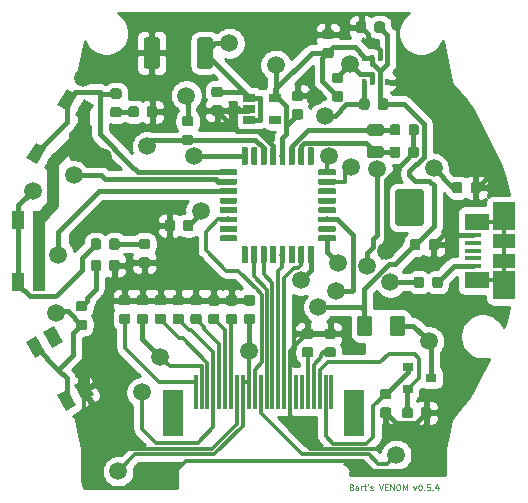
<source format=gbr>
G04 #@! TF.GenerationSoftware,KiCad,Pcbnew,5.1.4-1.fc30*
G04 #@! TF.CreationDate,2020-04-06T19:00:12+02:00*
G04 #@! TF.ProjectId,venom,76656e6f-6d2e-46b6-9963-61645f706362,rev?*
G04 #@! TF.SameCoordinates,Original*
G04 #@! TF.FileFunction,Copper,L1,Top*
G04 #@! TF.FilePolarity,Positive*
%FSLAX46Y46*%
G04 Gerber Fmt 4.6, Leading zero omitted, Abs format (unit mm)*
G04 Created by KiCad (PCBNEW 5.1.4-1.fc30) date 2020-04-06 19:00:12*
%MOMM*%
%LPD*%
G04 APERTURE LIST*
%ADD10C,0.125000*%
%ADD11R,1.800000X4.000000*%
%ADD12R,0.300000X3.000000*%
%ADD13C,1.000000*%
%ADD14C,0.100000*%
%ADD15C,1.350000*%
%ADD16C,0.875000*%
%ADD17R,0.900000X0.800000*%
%ADD18R,1.000000X1.550000*%
%ADD19R,0.350000X0.500000*%
%ADD20R,1.060000X0.650000*%
%ADD21C,0.975000*%
%ADD22R,1.380000X0.450000*%
%ADD23R,2.100000X1.475000*%
%ADD24R,1.900000X2.375000*%
%ADD25R,1.900000X1.175000*%
%ADD26C,0.500000*%
%ADD27C,2.410000*%
%ADD28C,1.250000*%
%ADD29C,1.500000*%
%ADD30C,0.400000*%
%ADD31C,0.300000*%
%ADD32C,1.000000*%
%ADD33C,0.250000*%
%ADD34C,0.254000*%
G04 APERTURE END LIST*
D10*
X166966666Y-138804285D02*
X167038095Y-138828095D01*
X167061904Y-138851904D01*
X167085714Y-138899523D01*
X167085714Y-138970952D01*
X167061904Y-139018571D01*
X167038095Y-139042380D01*
X166990476Y-139066190D01*
X166800000Y-139066190D01*
X166800000Y-138566190D01*
X166966666Y-138566190D01*
X167014285Y-138590000D01*
X167038095Y-138613809D01*
X167061904Y-138661428D01*
X167061904Y-138709047D01*
X167038095Y-138756666D01*
X167014285Y-138780476D01*
X166966666Y-138804285D01*
X166800000Y-138804285D01*
X167514285Y-139066190D02*
X167514285Y-138804285D01*
X167490476Y-138756666D01*
X167442857Y-138732857D01*
X167347619Y-138732857D01*
X167300000Y-138756666D01*
X167514285Y-139042380D02*
X167466666Y-139066190D01*
X167347619Y-139066190D01*
X167300000Y-139042380D01*
X167276190Y-138994761D01*
X167276190Y-138947142D01*
X167300000Y-138899523D01*
X167347619Y-138875714D01*
X167466666Y-138875714D01*
X167514285Y-138851904D01*
X167752380Y-139066190D02*
X167752380Y-138732857D01*
X167752380Y-138828095D02*
X167776190Y-138780476D01*
X167800000Y-138756666D01*
X167847619Y-138732857D01*
X167895238Y-138732857D01*
X167990476Y-138732857D02*
X168180952Y-138732857D01*
X168061904Y-138566190D02*
X168061904Y-138994761D01*
X168085714Y-139042380D01*
X168133333Y-139066190D01*
X168180952Y-139066190D01*
X168371428Y-138566190D02*
X168323809Y-138661428D01*
X168561904Y-139042380D02*
X168609523Y-139066190D01*
X168704761Y-139066190D01*
X168752380Y-139042380D01*
X168776190Y-138994761D01*
X168776190Y-138970952D01*
X168752380Y-138923333D01*
X168704761Y-138899523D01*
X168633333Y-138899523D01*
X168585714Y-138875714D01*
X168561904Y-138828095D01*
X168561904Y-138804285D01*
X168585714Y-138756666D01*
X168633333Y-138732857D01*
X168704761Y-138732857D01*
X168752380Y-138756666D01*
X169300000Y-138566190D02*
X169466666Y-139066190D01*
X169633333Y-138566190D01*
X169800000Y-138804285D02*
X169966666Y-138804285D01*
X170038095Y-139066190D02*
X169800000Y-139066190D01*
X169800000Y-138566190D01*
X170038095Y-138566190D01*
X170252380Y-139066190D02*
X170252380Y-138566190D01*
X170538095Y-139066190D01*
X170538095Y-138566190D01*
X170871428Y-138566190D02*
X170966666Y-138566190D01*
X171014285Y-138590000D01*
X171061904Y-138637619D01*
X171085714Y-138732857D01*
X171085714Y-138899523D01*
X171061904Y-138994761D01*
X171014285Y-139042380D01*
X170966666Y-139066190D01*
X170871428Y-139066190D01*
X170823809Y-139042380D01*
X170776190Y-138994761D01*
X170752380Y-138899523D01*
X170752380Y-138732857D01*
X170776190Y-138637619D01*
X170823809Y-138590000D01*
X170871428Y-138566190D01*
X171300000Y-139066190D02*
X171300000Y-138566190D01*
X171466666Y-138923333D01*
X171633333Y-138566190D01*
X171633333Y-139066190D01*
X172204761Y-138732857D02*
X172323809Y-139066190D01*
X172442857Y-138732857D01*
X172728571Y-138566190D02*
X172776190Y-138566190D01*
X172823809Y-138590000D01*
X172847619Y-138613809D01*
X172871428Y-138661428D01*
X172895238Y-138756666D01*
X172895238Y-138875714D01*
X172871428Y-138970952D01*
X172847619Y-139018571D01*
X172823809Y-139042380D01*
X172776190Y-139066190D01*
X172728571Y-139066190D01*
X172680952Y-139042380D01*
X172657142Y-139018571D01*
X172633333Y-138970952D01*
X172609523Y-138875714D01*
X172609523Y-138756666D01*
X172633333Y-138661428D01*
X172657142Y-138613809D01*
X172680952Y-138590000D01*
X172728571Y-138566190D01*
X173109523Y-139018571D02*
X173133333Y-139042380D01*
X173109523Y-139066190D01*
X173085714Y-139042380D01*
X173109523Y-139018571D01*
X173109523Y-139066190D01*
X173585714Y-138566190D02*
X173347619Y-138566190D01*
X173323809Y-138804285D01*
X173347619Y-138780476D01*
X173395238Y-138756666D01*
X173514285Y-138756666D01*
X173561904Y-138780476D01*
X173585714Y-138804285D01*
X173609523Y-138851904D01*
X173609523Y-138970952D01*
X173585714Y-139018571D01*
X173561904Y-139042380D01*
X173514285Y-139066190D01*
X173395238Y-139066190D01*
X173347619Y-139042380D01*
X173323809Y-139018571D01*
X173823809Y-139018571D02*
X173847619Y-139042380D01*
X173823809Y-139066190D01*
X173800000Y-139042380D01*
X173823809Y-139018571D01*
X173823809Y-139066190D01*
X174276190Y-138732857D02*
X174276190Y-139066190D01*
X174157142Y-138542380D02*
X174038095Y-138899523D01*
X174347619Y-138899523D01*
D11*
X167160000Y-132510000D03*
X151860000Y-132510000D03*
D12*
X153760000Y-130710000D03*
X154260000Y-130710000D03*
X154760000Y-130710000D03*
X155260000Y-130710000D03*
X155760000Y-130710000D03*
X156260000Y-130710000D03*
X156760000Y-130710000D03*
X157260000Y-130710000D03*
X157760000Y-130710000D03*
X158260000Y-130710000D03*
X158760000Y-130710000D03*
X159260000Y-130710000D03*
X159760000Y-130710000D03*
X160260000Y-130710000D03*
X160760000Y-130710000D03*
X161260000Y-130710000D03*
X161760000Y-130710000D03*
X162260000Y-130710000D03*
X162760000Y-130710000D03*
X163260000Y-130710000D03*
X163760000Y-130710000D03*
X164260000Y-130710000D03*
X164760000Y-130710000D03*
X165260000Y-130710000D03*
D13*
X141683622Y-126061683D03*
D14*
G36*
X140863109Y-125640513D02*
G01*
X141729135Y-125140513D01*
X142504135Y-126482853D01*
X141638109Y-126982853D01*
X140863109Y-125640513D01*
X140863109Y-125640513D01*
G37*
D13*
X144308622Y-130608317D03*
D14*
G36*
X143488109Y-130187147D02*
G01*
X144354135Y-129687147D01*
X145129135Y-131029487D01*
X144263109Y-131529487D01*
X143488109Y-130187147D01*
X143488109Y-130187147D01*
G37*
D13*
X142836378Y-131458317D03*
D14*
G36*
X142015865Y-131037147D02*
G01*
X142881891Y-130537147D01*
X143656891Y-131879487D01*
X142790865Y-132379487D01*
X142015865Y-131037147D01*
X142015865Y-131037147D01*
G37*
D13*
X140211378Y-126911683D03*
D14*
G36*
X139390865Y-126490513D02*
G01*
X140256891Y-125990513D01*
X141031891Y-127332853D01*
X140165865Y-127832853D01*
X139390865Y-126490513D01*
X139390865Y-126490513D01*
G37*
G36*
X154989505Y-100716204D02*
G01*
X155013773Y-100719804D01*
X155037572Y-100725765D01*
X155060671Y-100734030D01*
X155082850Y-100744520D01*
X155103893Y-100757132D01*
X155123599Y-100771747D01*
X155141777Y-100788223D01*
X155158253Y-100806401D01*
X155172868Y-100826107D01*
X155185480Y-100847150D01*
X155195970Y-100869329D01*
X155204235Y-100892428D01*
X155210196Y-100916227D01*
X155213796Y-100940495D01*
X155215000Y-100964999D01*
X155215000Y-103115001D01*
X155213796Y-103139505D01*
X155210196Y-103163773D01*
X155204235Y-103187572D01*
X155195970Y-103210671D01*
X155185480Y-103232850D01*
X155172868Y-103253893D01*
X155158253Y-103273599D01*
X155141777Y-103291777D01*
X155123599Y-103308253D01*
X155103893Y-103322868D01*
X155082850Y-103335480D01*
X155060671Y-103345970D01*
X155037572Y-103354235D01*
X155013773Y-103360196D01*
X154989505Y-103363796D01*
X154965001Y-103365000D01*
X154114999Y-103365000D01*
X154090495Y-103363796D01*
X154066227Y-103360196D01*
X154042428Y-103354235D01*
X154019329Y-103345970D01*
X153997150Y-103335480D01*
X153976107Y-103322868D01*
X153956401Y-103308253D01*
X153938223Y-103291777D01*
X153921747Y-103273599D01*
X153907132Y-103253893D01*
X153894520Y-103232850D01*
X153884030Y-103210671D01*
X153875765Y-103187572D01*
X153869804Y-103163773D01*
X153866204Y-103139505D01*
X153865000Y-103115001D01*
X153865000Y-100964999D01*
X153866204Y-100940495D01*
X153869804Y-100916227D01*
X153875765Y-100892428D01*
X153884030Y-100869329D01*
X153894520Y-100847150D01*
X153907132Y-100826107D01*
X153921747Y-100806401D01*
X153938223Y-100788223D01*
X153956401Y-100771747D01*
X153976107Y-100757132D01*
X153997150Y-100744520D01*
X154019329Y-100734030D01*
X154042428Y-100725765D01*
X154066227Y-100719804D01*
X154090495Y-100716204D01*
X154114999Y-100715000D01*
X154965001Y-100715000D01*
X154989505Y-100716204D01*
X154989505Y-100716204D01*
G37*
D15*
X154540000Y-102040000D03*
D14*
G36*
X150489505Y-100716204D02*
G01*
X150513773Y-100719804D01*
X150537572Y-100725765D01*
X150560671Y-100734030D01*
X150582850Y-100744520D01*
X150603893Y-100757132D01*
X150623599Y-100771747D01*
X150641777Y-100788223D01*
X150658253Y-100806401D01*
X150672868Y-100826107D01*
X150685480Y-100847150D01*
X150695970Y-100869329D01*
X150704235Y-100892428D01*
X150710196Y-100916227D01*
X150713796Y-100940495D01*
X150715000Y-100964999D01*
X150715000Y-103115001D01*
X150713796Y-103139505D01*
X150710196Y-103163773D01*
X150704235Y-103187572D01*
X150695970Y-103210671D01*
X150685480Y-103232850D01*
X150672868Y-103253893D01*
X150658253Y-103273599D01*
X150641777Y-103291777D01*
X150623599Y-103308253D01*
X150603893Y-103322868D01*
X150582850Y-103335480D01*
X150560671Y-103345970D01*
X150537572Y-103354235D01*
X150513773Y-103360196D01*
X150489505Y-103363796D01*
X150465001Y-103365000D01*
X149614999Y-103365000D01*
X149590495Y-103363796D01*
X149566227Y-103360196D01*
X149542428Y-103354235D01*
X149519329Y-103345970D01*
X149497150Y-103335480D01*
X149476107Y-103322868D01*
X149456401Y-103308253D01*
X149438223Y-103291777D01*
X149421747Y-103273599D01*
X149407132Y-103253893D01*
X149394520Y-103232850D01*
X149384030Y-103210671D01*
X149375765Y-103187572D01*
X149369804Y-103163773D01*
X149366204Y-103139505D01*
X149365000Y-103115001D01*
X149365000Y-100964999D01*
X149366204Y-100940495D01*
X149369804Y-100916227D01*
X149375765Y-100892428D01*
X149384030Y-100869329D01*
X149394520Y-100847150D01*
X149407132Y-100826107D01*
X149421747Y-100806401D01*
X149438223Y-100788223D01*
X149456401Y-100771747D01*
X149476107Y-100757132D01*
X149497150Y-100744520D01*
X149519329Y-100734030D01*
X149542428Y-100725765D01*
X149566227Y-100719804D01*
X149590495Y-100716204D01*
X149614999Y-100715000D01*
X150465001Y-100715000D01*
X150489505Y-100716204D01*
X150489505Y-100716204D01*
G37*
D15*
X150040000Y-102040000D03*
D14*
G36*
X168002691Y-99376053D02*
G01*
X168023926Y-99379203D01*
X168044750Y-99384419D01*
X168064962Y-99391651D01*
X168084368Y-99400830D01*
X168102781Y-99411866D01*
X168120024Y-99424654D01*
X168135930Y-99439070D01*
X168150346Y-99454976D01*
X168163134Y-99472219D01*
X168174170Y-99490632D01*
X168183349Y-99510038D01*
X168190581Y-99530250D01*
X168195797Y-99551074D01*
X168198947Y-99572309D01*
X168200000Y-99593750D01*
X168200000Y-100106250D01*
X168198947Y-100127691D01*
X168195797Y-100148926D01*
X168190581Y-100169750D01*
X168183349Y-100189962D01*
X168174170Y-100209368D01*
X168163134Y-100227781D01*
X168150346Y-100245024D01*
X168135930Y-100260930D01*
X168120024Y-100275346D01*
X168102781Y-100288134D01*
X168084368Y-100299170D01*
X168064962Y-100308349D01*
X168044750Y-100315581D01*
X168023926Y-100320797D01*
X168002691Y-100323947D01*
X167981250Y-100325000D01*
X167543750Y-100325000D01*
X167522309Y-100323947D01*
X167501074Y-100320797D01*
X167480250Y-100315581D01*
X167460038Y-100308349D01*
X167440632Y-100299170D01*
X167422219Y-100288134D01*
X167404976Y-100275346D01*
X167389070Y-100260930D01*
X167374654Y-100245024D01*
X167361866Y-100227781D01*
X167350830Y-100209368D01*
X167341651Y-100189962D01*
X167334419Y-100169750D01*
X167329203Y-100148926D01*
X167326053Y-100127691D01*
X167325000Y-100106250D01*
X167325000Y-99593750D01*
X167326053Y-99572309D01*
X167329203Y-99551074D01*
X167334419Y-99530250D01*
X167341651Y-99510038D01*
X167350830Y-99490632D01*
X167361866Y-99472219D01*
X167374654Y-99454976D01*
X167389070Y-99439070D01*
X167404976Y-99424654D01*
X167422219Y-99411866D01*
X167440632Y-99400830D01*
X167460038Y-99391651D01*
X167480250Y-99384419D01*
X167501074Y-99379203D01*
X167522309Y-99376053D01*
X167543750Y-99375000D01*
X167981250Y-99375000D01*
X168002691Y-99376053D01*
X168002691Y-99376053D01*
G37*
D16*
X167762500Y-99850000D03*
D14*
G36*
X169577691Y-99376053D02*
G01*
X169598926Y-99379203D01*
X169619750Y-99384419D01*
X169639962Y-99391651D01*
X169659368Y-99400830D01*
X169677781Y-99411866D01*
X169695024Y-99424654D01*
X169710930Y-99439070D01*
X169725346Y-99454976D01*
X169738134Y-99472219D01*
X169749170Y-99490632D01*
X169758349Y-99510038D01*
X169765581Y-99530250D01*
X169770797Y-99551074D01*
X169773947Y-99572309D01*
X169775000Y-99593750D01*
X169775000Y-100106250D01*
X169773947Y-100127691D01*
X169770797Y-100148926D01*
X169765581Y-100169750D01*
X169758349Y-100189962D01*
X169749170Y-100209368D01*
X169738134Y-100227781D01*
X169725346Y-100245024D01*
X169710930Y-100260930D01*
X169695024Y-100275346D01*
X169677781Y-100288134D01*
X169659368Y-100299170D01*
X169639962Y-100308349D01*
X169619750Y-100315581D01*
X169598926Y-100320797D01*
X169577691Y-100323947D01*
X169556250Y-100325000D01*
X169118750Y-100325000D01*
X169097309Y-100323947D01*
X169076074Y-100320797D01*
X169055250Y-100315581D01*
X169035038Y-100308349D01*
X169015632Y-100299170D01*
X168997219Y-100288134D01*
X168979976Y-100275346D01*
X168964070Y-100260930D01*
X168949654Y-100245024D01*
X168936866Y-100227781D01*
X168925830Y-100209368D01*
X168916651Y-100189962D01*
X168909419Y-100169750D01*
X168904203Y-100148926D01*
X168901053Y-100127691D01*
X168900000Y-100106250D01*
X168900000Y-99593750D01*
X168901053Y-99572309D01*
X168904203Y-99551074D01*
X168909419Y-99530250D01*
X168916651Y-99510038D01*
X168925830Y-99490632D01*
X168936866Y-99472219D01*
X168949654Y-99454976D01*
X168964070Y-99439070D01*
X168979976Y-99424654D01*
X168997219Y-99411866D01*
X169015632Y-99400830D01*
X169035038Y-99391651D01*
X169055250Y-99384419D01*
X169076074Y-99379203D01*
X169097309Y-99376053D01*
X169118750Y-99375000D01*
X169556250Y-99375000D01*
X169577691Y-99376053D01*
X169577691Y-99376053D01*
G37*
D16*
X169337500Y-99850000D03*
D14*
G36*
X165237691Y-101601053D02*
G01*
X165258926Y-101604203D01*
X165279750Y-101609419D01*
X165299962Y-101616651D01*
X165319368Y-101625830D01*
X165337781Y-101636866D01*
X165355024Y-101649654D01*
X165370930Y-101664070D01*
X165385346Y-101679976D01*
X165398134Y-101697219D01*
X165409170Y-101715632D01*
X165418349Y-101735038D01*
X165425581Y-101755250D01*
X165430797Y-101776074D01*
X165433947Y-101797309D01*
X165435000Y-101818750D01*
X165435000Y-102256250D01*
X165433947Y-102277691D01*
X165430797Y-102298926D01*
X165425581Y-102319750D01*
X165418349Y-102339962D01*
X165409170Y-102359368D01*
X165398134Y-102377781D01*
X165385346Y-102395024D01*
X165370930Y-102410930D01*
X165355024Y-102425346D01*
X165337781Y-102438134D01*
X165319368Y-102449170D01*
X165299962Y-102458349D01*
X165279750Y-102465581D01*
X165258926Y-102470797D01*
X165237691Y-102473947D01*
X165216250Y-102475000D01*
X164703750Y-102475000D01*
X164682309Y-102473947D01*
X164661074Y-102470797D01*
X164640250Y-102465581D01*
X164620038Y-102458349D01*
X164600632Y-102449170D01*
X164582219Y-102438134D01*
X164564976Y-102425346D01*
X164549070Y-102410930D01*
X164534654Y-102395024D01*
X164521866Y-102377781D01*
X164510830Y-102359368D01*
X164501651Y-102339962D01*
X164494419Y-102319750D01*
X164489203Y-102298926D01*
X164486053Y-102277691D01*
X164485000Y-102256250D01*
X164485000Y-101818750D01*
X164486053Y-101797309D01*
X164489203Y-101776074D01*
X164494419Y-101755250D01*
X164501651Y-101735038D01*
X164510830Y-101715632D01*
X164521866Y-101697219D01*
X164534654Y-101679976D01*
X164549070Y-101664070D01*
X164564976Y-101649654D01*
X164582219Y-101636866D01*
X164600632Y-101625830D01*
X164620038Y-101616651D01*
X164640250Y-101609419D01*
X164661074Y-101604203D01*
X164682309Y-101601053D01*
X164703750Y-101600000D01*
X165216250Y-101600000D01*
X165237691Y-101601053D01*
X165237691Y-101601053D01*
G37*
D16*
X164960000Y-102037500D03*
D14*
G36*
X165237691Y-100026053D02*
G01*
X165258926Y-100029203D01*
X165279750Y-100034419D01*
X165299962Y-100041651D01*
X165319368Y-100050830D01*
X165337781Y-100061866D01*
X165355024Y-100074654D01*
X165370930Y-100089070D01*
X165385346Y-100104976D01*
X165398134Y-100122219D01*
X165409170Y-100140632D01*
X165418349Y-100160038D01*
X165425581Y-100180250D01*
X165430797Y-100201074D01*
X165433947Y-100222309D01*
X165435000Y-100243750D01*
X165435000Y-100681250D01*
X165433947Y-100702691D01*
X165430797Y-100723926D01*
X165425581Y-100744750D01*
X165418349Y-100764962D01*
X165409170Y-100784368D01*
X165398134Y-100802781D01*
X165385346Y-100820024D01*
X165370930Y-100835930D01*
X165355024Y-100850346D01*
X165337781Y-100863134D01*
X165319368Y-100874170D01*
X165299962Y-100883349D01*
X165279750Y-100890581D01*
X165258926Y-100895797D01*
X165237691Y-100898947D01*
X165216250Y-100900000D01*
X164703750Y-100900000D01*
X164682309Y-100898947D01*
X164661074Y-100895797D01*
X164640250Y-100890581D01*
X164620038Y-100883349D01*
X164600632Y-100874170D01*
X164582219Y-100863134D01*
X164564976Y-100850346D01*
X164549070Y-100835930D01*
X164534654Y-100820024D01*
X164521866Y-100802781D01*
X164510830Y-100784368D01*
X164501651Y-100764962D01*
X164494419Y-100744750D01*
X164489203Y-100723926D01*
X164486053Y-100702691D01*
X164485000Y-100681250D01*
X164485000Y-100243750D01*
X164486053Y-100222309D01*
X164489203Y-100201074D01*
X164494419Y-100180250D01*
X164501651Y-100160038D01*
X164510830Y-100140632D01*
X164521866Y-100122219D01*
X164534654Y-100104976D01*
X164549070Y-100089070D01*
X164564976Y-100074654D01*
X164582219Y-100061866D01*
X164600632Y-100050830D01*
X164620038Y-100041651D01*
X164640250Y-100034419D01*
X164661074Y-100029203D01*
X164682309Y-100026053D01*
X164703750Y-100025000D01*
X165216250Y-100025000D01*
X165237691Y-100026053D01*
X165237691Y-100026053D01*
G37*
D16*
X164960000Y-100462500D03*
D14*
G36*
X170872691Y-109966053D02*
G01*
X170893926Y-109969203D01*
X170914750Y-109974419D01*
X170934962Y-109981651D01*
X170954368Y-109990830D01*
X170972781Y-110001866D01*
X170990024Y-110014654D01*
X171005930Y-110029070D01*
X171020346Y-110044976D01*
X171033134Y-110062219D01*
X171044170Y-110080632D01*
X171053349Y-110100038D01*
X171060581Y-110120250D01*
X171065797Y-110141074D01*
X171068947Y-110162309D01*
X171070000Y-110183750D01*
X171070000Y-110696250D01*
X171068947Y-110717691D01*
X171065797Y-110738926D01*
X171060581Y-110759750D01*
X171053349Y-110779962D01*
X171044170Y-110799368D01*
X171033134Y-110817781D01*
X171020346Y-110835024D01*
X171005930Y-110850930D01*
X170990024Y-110865346D01*
X170972781Y-110878134D01*
X170954368Y-110889170D01*
X170934962Y-110898349D01*
X170914750Y-110905581D01*
X170893926Y-110910797D01*
X170872691Y-110913947D01*
X170851250Y-110915000D01*
X170413750Y-110915000D01*
X170392309Y-110913947D01*
X170371074Y-110910797D01*
X170350250Y-110905581D01*
X170330038Y-110898349D01*
X170310632Y-110889170D01*
X170292219Y-110878134D01*
X170274976Y-110865346D01*
X170259070Y-110850930D01*
X170244654Y-110835024D01*
X170231866Y-110817781D01*
X170220830Y-110799368D01*
X170211651Y-110779962D01*
X170204419Y-110759750D01*
X170199203Y-110738926D01*
X170196053Y-110717691D01*
X170195000Y-110696250D01*
X170195000Y-110183750D01*
X170196053Y-110162309D01*
X170199203Y-110141074D01*
X170204419Y-110120250D01*
X170211651Y-110100038D01*
X170220830Y-110080632D01*
X170231866Y-110062219D01*
X170244654Y-110044976D01*
X170259070Y-110029070D01*
X170274976Y-110014654D01*
X170292219Y-110001866D01*
X170310632Y-109990830D01*
X170330038Y-109981651D01*
X170350250Y-109974419D01*
X170371074Y-109969203D01*
X170392309Y-109966053D01*
X170413750Y-109965000D01*
X170851250Y-109965000D01*
X170872691Y-109966053D01*
X170872691Y-109966053D01*
G37*
D16*
X170632500Y-110440000D03*
D14*
G36*
X172447691Y-109966053D02*
G01*
X172468926Y-109969203D01*
X172489750Y-109974419D01*
X172509962Y-109981651D01*
X172529368Y-109990830D01*
X172547781Y-110001866D01*
X172565024Y-110014654D01*
X172580930Y-110029070D01*
X172595346Y-110044976D01*
X172608134Y-110062219D01*
X172619170Y-110080632D01*
X172628349Y-110100038D01*
X172635581Y-110120250D01*
X172640797Y-110141074D01*
X172643947Y-110162309D01*
X172645000Y-110183750D01*
X172645000Y-110696250D01*
X172643947Y-110717691D01*
X172640797Y-110738926D01*
X172635581Y-110759750D01*
X172628349Y-110779962D01*
X172619170Y-110799368D01*
X172608134Y-110817781D01*
X172595346Y-110835024D01*
X172580930Y-110850930D01*
X172565024Y-110865346D01*
X172547781Y-110878134D01*
X172529368Y-110889170D01*
X172509962Y-110898349D01*
X172489750Y-110905581D01*
X172468926Y-110910797D01*
X172447691Y-110913947D01*
X172426250Y-110915000D01*
X171988750Y-110915000D01*
X171967309Y-110913947D01*
X171946074Y-110910797D01*
X171925250Y-110905581D01*
X171905038Y-110898349D01*
X171885632Y-110889170D01*
X171867219Y-110878134D01*
X171849976Y-110865346D01*
X171834070Y-110850930D01*
X171819654Y-110835024D01*
X171806866Y-110817781D01*
X171795830Y-110799368D01*
X171786651Y-110779962D01*
X171779419Y-110759750D01*
X171774203Y-110738926D01*
X171771053Y-110717691D01*
X171770000Y-110696250D01*
X171770000Y-110183750D01*
X171771053Y-110162309D01*
X171774203Y-110141074D01*
X171779419Y-110120250D01*
X171786651Y-110100038D01*
X171795830Y-110080632D01*
X171806866Y-110062219D01*
X171819654Y-110044976D01*
X171834070Y-110029070D01*
X171849976Y-110014654D01*
X171867219Y-110001866D01*
X171885632Y-109990830D01*
X171905038Y-109981651D01*
X171925250Y-109974419D01*
X171946074Y-109969203D01*
X171967309Y-109966053D01*
X171988750Y-109965000D01*
X172426250Y-109965000D01*
X172447691Y-109966053D01*
X172447691Y-109966053D01*
G37*
D16*
X172207500Y-110440000D03*
D14*
G36*
X172467691Y-108076053D02*
G01*
X172488926Y-108079203D01*
X172509750Y-108084419D01*
X172529962Y-108091651D01*
X172549368Y-108100830D01*
X172567781Y-108111866D01*
X172585024Y-108124654D01*
X172600930Y-108139070D01*
X172615346Y-108154976D01*
X172628134Y-108172219D01*
X172639170Y-108190632D01*
X172648349Y-108210038D01*
X172655581Y-108230250D01*
X172660797Y-108251074D01*
X172663947Y-108272309D01*
X172665000Y-108293750D01*
X172665000Y-108806250D01*
X172663947Y-108827691D01*
X172660797Y-108848926D01*
X172655581Y-108869750D01*
X172648349Y-108889962D01*
X172639170Y-108909368D01*
X172628134Y-108927781D01*
X172615346Y-108945024D01*
X172600930Y-108960930D01*
X172585024Y-108975346D01*
X172567781Y-108988134D01*
X172549368Y-108999170D01*
X172529962Y-109008349D01*
X172509750Y-109015581D01*
X172488926Y-109020797D01*
X172467691Y-109023947D01*
X172446250Y-109025000D01*
X172008750Y-109025000D01*
X171987309Y-109023947D01*
X171966074Y-109020797D01*
X171945250Y-109015581D01*
X171925038Y-109008349D01*
X171905632Y-108999170D01*
X171887219Y-108988134D01*
X171869976Y-108975346D01*
X171854070Y-108960930D01*
X171839654Y-108945024D01*
X171826866Y-108927781D01*
X171815830Y-108909368D01*
X171806651Y-108889962D01*
X171799419Y-108869750D01*
X171794203Y-108848926D01*
X171791053Y-108827691D01*
X171790000Y-108806250D01*
X171790000Y-108293750D01*
X171791053Y-108272309D01*
X171794203Y-108251074D01*
X171799419Y-108230250D01*
X171806651Y-108210038D01*
X171815830Y-108190632D01*
X171826866Y-108172219D01*
X171839654Y-108154976D01*
X171854070Y-108139070D01*
X171869976Y-108124654D01*
X171887219Y-108111866D01*
X171905632Y-108100830D01*
X171925038Y-108091651D01*
X171945250Y-108084419D01*
X171966074Y-108079203D01*
X171987309Y-108076053D01*
X172008750Y-108075000D01*
X172446250Y-108075000D01*
X172467691Y-108076053D01*
X172467691Y-108076053D01*
G37*
D16*
X172227500Y-108550000D03*
D14*
G36*
X170892691Y-108076053D02*
G01*
X170913926Y-108079203D01*
X170934750Y-108084419D01*
X170954962Y-108091651D01*
X170974368Y-108100830D01*
X170992781Y-108111866D01*
X171010024Y-108124654D01*
X171025930Y-108139070D01*
X171040346Y-108154976D01*
X171053134Y-108172219D01*
X171064170Y-108190632D01*
X171073349Y-108210038D01*
X171080581Y-108230250D01*
X171085797Y-108251074D01*
X171088947Y-108272309D01*
X171090000Y-108293750D01*
X171090000Y-108806250D01*
X171088947Y-108827691D01*
X171085797Y-108848926D01*
X171080581Y-108869750D01*
X171073349Y-108889962D01*
X171064170Y-108909368D01*
X171053134Y-108927781D01*
X171040346Y-108945024D01*
X171025930Y-108960930D01*
X171010024Y-108975346D01*
X170992781Y-108988134D01*
X170974368Y-108999170D01*
X170954962Y-109008349D01*
X170934750Y-109015581D01*
X170913926Y-109020797D01*
X170892691Y-109023947D01*
X170871250Y-109025000D01*
X170433750Y-109025000D01*
X170412309Y-109023947D01*
X170391074Y-109020797D01*
X170370250Y-109015581D01*
X170350038Y-109008349D01*
X170330632Y-108999170D01*
X170312219Y-108988134D01*
X170294976Y-108975346D01*
X170279070Y-108960930D01*
X170264654Y-108945024D01*
X170251866Y-108927781D01*
X170240830Y-108909368D01*
X170231651Y-108889962D01*
X170224419Y-108869750D01*
X170219203Y-108848926D01*
X170216053Y-108827691D01*
X170215000Y-108806250D01*
X170215000Y-108293750D01*
X170216053Y-108272309D01*
X170219203Y-108251074D01*
X170224419Y-108230250D01*
X170231651Y-108210038D01*
X170240830Y-108190632D01*
X170251866Y-108172219D01*
X170264654Y-108154976D01*
X170279070Y-108139070D01*
X170294976Y-108124654D01*
X170312219Y-108111866D01*
X170330632Y-108100830D01*
X170350038Y-108091651D01*
X170370250Y-108084419D01*
X170391074Y-108079203D01*
X170412309Y-108076053D01*
X170433750Y-108075000D01*
X170871250Y-108075000D01*
X170892691Y-108076053D01*
X170892691Y-108076053D01*
G37*
D16*
X170652500Y-108550000D03*
D14*
G36*
X174157691Y-117806053D02*
G01*
X174178926Y-117809203D01*
X174199750Y-117814419D01*
X174219962Y-117821651D01*
X174239368Y-117830830D01*
X174257781Y-117841866D01*
X174275024Y-117854654D01*
X174290930Y-117869070D01*
X174305346Y-117884976D01*
X174318134Y-117902219D01*
X174329170Y-117920632D01*
X174338349Y-117940038D01*
X174345581Y-117960250D01*
X174350797Y-117981074D01*
X174353947Y-118002309D01*
X174355000Y-118023750D01*
X174355000Y-118536250D01*
X174353947Y-118557691D01*
X174350797Y-118578926D01*
X174345581Y-118599750D01*
X174338349Y-118619962D01*
X174329170Y-118639368D01*
X174318134Y-118657781D01*
X174305346Y-118675024D01*
X174290930Y-118690930D01*
X174275024Y-118705346D01*
X174257781Y-118718134D01*
X174239368Y-118729170D01*
X174219962Y-118738349D01*
X174199750Y-118745581D01*
X174178926Y-118750797D01*
X174157691Y-118753947D01*
X174136250Y-118755000D01*
X173698750Y-118755000D01*
X173677309Y-118753947D01*
X173656074Y-118750797D01*
X173635250Y-118745581D01*
X173615038Y-118738349D01*
X173595632Y-118729170D01*
X173577219Y-118718134D01*
X173559976Y-118705346D01*
X173544070Y-118690930D01*
X173529654Y-118675024D01*
X173516866Y-118657781D01*
X173505830Y-118639368D01*
X173496651Y-118619962D01*
X173489419Y-118599750D01*
X173484203Y-118578926D01*
X173481053Y-118557691D01*
X173480000Y-118536250D01*
X173480000Y-118023750D01*
X173481053Y-118002309D01*
X173484203Y-117981074D01*
X173489419Y-117960250D01*
X173496651Y-117940038D01*
X173505830Y-117920632D01*
X173516866Y-117902219D01*
X173529654Y-117884976D01*
X173544070Y-117869070D01*
X173559976Y-117854654D01*
X173577219Y-117841866D01*
X173595632Y-117830830D01*
X173615038Y-117821651D01*
X173635250Y-117814419D01*
X173656074Y-117809203D01*
X173677309Y-117806053D01*
X173698750Y-117805000D01*
X174136250Y-117805000D01*
X174157691Y-117806053D01*
X174157691Y-117806053D01*
G37*
D16*
X173917500Y-118280000D03*
D14*
G36*
X172582691Y-117806053D02*
G01*
X172603926Y-117809203D01*
X172624750Y-117814419D01*
X172644962Y-117821651D01*
X172664368Y-117830830D01*
X172682781Y-117841866D01*
X172700024Y-117854654D01*
X172715930Y-117869070D01*
X172730346Y-117884976D01*
X172743134Y-117902219D01*
X172754170Y-117920632D01*
X172763349Y-117940038D01*
X172770581Y-117960250D01*
X172775797Y-117981074D01*
X172778947Y-118002309D01*
X172780000Y-118023750D01*
X172780000Y-118536250D01*
X172778947Y-118557691D01*
X172775797Y-118578926D01*
X172770581Y-118599750D01*
X172763349Y-118619962D01*
X172754170Y-118639368D01*
X172743134Y-118657781D01*
X172730346Y-118675024D01*
X172715930Y-118690930D01*
X172700024Y-118705346D01*
X172682781Y-118718134D01*
X172664368Y-118729170D01*
X172644962Y-118738349D01*
X172624750Y-118745581D01*
X172603926Y-118750797D01*
X172582691Y-118753947D01*
X172561250Y-118755000D01*
X172123750Y-118755000D01*
X172102309Y-118753947D01*
X172081074Y-118750797D01*
X172060250Y-118745581D01*
X172040038Y-118738349D01*
X172020632Y-118729170D01*
X172002219Y-118718134D01*
X171984976Y-118705346D01*
X171969070Y-118690930D01*
X171954654Y-118675024D01*
X171941866Y-118657781D01*
X171930830Y-118639368D01*
X171921651Y-118619962D01*
X171914419Y-118599750D01*
X171909203Y-118578926D01*
X171906053Y-118557691D01*
X171905000Y-118536250D01*
X171905000Y-118023750D01*
X171906053Y-118002309D01*
X171909203Y-117981074D01*
X171914419Y-117960250D01*
X171921651Y-117940038D01*
X171930830Y-117920632D01*
X171941866Y-117902219D01*
X171954654Y-117884976D01*
X171969070Y-117869070D01*
X171984976Y-117854654D01*
X172002219Y-117841866D01*
X172020632Y-117830830D01*
X172040038Y-117821651D01*
X172060250Y-117814419D01*
X172081074Y-117809203D01*
X172102309Y-117806053D01*
X172123750Y-117805000D01*
X172561250Y-117805000D01*
X172582691Y-117806053D01*
X172582691Y-117806053D01*
G37*
D16*
X172342500Y-118280000D03*
D14*
G36*
X165417691Y-126951053D02*
G01*
X165438926Y-126954203D01*
X165459750Y-126959419D01*
X165479962Y-126966651D01*
X165499368Y-126975830D01*
X165517781Y-126986866D01*
X165535024Y-126999654D01*
X165550930Y-127014070D01*
X165565346Y-127029976D01*
X165578134Y-127047219D01*
X165589170Y-127065632D01*
X165598349Y-127085038D01*
X165605581Y-127105250D01*
X165610797Y-127126074D01*
X165613947Y-127147309D01*
X165615000Y-127168750D01*
X165615000Y-127606250D01*
X165613947Y-127627691D01*
X165610797Y-127648926D01*
X165605581Y-127669750D01*
X165598349Y-127689962D01*
X165589170Y-127709368D01*
X165578134Y-127727781D01*
X165565346Y-127745024D01*
X165550930Y-127760930D01*
X165535024Y-127775346D01*
X165517781Y-127788134D01*
X165499368Y-127799170D01*
X165479962Y-127808349D01*
X165459750Y-127815581D01*
X165438926Y-127820797D01*
X165417691Y-127823947D01*
X165396250Y-127825000D01*
X164883750Y-127825000D01*
X164862309Y-127823947D01*
X164841074Y-127820797D01*
X164820250Y-127815581D01*
X164800038Y-127808349D01*
X164780632Y-127799170D01*
X164762219Y-127788134D01*
X164744976Y-127775346D01*
X164729070Y-127760930D01*
X164714654Y-127745024D01*
X164701866Y-127727781D01*
X164690830Y-127709368D01*
X164681651Y-127689962D01*
X164674419Y-127669750D01*
X164669203Y-127648926D01*
X164666053Y-127627691D01*
X164665000Y-127606250D01*
X164665000Y-127168750D01*
X164666053Y-127147309D01*
X164669203Y-127126074D01*
X164674419Y-127105250D01*
X164681651Y-127085038D01*
X164690830Y-127065632D01*
X164701866Y-127047219D01*
X164714654Y-127029976D01*
X164729070Y-127014070D01*
X164744976Y-126999654D01*
X164762219Y-126986866D01*
X164780632Y-126975830D01*
X164800038Y-126966651D01*
X164820250Y-126959419D01*
X164841074Y-126954203D01*
X164862309Y-126951053D01*
X164883750Y-126950000D01*
X165396250Y-126950000D01*
X165417691Y-126951053D01*
X165417691Y-126951053D01*
G37*
D16*
X165140000Y-127387500D03*
D14*
G36*
X165417691Y-125376053D02*
G01*
X165438926Y-125379203D01*
X165459750Y-125384419D01*
X165479962Y-125391651D01*
X165499368Y-125400830D01*
X165517781Y-125411866D01*
X165535024Y-125424654D01*
X165550930Y-125439070D01*
X165565346Y-125454976D01*
X165578134Y-125472219D01*
X165589170Y-125490632D01*
X165598349Y-125510038D01*
X165605581Y-125530250D01*
X165610797Y-125551074D01*
X165613947Y-125572309D01*
X165615000Y-125593750D01*
X165615000Y-126031250D01*
X165613947Y-126052691D01*
X165610797Y-126073926D01*
X165605581Y-126094750D01*
X165598349Y-126114962D01*
X165589170Y-126134368D01*
X165578134Y-126152781D01*
X165565346Y-126170024D01*
X165550930Y-126185930D01*
X165535024Y-126200346D01*
X165517781Y-126213134D01*
X165499368Y-126224170D01*
X165479962Y-126233349D01*
X165459750Y-126240581D01*
X165438926Y-126245797D01*
X165417691Y-126248947D01*
X165396250Y-126250000D01*
X164883750Y-126250000D01*
X164862309Y-126248947D01*
X164841074Y-126245797D01*
X164820250Y-126240581D01*
X164800038Y-126233349D01*
X164780632Y-126224170D01*
X164762219Y-126213134D01*
X164744976Y-126200346D01*
X164729070Y-126185930D01*
X164714654Y-126170024D01*
X164701866Y-126152781D01*
X164690830Y-126134368D01*
X164681651Y-126114962D01*
X164674419Y-126094750D01*
X164669203Y-126073926D01*
X164666053Y-126052691D01*
X164665000Y-126031250D01*
X164665000Y-125593750D01*
X164666053Y-125572309D01*
X164669203Y-125551074D01*
X164674419Y-125530250D01*
X164681651Y-125510038D01*
X164690830Y-125490632D01*
X164701866Y-125472219D01*
X164714654Y-125454976D01*
X164729070Y-125439070D01*
X164744976Y-125424654D01*
X164762219Y-125411866D01*
X164780632Y-125400830D01*
X164800038Y-125391651D01*
X164820250Y-125384419D01*
X164841074Y-125379203D01*
X164862309Y-125376053D01*
X164883750Y-125375000D01*
X165396250Y-125375000D01*
X165417691Y-125376053D01*
X165417691Y-125376053D01*
G37*
D16*
X165140000Y-125812500D03*
D14*
G36*
X163507691Y-126931053D02*
G01*
X163528926Y-126934203D01*
X163549750Y-126939419D01*
X163569962Y-126946651D01*
X163589368Y-126955830D01*
X163607781Y-126966866D01*
X163625024Y-126979654D01*
X163640930Y-126994070D01*
X163655346Y-127009976D01*
X163668134Y-127027219D01*
X163679170Y-127045632D01*
X163688349Y-127065038D01*
X163695581Y-127085250D01*
X163700797Y-127106074D01*
X163703947Y-127127309D01*
X163705000Y-127148750D01*
X163705000Y-127586250D01*
X163703947Y-127607691D01*
X163700797Y-127628926D01*
X163695581Y-127649750D01*
X163688349Y-127669962D01*
X163679170Y-127689368D01*
X163668134Y-127707781D01*
X163655346Y-127725024D01*
X163640930Y-127740930D01*
X163625024Y-127755346D01*
X163607781Y-127768134D01*
X163589368Y-127779170D01*
X163569962Y-127788349D01*
X163549750Y-127795581D01*
X163528926Y-127800797D01*
X163507691Y-127803947D01*
X163486250Y-127805000D01*
X162973750Y-127805000D01*
X162952309Y-127803947D01*
X162931074Y-127800797D01*
X162910250Y-127795581D01*
X162890038Y-127788349D01*
X162870632Y-127779170D01*
X162852219Y-127768134D01*
X162834976Y-127755346D01*
X162819070Y-127740930D01*
X162804654Y-127725024D01*
X162791866Y-127707781D01*
X162780830Y-127689368D01*
X162771651Y-127669962D01*
X162764419Y-127649750D01*
X162759203Y-127628926D01*
X162756053Y-127607691D01*
X162755000Y-127586250D01*
X162755000Y-127148750D01*
X162756053Y-127127309D01*
X162759203Y-127106074D01*
X162764419Y-127085250D01*
X162771651Y-127065038D01*
X162780830Y-127045632D01*
X162791866Y-127027219D01*
X162804654Y-127009976D01*
X162819070Y-126994070D01*
X162834976Y-126979654D01*
X162852219Y-126966866D01*
X162870632Y-126955830D01*
X162890038Y-126946651D01*
X162910250Y-126939419D01*
X162931074Y-126934203D01*
X162952309Y-126931053D01*
X162973750Y-126930000D01*
X163486250Y-126930000D01*
X163507691Y-126931053D01*
X163507691Y-126931053D01*
G37*
D16*
X163230000Y-127367500D03*
D14*
G36*
X163507691Y-125356053D02*
G01*
X163528926Y-125359203D01*
X163549750Y-125364419D01*
X163569962Y-125371651D01*
X163589368Y-125380830D01*
X163607781Y-125391866D01*
X163625024Y-125404654D01*
X163640930Y-125419070D01*
X163655346Y-125434976D01*
X163668134Y-125452219D01*
X163679170Y-125470632D01*
X163688349Y-125490038D01*
X163695581Y-125510250D01*
X163700797Y-125531074D01*
X163703947Y-125552309D01*
X163705000Y-125573750D01*
X163705000Y-126011250D01*
X163703947Y-126032691D01*
X163700797Y-126053926D01*
X163695581Y-126074750D01*
X163688349Y-126094962D01*
X163679170Y-126114368D01*
X163668134Y-126132781D01*
X163655346Y-126150024D01*
X163640930Y-126165930D01*
X163625024Y-126180346D01*
X163607781Y-126193134D01*
X163589368Y-126204170D01*
X163569962Y-126213349D01*
X163549750Y-126220581D01*
X163528926Y-126225797D01*
X163507691Y-126228947D01*
X163486250Y-126230000D01*
X162973750Y-126230000D01*
X162952309Y-126228947D01*
X162931074Y-126225797D01*
X162910250Y-126220581D01*
X162890038Y-126213349D01*
X162870632Y-126204170D01*
X162852219Y-126193134D01*
X162834976Y-126180346D01*
X162819070Y-126165930D01*
X162804654Y-126150024D01*
X162791866Y-126132781D01*
X162780830Y-126114368D01*
X162771651Y-126094962D01*
X162764419Y-126074750D01*
X162759203Y-126053926D01*
X162756053Y-126032691D01*
X162755000Y-126011250D01*
X162755000Y-125573750D01*
X162756053Y-125552309D01*
X162759203Y-125531074D01*
X162764419Y-125510250D01*
X162771651Y-125490038D01*
X162780830Y-125470632D01*
X162791866Y-125452219D01*
X162804654Y-125434976D01*
X162819070Y-125419070D01*
X162834976Y-125404654D01*
X162852219Y-125391866D01*
X162870632Y-125380830D01*
X162890038Y-125371651D01*
X162910250Y-125364419D01*
X162931074Y-125359203D01*
X162952309Y-125356053D01*
X162973750Y-125355000D01*
X163486250Y-125355000D01*
X163507691Y-125356053D01*
X163507691Y-125356053D01*
G37*
D16*
X163230000Y-125792500D03*
D14*
G36*
X158597691Y-122556053D02*
G01*
X158618926Y-122559203D01*
X158639750Y-122564419D01*
X158659962Y-122571651D01*
X158679368Y-122580830D01*
X158697781Y-122591866D01*
X158715024Y-122604654D01*
X158730930Y-122619070D01*
X158745346Y-122634976D01*
X158758134Y-122652219D01*
X158769170Y-122670632D01*
X158778349Y-122690038D01*
X158785581Y-122710250D01*
X158790797Y-122731074D01*
X158793947Y-122752309D01*
X158795000Y-122773750D01*
X158795000Y-123211250D01*
X158793947Y-123232691D01*
X158790797Y-123253926D01*
X158785581Y-123274750D01*
X158778349Y-123294962D01*
X158769170Y-123314368D01*
X158758134Y-123332781D01*
X158745346Y-123350024D01*
X158730930Y-123365930D01*
X158715024Y-123380346D01*
X158697781Y-123393134D01*
X158679368Y-123404170D01*
X158659962Y-123413349D01*
X158639750Y-123420581D01*
X158618926Y-123425797D01*
X158597691Y-123428947D01*
X158576250Y-123430000D01*
X158063750Y-123430000D01*
X158042309Y-123428947D01*
X158021074Y-123425797D01*
X158000250Y-123420581D01*
X157980038Y-123413349D01*
X157960632Y-123404170D01*
X157942219Y-123393134D01*
X157924976Y-123380346D01*
X157909070Y-123365930D01*
X157894654Y-123350024D01*
X157881866Y-123332781D01*
X157870830Y-123314368D01*
X157861651Y-123294962D01*
X157854419Y-123274750D01*
X157849203Y-123253926D01*
X157846053Y-123232691D01*
X157845000Y-123211250D01*
X157845000Y-122773750D01*
X157846053Y-122752309D01*
X157849203Y-122731074D01*
X157854419Y-122710250D01*
X157861651Y-122690038D01*
X157870830Y-122670632D01*
X157881866Y-122652219D01*
X157894654Y-122634976D01*
X157909070Y-122619070D01*
X157924976Y-122604654D01*
X157942219Y-122591866D01*
X157960632Y-122580830D01*
X157980038Y-122571651D01*
X158000250Y-122564419D01*
X158021074Y-122559203D01*
X158042309Y-122556053D01*
X158063750Y-122555000D01*
X158576250Y-122555000D01*
X158597691Y-122556053D01*
X158597691Y-122556053D01*
G37*
D16*
X158320000Y-122992500D03*
D14*
G36*
X158597691Y-124131053D02*
G01*
X158618926Y-124134203D01*
X158639750Y-124139419D01*
X158659962Y-124146651D01*
X158679368Y-124155830D01*
X158697781Y-124166866D01*
X158715024Y-124179654D01*
X158730930Y-124194070D01*
X158745346Y-124209976D01*
X158758134Y-124227219D01*
X158769170Y-124245632D01*
X158778349Y-124265038D01*
X158785581Y-124285250D01*
X158790797Y-124306074D01*
X158793947Y-124327309D01*
X158795000Y-124348750D01*
X158795000Y-124786250D01*
X158793947Y-124807691D01*
X158790797Y-124828926D01*
X158785581Y-124849750D01*
X158778349Y-124869962D01*
X158769170Y-124889368D01*
X158758134Y-124907781D01*
X158745346Y-124925024D01*
X158730930Y-124940930D01*
X158715024Y-124955346D01*
X158697781Y-124968134D01*
X158679368Y-124979170D01*
X158659962Y-124988349D01*
X158639750Y-124995581D01*
X158618926Y-125000797D01*
X158597691Y-125003947D01*
X158576250Y-125005000D01*
X158063750Y-125005000D01*
X158042309Y-125003947D01*
X158021074Y-125000797D01*
X158000250Y-124995581D01*
X157980038Y-124988349D01*
X157960632Y-124979170D01*
X157942219Y-124968134D01*
X157924976Y-124955346D01*
X157909070Y-124940930D01*
X157894654Y-124925024D01*
X157881866Y-124907781D01*
X157870830Y-124889368D01*
X157861651Y-124869962D01*
X157854419Y-124849750D01*
X157849203Y-124828926D01*
X157846053Y-124807691D01*
X157845000Y-124786250D01*
X157845000Y-124348750D01*
X157846053Y-124327309D01*
X157849203Y-124306074D01*
X157854419Y-124285250D01*
X157861651Y-124265038D01*
X157870830Y-124245632D01*
X157881866Y-124227219D01*
X157894654Y-124209976D01*
X157909070Y-124194070D01*
X157924976Y-124179654D01*
X157942219Y-124166866D01*
X157960632Y-124155830D01*
X157980038Y-124146651D01*
X158000250Y-124139419D01*
X158021074Y-124134203D01*
X158042309Y-124131053D01*
X158063750Y-124130000D01*
X158576250Y-124130000D01*
X158597691Y-124131053D01*
X158597691Y-124131053D01*
G37*
D16*
X158320000Y-124567500D03*
D14*
G36*
X157087691Y-122556053D02*
G01*
X157108926Y-122559203D01*
X157129750Y-122564419D01*
X157149962Y-122571651D01*
X157169368Y-122580830D01*
X157187781Y-122591866D01*
X157205024Y-122604654D01*
X157220930Y-122619070D01*
X157235346Y-122634976D01*
X157248134Y-122652219D01*
X157259170Y-122670632D01*
X157268349Y-122690038D01*
X157275581Y-122710250D01*
X157280797Y-122731074D01*
X157283947Y-122752309D01*
X157285000Y-122773750D01*
X157285000Y-123211250D01*
X157283947Y-123232691D01*
X157280797Y-123253926D01*
X157275581Y-123274750D01*
X157268349Y-123294962D01*
X157259170Y-123314368D01*
X157248134Y-123332781D01*
X157235346Y-123350024D01*
X157220930Y-123365930D01*
X157205024Y-123380346D01*
X157187781Y-123393134D01*
X157169368Y-123404170D01*
X157149962Y-123413349D01*
X157129750Y-123420581D01*
X157108926Y-123425797D01*
X157087691Y-123428947D01*
X157066250Y-123430000D01*
X156553750Y-123430000D01*
X156532309Y-123428947D01*
X156511074Y-123425797D01*
X156490250Y-123420581D01*
X156470038Y-123413349D01*
X156450632Y-123404170D01*
X156432219Y-123393134D01*
X156414976Y-123380346D01*
X156399070Y-123365930D01*
X156384654Y-123350024D01*
X156371866Y-123332781D01*
X156360830Y-123314368D01*
X156351651Y-123294962D01*
X156344419Y-123274750D01*
X156339203Y-123253926D01*
X156336053Y-123232691D01*
X156335000Y-123211250D01*
X156335000Y-122773750D01*
X156336053Y-122752309D01*
X156339203Y-122731074D01*
X156344419Y-122710250D01*
X156351651Y-122690038D01*
X156360830Y-122670632D01*
X156371866Y-122652219D01*
X156384654Y-122634976D01*
X156399070Y-122619070D01*
X156414976Y-122604654D01*
X156432219Y-122591866D01*
X156450632Y-122580830D01*
X156470038Y-122571651D01*
X156490250Y-122564419D01*
X156511074Y-122559203D01*
X156532309Y-122556053D01*
X156553750Y-122555000D01*
X157066250Y-122555000D01*
X157087691Y-122556053D01*
X157087691Y-122556053D01*
G37*
D16*
X156810000Y-122992500D03*
D14*
G36*
X157087691Y-124131053D02*
G01*
X157108926Y-124134203D01*
X157129750Y-124139419D01*
X157149962Y-124146651D01*
X157169368Y-124155830D01*
X157187781Y-124166866D01*
X157205024Y-124179654D01*
X157220930Y-124194070D01*
X157235346Y-124209976D01*
X157248134Y-124227219D01*
X157259170Y-124245632D01*
X157268349Y-124265038D01*
X157275581Y-124285250D01*
X157280797Y-124306074D01*
X157283947Y-124327309D01*
X157285000Y-124348750D01*
X157285000Y-124786250D01*
X157283947Y-124807691D01*
X157280797Y-124828926D01*
X157275581Y-124849750D01*
X157268349Y-124869962D01*
X157259170Y-124889368D01*
X157248134Y-124907781D01*
X157235346Y-124925024D01*
X157220930Y-124940930D01*
X157205024Y-124955346D01*
X157187781Y-124968134D01*
X157169368Y-124979170D01*
X157149962Y-124988349D01*
X157129750Y-124995581D01*
X157108926Y-125000797D01*
X157087691Y-125003947D01*
X157066250Y-125005000D01*
X156553750Y-125005000D01*
X156532309Y-125003947D01*
X156511074Y-125000797D01*
X156490250Y-124995581D01*
X156470038Y-124988349D01*
X156450632Y-124979170D01*
X156432219Y-124968134D01*
X156414976Y-124955346D01*
X156399070Y-124940930D01*
X156384654Y-124925024D01*
X156371866Y-124907781D01*
X156360830Y-124889368D01*
X156351651Y-124869962D01*
X156344419Y-124849750D01*
X156339203Y-124828926D01*
X156336053Y-124807691D01*
X156335000Y-124786250D01*
X156335000Y-124348750D01*
X156336053Y-124327309D01*
X156339203Y-124306074D01*
X156344419Y-124285250D01*
X156351651Y-124265038D01*
X156360830Y-124245632D01*
X156371866Y-124227219D01*
X156384654Y-124209976D01*
X156399070Y-124194070D01*
X156414976Y-124179654D01*
X156432219Y-124166866D01*
X156450632Y-124155830D01*
X156470038Y-124146651D01*
X156490250Y-124139419D01*
X156511074Y-124134203D01*
X156532309Y-124131053D01*
X156553750Y-124130000D01*
X157066250Y-124130000D01*
X157087691Y-124131053D01*
X157087691Y-124131053D01*
G37*
D16*
X156810000Y-124567500D03*
D14*
G36*
X155577691Y-124131053D02*
G01*
X155598926Y-124134203D01*
X155619750Y-124139419D01*
X155639962Y-124146651D01*
X155659368Y-124155830D01*
X155677781Y-124166866D01*
X155695024Y-124179654D01*
X155710930Y-124194070D01*
X155725346Y-124209976D01*
X155738134Y-124227219D01*
X155749170Y-124245632D01*
X155758349Y-124265038D01*
X155765581Y-124285250D01*
X155770797Y-124306074D01*
X155773947Y-124327309D01*
X155775000Y-124348750D01*
X155775000Y-124786250D01*
X155773947Y-124807691D01*
X155770797Y-124828926D01*
X155765581Y-124849750D01*
X155758349Y-124869962D01*
X155749170Y-124889368D01*
X155738134Y-124907781D01*
X155725346Y-124925024D01*
X155710930Y-124940930D01*
X155695024Y-124955346D01*
X155677781Y-124968134D01*
X155659368Y-124979170D01*
X155639962Y-124988349D01*
X155619750Y-124995581D01*
X155598926Y-125000797D01*
X155577691Y-125003947D01*
X155556250Y-125005000D01*
X155043750Y-125005000D01*
X155022309Y-125003947D01*
X155001074Y-125000797D01*
X154980250Y-124995581D01*
X154960038Y-124988349D01*
X154940632Y-124979170D01*
X154922219Y-124968134D01*
X154904976Y-124955346D01*
X154889070Y-124940930D01*
X154874654Y-124925024D01*
X154861866Y-124907781D01*
X154850830Y-124889368D01*
X154841651Y-124869962D01*
X154834419Y-124849750D01*
X154829203Y-124828926D01*
X154826053Y-124807691D01*
X154825000Y-124786250D01*
X154825000Y-124348750D01*
X154826053Y-124327309D01*
X154829203Y-124306074D01*
X154834419Y-124285250D01*
X154841651Y-124265038D01*
X154850830Y-124245632D01*
X154861866Y-124227219D01*
X154874654Y-124209976D01*
X154889070Y-124194070D01*
X154904976Y-124179654D01*
X154922219Y-124166866D01*
X154940632Y-124155830D01*
X154960038Y-124146651D01*
X154980250Y-124139419D01*
X155001074Y-124134203D01*
X155022309Y-124131053D01*
X155043750Y-124130000D01*
X155556250Y-124130000D01*
X155577691Y-124131053D01*
X155577691Y-124131053D01*
G37*
D16*
X155300000Y-124567500D03*
D14*
G36*
X155577691Y-122556053D02*
G01*
X155598926Y-122559203D01*
X155619750Y-122564419D01*
X155639962Y-122571651D01*
X155659368Y-122580830D01*
X155677781Y-122591866D01*
X155695024Y-122604654D01*
X155710930Y-122619070D01*
X155725346Y-122634976D01*
X155738134Y-122652219D01*
X155749170Y-122670632D01*
X155758349Y-122690038D01*
X155765581Y-122710250D01*
X155770797Y-122731074D01*
X155773947Y-122752309D01*
X155775000Y-122773750D01*
X155775000Y-123211250D01*
X155773947Y-123232691D01*
X155770797Y-123253926D01*
X155765581Y-123274750D01*
X155758349Y-123294962D01*
X155749170Y-123314368D01*
X155738134Y-123332781D01*
X155725346Y-123350024D01*
X155710930Y-123365930D01*
X155695024Y-123380346D01*
X155677781Y-123393134D01*
X155659368Y-123404170D01*
X155639962Y-123413349D01*
X155619750Y-123420581D01*
X155598926Y-123425797D01*
X155577691Y-123428947D01*
X155556250Y-123430000D01*
X155043750Y-123430000D01*
X155022309Y-123428947D01*
X155001074Y-123425797D01*
X154980250Y-123420581D01*
X154960038Y-123413349D01*
X154940632Y-123404170D01*
X154922219Y-123393134D01*
X154904976Y-123380346D01*
X154889070Y-123365930D01*
X154874654Y-123350024D01*
X154861866Y-123332781D01*
X154850830Y-123314368D01*
X154841651Y-123294962D01*
X154834419Y-123274750D01*
X154829203Y-123253926D01*
X154826053Y-123232691D01*
X154825000Y-123211250D01*
X154825000Y-122773750D01*
X154826053Y-122752309D01*
X154829203Y-122731074D01*
X154834419Y-122710250D01*
X154841651Y-122690038D01*
X154850830Y-122670632D01*
X154861866Y-122652219D01*
X154874654Y-122634976D01*
X154889070Y-122619070D01*
X154904976Y-122604654D01*
X154922219Y-122591866D01*
X154940632Y-122580830D01*
X154960038Y-122571651D01*
X154980250Y-122564419D01*
X155001074Y-122559203D01*
X155022309Y-122556053D01*
X155043750Y-122555000D01*
X155556250Y-122555000D01*
X155577691Y-122556053D01*
X155577691Y-122556053D01*
G37*
D16*
X155300000Y-122992500D03*
D14*
G36*
X154067691Y-124121053D02*
G01*
X154088926Y-124124203D01*
X154109750Y-124129419D01*
X154129962Y-124136651D01*
X154149368Y-124145830D01*
X154167781Y-124156866D01*
X154185024Y-124169654D01*
X154200930Y-124184070D01*
X154215346Y-124199976D01*
X154228134Y-124217219D01*
X154239170Y-124235632D01*
X154248349Y-124255038D01*
X154255581Y-124275250D01*
X154260797Y-124296074D01*
X154263947Y-124317309D01*
X154265000Y-124338750D01*
X154265000Y-124776250D01*
X154263947Y-124797691D01*
X154260797Y-124818926D01*
X154255581Y-124839750D01*
X154248349Y-124859962D01*
X154239170Y-124879368D01*
X154228134Y-124897781D01*
X154215346Y-124915024D01*
X154200930Y-124930930D01*
X154185024Y-124945346D01*
X154167781Y-124958134D01*
X154149368Y-124969170D01*
X154129962Y-124978349D01*
X154109750Y-124985581D01*
X154088926Y-124990797D01*
X154067691Y-124993947D01*
X154046250Y-124995000D01*
X153533750Y-124995000D01*
X153512309Y-124993947D01*
X153491074Y-124990797D01*
X153470250Y-124985581D01*
X153450038Y-124978349D01*
X153430632Y-124969170D01*
X153412219Y-124958134D01*
X153394976Y-124945346D01*
X153379070Y-124930930D01*
X153364654Y-124915024D01*
X153351866Y-124897781D01*
X153340830Y-124879368D01*
X153331651Y-124859962D01*
X153324419Y-124839750D01*
X153319203Y-124818926D01*
X153316053Y-124797691D01*
X153315000Y-124776250D01*
X153315000Y-124338750D01*
X153316053Y-124317309D01*
X153319203Y-124296074D01*
X153324419Y-124275250D01*
X153331651Y-124255038D01*
X153340830Y-124235632D01*
X153351866Y-124217219D01*
X153364654Y-124199976D01*
X153379070Y-124184070D01*
X153394976Y-124169654D01*
X153412219Y-124156866D01*
X153430632Y-124145830D01*
X153450038Y-124136651D01*
X153470250Y-124129419D01*
X153491074Y-124124203D01*
X153512309Y-124121053D01*
X153533750Y-124120000D01*
X154046250Y-124120000D01*
X154067691Y-124121053D01*
X154067691Y-124121053D01*
G37*
D16*
X153790000Y-124557500D03*
D14*
G36*
X154067691Y-122546053D02*
G01*
X154088926Y-122549203D01*
X154109750Y-122554419D01*
X154129962Y-122561651D01*
X154149368Y-122570830D01*
X154167781Y-122581866D01*
X154185024Y-122594654D01*
X154200930Y-122609070D01*
X154215346Y-122624976D01*
X154228134Y-122642219D01*
X154239170Y-122660632D01*
X154248349Y-122680038D01*
X154255581Y-122700250D01*
X154260797Y-122721074D01*
X154263947Y-122742309D01*
X154265000Y-122763750D01*
X154265000Y-123201250D01*
X154263947Y-123222691D01*
X154260797Y-123243926D01*
X154255581Y-123264750D01*
X154248349Y-123284962D01*
X154239170Y-123304368D01*
X154228134Y-123322781D01*
X154215346Y-123340024D01*
X154200930Y-123355930D01*
X154185024Y-123370346D01*
X154167781Y-123383134D01*
X154149368Y-123394170D01*
X154129962Y-123403349D01*
X154109750Y-123410581D01*
X154088926Y-123415797D01*
X154067691Y-123418947D01*
X154046250Y-123420000D01*
X153533750Y-123420000D01*
X153512309Y-123418947D01*
X153491074Y-123415797D01*
X153470250Y-123410581D01*
X153450038Y-123403349D01*
X153430632Y-123394170D01*
X153412219Y-123383134D01*
X153394976Y-123370346D01*
X153379070Y-123355930D01*
X153364654Y-123340024D01*
X153351866Y-123322781D01*
X153340830Y-123304368D01*
X153331651Y-123284962D01*
X153324419Y-123264750D01*
X153319203Y-123243926D01*
X153316053Y-123222691D01*
X153315000Y-123201250D01*
X153315000Y-122763750D01*
X153316053Y-122742309D01*
X153319203Y-122721074D01*
X153324419Y-122700250D01*
X153331651Y-122680038D01*
X153340830Y-122660632D01*
X153351866Y-122642219D01*
X153364654Y-122624976D01*
X153379070Y-122609070D01*
X153394976Y-122594654D01*
X153412219Y-122581866D01*
X153430632Y-122570830D01*
X153450038Y-122561651D01*
X153470250Y-122554419D01*
X153491074Y-122549203D01*
X153512309Y-122546053D01*
X153533750Y-122545000D01*
X154046250Y-122545000D01*
X154067691Y-122546053D01*
X154067691Y-122546053D01*
G37*
D16*
X153790000Y-122982500D03*
D14*
G36*
X152557691Y-122546053D02*
G01*
X152578926Y-122549203D01*
X152599750Y-122554419D01*
X152619962Y-122561651D01*
X152639368Y-122570830D01*
X152657781Y-122581866D01*
X152675024Y-122594654D01*
X152690930Y-122609070D01*
X152705346Y-122624976D01*
X152718134Y-122642219D01*
X152729170Y-122660632D01*
X152738349Y-122680038D01*
X152745581Y-122700250D01*
X152750797Y-122721074D01*
X152753947Y-122742309D01*
X152755000Y-122763750D01*
X152755000Y-123201250D01*
X152753947Y-123222691D01*
X152750797Y-123243926D01*
X152745581Y-123264750D01*
X152738349Y-123284962D01*
X152729170Y-123304368D01*
X152718134Y-123322781D01*
X152705346Y-123340024D01*
X152690930Y-123355930D01*
X152675024Y-123370346D01*
X152657781Y-123383134D01*
X152639368Y-123394170D01*
X152619962Y-123403349D01*
X152599750Y-123410581D01*
X152578926Y-123415797D01*
X152557691Y-123418947D01*
X152536250Y-123420000D01*
X152023750Y-123420000D01*
X152002309Y-123418947D01*
X151981074Y-123415797D01*
X151960250Y-123410581D01*
X151940038Y-123403349D01*
X151920632Y-123394170D01*
X151902219Y-123383134D01*
X151884976Y-123370346D01*
X151869070Y-123355930D01*
X151854654Y-123340024D01*
X151841866Y-123322781D01*
X151830830Y-123304368D01*
X151821651Y-123284962D01*
X151814419Y-123264750D01*
X151809203Y-123243926D01*
X151806053Y-123222691D01*
X151805000Y-123201250D01*
X151805000Y-122763750D01*
X151806053Y-122742309D01*
X151809203Y-122721074D01*
X151814419Y-122700250D01*
X151821651Y-122680038D01*
X151830830Y-122660632D01*
X151841866Y-122642219D01*
X151854654Y-122624976D01*
X151869070Y-122609070D01*
X151884976Y-122594654D01*
X151902219Y-122581866D01*
X151920632Y-122570830D01*
X151940038Y-122561651D01*
X151960250Y-122554419D01*
X151981074Y-122549203D01*
X152002309Y-122546053D01*
X152023750Y-122545000D01*
X152536250Y-122545000D01*
X152557691Y-122546053D01*
X152557691Y-122546053D01*
G37*
D16*
X152280000Y-122982500D03*
D14*
G36*
X152557691Y-124121053D02*
G01*
X152578926Y-124124203D01*
X152599750Y-124129419D01*
X152619962Y-124136651D01*
X152639368Y-124145830D01*
X152657781Y-124156866D01*
X152675024Y-124169654D01*
X152690930Y-124184070D01*
X152705346Y-124199976D01*
X152718134Y-124217219D01*
X152729170Y-124235632D01*
X152738349Y-124255038D01*
X152745581Y-124275250D01*
X152750797Y-124296074D01*
X152753947Y-124317309D01*
X152755000Y-124338750D01*
X152755000Y-124776250D01*
X152753947Y-124797691D01*
X152750797Y-124818926D01*
X152745581Y-124839750D01*
X152738349Y-124859962D01*
X152729170Y-124879368D01*
X152718134Y-124897781D01*
X152705346Y-124915024D01*
X152690930Y-124930930D01*
X152675024Y-124945346D01*
X152657781Y-124958134D01*
X152639368Y-124969170D01*
X152619962Y-124978349D01*
X152599750Y-124985581D01*
X152578926Y-124990797D01*
X152557691Y-124993947D01*
X152536250Y-124995000D01*
X152023750Y-124995000D01*
X152002309Y-124993947D01*
X151981074Y-124990797D01*
X151960250Y-124985581D01*
X151940038Y-124978349D01*
X151920632Y-124969170D01*
X151902219Y-124958134D01*
X151884976Y-124945346D01*
X151869070Y-124930930D01*
X151854654Y-124915024D01*
X151841866Y-124897781D01*
X151830830Y-124879368D01*
X151821651Y-124859962D01*
X151814419Y-124839750D01*
X151809203Y-124818926D01*
X151806053Y-124797691D01*
X151805000Y-124776250D01*
X151805000Y-124338750D01*
X151806053Y-124317309D01*
X151809203Y-124296074D01*
X151814419Y-124275250D01*
X151821651Y-124255038D01*
X151830830Y-124235632D01*
X151841866Y-124217219D01*
X151854654Y-124199976D01*
X151869070Y-124184070D01*
X151884976Y-124169654D01*
X151902219Y-124156866D01*
X151920632Y-124145830D01*
X151940038Y-124136651D01*
X151960250Y-124129419D01*
X151981074Y-124124203D01*
X152002309Y-124121053D01*
X152023750Y-124120000D01*
X152536250Y-124120000D01*
X152557691Y-124121053D01*
X152557691Y-124121053D01*
G37*
D16*
X152280000Y-124557500D03*
D14*
G36*
X151047691Y-124121053D02*
G01*
X151068926Y-124124203D01*
X151089750Y-124129419D01*
X151109962Y-124136651D01*
X151129368Y-124145830D01*
X151147781Y-124156866D01*
X151165024Y-124169654D01*
X151180930Y-124184070D01*
X151195346Y-124199976D01*
X151208134Y-124217219D01*
X151219170Y-124235632D01*
X151228349Y-124255038D01*
X151235581Y-124275250D01*
X151240797Y-124296074D01*
X151243947Y-124317309D01*
X151245000Y-124338750D01*
X151245000Y-124776250D01*
X151243947Y-124797691D01*
X151240797Y-124818926D01*
X151235581Y-124839750D01*
X151228349Y-124859962D01*
X151219170Y-124879368D01*
X151208134Y-124897781D01*
X151195346Y-124915024D01*
X151180930Y-124930930D01*
X151165024Y-124945346D01*
X151147781Y-124958134D01*
X151129368Y-124969170D01*
X151109962Y-124978349D01*
X151089750Y-124985581D01*
X151068926Y-124990797D01*
X151047691Y-124993947D01*
X151026250Y-124995000D01*
X150513750Y-124995000D01*
X150492309Y-124993947D01*
X150471074Y-124990797D01*
X150450250Y-124985581D01*
X150430038Y-124978349D01*
X150410632Y-124969170D01*
X150392219Y-124958134D01*
X150374976Y-124945346D01*
X150359070Y-124930930D01*
X150344654Y-124915024D01*
X150331866Y-124897781D01*
X150320830Y-124879368D01*
X150311651Y-124859962D01*
X150304419Y-124839750D01*
X150299203Y-124818926D01*
X150296053Y-124797691D01*
X150295000Y-124776250D01*
X150295000Y-124338750D01*
X150296053Y-124317309D01*
X150299203Y-124296074D01*
X150304419Y-124275250D01*
X150311651Y-124255038D01*
X150320830Y-124235632D01*
X150331866Y-124217219D01*
X150344654Y-124199976D01*
X150359070Y-124184070D01*
X150374976Y-124169654D01*
X150392219Y-124156866D01*
X150410632Y-124145830D01*
X150430038Y-124136651D01*
X150450250Y-124129419D01*
X150471074Y-124124203D01*
X150492309Y-124121053D01*
X150513750Y-124120000D01*
X151026250Y-124120000D01*
X151047691Y-124121053D01*
X151047691Y-124121053D01*
G37*
D16*
X150770000Y-124557500D03*
D14*
G36*
X151047691Y-122546053D02*
G01*
X151068926Y-122549203D01*
X151089750Y-122554419D01*
X151109962Y-122561651D01*
X151129368Y-122570830D01*
X151147781Y-122581866D01*
X151165024Y-122594654D01*
X151180930Y-122609070D01*
X151195346Y-122624976D01*
X151208134Y-122642219D01*
X151219170Y-122660632D01*
X151228349Y-122680038D01*
X151235581Y-122700250D01*
X151240797Y-122721074D01*
X151243947Y-122742309D01*
X151245000Y-122763750D01*
X151245000Y-123201250D01*
X151243947Y-123222691D01*
X151240797Y-123243926D01*
X151235581Y-123264750D01*
X151228349Y-123284962D01*
X151219170Y-123304368D01*
X151208134Y-123322781D01*
X151195346Y-123340024D01*
X151180930Y-123355930D01*
X151165024Y-123370346D01*
X151147781Y-123383134D01*
X151129368Y-123394170D01*
X151109962Y-123403349D01*
X151089750Y-123410581D01*
X151068926Y-123415797D01*
X151047691Y-123418947D01*
X151026250Y-123420000D01*
X150513750Y-123420000D01*
X150492309Y-123418947D01*
X150471074Y-123415797D01*
X150450250Y-123410581D01*
X150430038Y-123403349D01*
X150410632Y-123394170D01*
X150392219Y-123383134D01*
X150374976Y-123370346D01*
X150359070Y-123355930D01*
X150344654Y-123340024D01*
X150331866Y-123322781D01*
X150320830Y-123304368D01*
X150311651Y-123284962D01*
X150304419Y-123264750D01*
X150299203Y-123243926D01*
X150296053Y-123222691D01*
X150295000Y-123201250D01*
X150295000Y-122763750D01*
X150296053Y-122742309D01*
X150299203Y-122721074D01*
X150304419Y-122700250D01*
X150311651Y-122680038D01*
X150320830Y-122660632D01*
X150331866Y-122642219D01*
X150344654Y-122624976D01*
X150359070Y-122609070D01*
X150374976Y-122594654D01*
X150392219Y-122581866D01*
X150410632Y-122570830D01*
X150430038Y-122561651D01*
X150450250Y-122554419D01*
X150471074Y-122549203D01*
X150492309Y-122546053D01*
X150513750Y-122545000D01*
X151026250Y-122545000D01*
X151047691Y-122546053D01*
X151047691Y-122546053D01*
G37*
D16*
X150770000Y-122982500D03*
D14*
G36*
X149537691Y-122546053D02*
G01*
X149558926Y-122549203D01*
X149579750Y-122554419D01*
X149599962Y-122561651D01*
X149619368Y-122570830D01*
X149637781Y-122581866D01*
X149655024Y-122594654D01*
X149670930Y-122609070D01*
X149685346Y-122624976D01*
X149698134Y-122642219D01*
X149709170Y-122660632D01*
X149718349Y-122680038D01*
X149725581Y-122700250D01*
X149730797Y-122721074D01*
X149733947Y-122742309D01*
X149735000Y-122763750D01*
X149735000Y-123201250D01*
X149733947Y-123222691D01*
X149730797Y-123243926D01*
X149725581Y-123264750D01*
X149718349Y-123284962D01*
X149709170Y-123304368D01*
X149698134Y-123322781D01*
X149685346Y-123340024D01*
X149670930Y-123355930D01*
X149655024Y-123370346D01*
X149637781Y-123383134D01*
X149619368Y-123394170D01*
X149599962Y-123403349D01*
X149579750Y-123410581D01*
X149558926Y-123415797D01*
X149537691Y-123418947D01*
X149516250Y-123420000D01*
X149003750Y-123420000D01*
X148982309Y-123418947D01*
X148961074Y-123415797D01*
X148940250Y-123410581D01*
X148920038Y-123403349D01*
X148900632Y-123394170D01*
X148882219Y-123383134D01*
X148864976Y-123370346D01*
X148849070Y-123355930D01*
X148834654Y-123340024D01*
X148821866Y-123322781D01*
X148810830Y-123304368D01*
X148801651Y-123284962D01*
X148794419Y-123264750D01*
X148789203Y-123243926D01*
X148786053Y-123222691D01*
X148785000Y-123201250D01*
X148785000Y-122763750D01*
X148786053Y-122742309D01*
X148789203Y-122721074D01*
X148794419Y-122700250D01*
X148801651Y-122680038D01*
X148810830Y-122660632D01*
X148821866Y-122642219D01*
X148834654Y-122624976D01*
X148849070Y-122609070D01*
X148864976Y-122594654D01*
X148882219Y-122581866D01*
X148900632Y-122570830D01*
X148920038Y-122561651D01*
X148940250Y-122554419D01*
X148961074Y-122549203D01*
X148982309Y-122546053D01*
X149003750Y-122545000D01*
X149516250Y-122545000D01*
X149537691Y-122546053D01*
X149537691Y-122546053D01*
G37*
D16*
X149260000Y-122982500D03*
D14*
G36*
X149537691Y-124121053D02*
G01*
X149558926Y-124124203D01*
X149579750Y-124129419D01*
X149599962Y-124136651D01*
X149619368Y-124145830D01*
X149637781Y-124156866D01*
X149655024Y-124169654D01*
X149670930Y-124184070D01*
X149685346Y-124199976D01*
X149698134Y-124217219D01*
X149709170Y-124235632D01*
X149718349Y-124255038D01*
X149725581Y-124275250D01*
X149730797Y-124296074D01*
X149733947Y-124317309D01*
X149735000Y-124338750D01*
X149735000Y-124776250D01*
X149733947Y-124797691D01*
X149730797Y-124818926D01*
X149725581Y-124839750D01*
X149718349Y-124859962D01*
X149709170Y-124879368D01*
X149698134Y-124897781D01*
X149685346Y-124915024D01*
X149670930Y-124930930D01*
X149655024Y-124945346D01*
X149637781Y-124958134D01*
X149619368Y-124969170D01*
X149599962Y-124978349D01*
X149579750Y-124985581D01*
X149558926Y-124990797D01*
X149537691Y-124993947D01*
X149516250Y-124995000D01*
X149003750Y-124995000D01*
X148982309Y-124993947D01*
X148961074Y-124990797D01*
X148940250Y-124985581D01*
X148920038Y-124978349D01*
X148900632Y-124969170D01*
X148882219Y-124958134D01*
X148864976Y-124945346D01*
X148849070Y-124930930D01*
X148834654Y-124915024D01*
X148821866Y-124897781D01*
X148810830Y-124879368D01*
X148801651Y-124859962D01*
X148794419Y-124839750D01*
X148789203Y-124818926D01*
X148786053Y-124797691D01*
X148785000Y-124776250D01*
X148785000Y-124338750D01*
X148786053Y-124317309D01*
X148789203Y-124296074D01*
X148794419Y-124275250D01*
X148801651Y-124255038D01*
X148810830Y-124235632D01*
X148821866Y-124217219D01*
X148834654Y-124199976D01*
X148849070Y-124184070D01*
X148864976Y-124169654D01*
X148882219Y-124156866D01*
X148900632Y-124145830D01*
X148920038Y-124136651D01*
X148940250Y-124129419D01*
X148961074Y-124124203D01*
X148982309Y-124121053D01*
X149003750Y-124120000D01*
X149516250Y-124120000D01*
X149537691Y-124121053D01*
X149537691Y-124121053D01*
G37*
D16*
X149260000Y-124557500D03*
D14*
G36*
X148027691Y-122546053D02*
G01*
X148048926Y-122549203D01*
X148069750Y-122554419D01*
X148089962Y-122561651D01*
X148109368Y-122570830D01*
X148127781Y-122581866D01*
X148145024Y-122594654D01*
X148160930Y-122609070D01*
X148175346Y-122624976D01*
X148188134Y-122642219D01*
X148199170Y-122660632D01*
X148208349Y-122680038D01*
X148215581Y-122700250D01*
X148220797Y-122721074D01*
X148223947Y-122742309D01*
X148225000Y-122763750D01*
X148225000Y-123201250D01*
X148223947Y-123222691D01*
X148220797Y-123243926D01*
X148215581Y-123264750D01*
X148208349Y-123284962D01*
X148199170Y-123304368D01*
X148188134Y-123322781D01*
X148175346Y-123340024D01*
X148160930Y-123355930D01*
X148145024Y-123370346D01*
X148127781Y-123383134D01*
X148109368Y-123394170D01*
X148089962Y-123403349D01*
X148069750Y-123410581D01*
X148048926Y-123415797D01*
X148027691Y-123418947D01*
X148006250Y-123420000D01*
X147493750Y-123420000D01*
X147472309Y-123418947D01*
X147451074Y-123415797D01*
X147430250Y-123410581D01*
X147410038Y-123403349D01*
X147390632Y-123394170D01*
X147372219Y-123383134D01*
X147354976Y-123370346D01*
X147339070Y-123355930D01*
X147324654Y-123340024D01*
X147311866Y-123322781D01*
X147300830Y-123304368D01*
X147291651Y-123284962D01*
X147284419Y-123264750D01*
X147279203Y-123243926D01*
X147276053Y-123222691D01*
X147275000Y-123201250D01*
X147275000Y-122763750D01*
X147276053Y-122742309D01*
X147279203Y-122721074D01*
X147284419Y-122700250D01*
X147291651Y-122680038D01*
X147300830Y-122660632D01*
X147311866Y-122642219D01*
X147324654Y-122624976D01*
X147339070Y-122609070D01*
X147354976Y-122594654D01*
X147372219Y-122581866D01*
X147390632Y-122570830D01*
X147410038Y-122561651D01*
X147430250Y-122554419D01*
X147451074Y-122549203D01*
X147472309Y-122546053D01*
X147493750Y-122545000D01*
X148006250Y-122545000D01*
X148027691Y-122546053D01*
X148027691Y-122546053D01*
G37*
D16*
X147750000Y-122982500D03*
D14*
G36*
X148027691Y-124121053D02*
G01*
X148048926Y-124124203D01*
X148069750Y-124129419D01*
X148089962Y-124136651D01*
X148109368Y-124145830D01*
X148127781Y-124156866D01*
X148145024Y-124169654D01*
X148160930Y-124184070D01*
X148175346Y-124199976D01*
X148188134Y-124217219D01*
X148199170Y-124235632D01*
X148208349Y-124255038D01*
X148215581Y-124275250D01*
X148220797Y-124296074D01*
X148223947Y-124317309D01*
X148225000Y-124338750D01*
X148225000Y-124776250D01*
X148223947Y-124797691D01*
X148220797Y-124818926D01*
X148215581Y-124839750D01*
X148208349Y-124859962D01*
X148199170Y-124879368D01*
X148188134Y-124897781D01*
X148175346Y-124915024D01*
X148160930Y-124930930D01*
X148145024Y-124945346D01*
X148127781Y-124958134D01*
X148109368Y-124969170D01*
X148089962Y-124978349D01*
X148069750Y-124985581D01*
X148048926Y-124990797D01*
X148027691Y-124993947D01*
X148006250Y-124995000D01*
X147493750Y-124995000D01*
X147472309Y-124993947D01*
X147451074Y-124990797D01*
X147430250Y-124985581D01*
X147410038Y-124978349D01*
X147390632Y-124969170D01*
X147372219Y-124958134D01*
X147354976Y-124945346D01*
X147339070Y-124930930D01*
X147324654Y-124915024D01*
X147311866Y-124897781D01*
X147300830Y-124879368D01*
X147291651Y-124859962D01*
X147284419Y-124839750D01*
X147279203Y-124818926D01*
X147276053Y-124797691D01*
X147275000Y-124776250D01*
X147275000Y-124338750D01*
X147276053Y-124317309D01*
X147279203Y-124296074D01*
X147284419Y-124275250D01*
X147291651Y-124255038D01*
X147300830Y-124235632D01*
X147311866Y-124217219D01*
X147324654Y-124199976D01*
X147339070Y-124184070D01*
X147354976Y-124169654D01*
X147372219Y-124156866D01*
X147390632Y-124145830D01*
X147410038Y-124136651D01*
X147430250Y-124129419D01*
X147451074Y-124124203D01*
X147472309Y-124121053D01*
X147493750Y-124120000D01*
X148006250Y-124120000D01*
X148027691Y-124121053D01*
X148027691Y-124121053D01*
G37*
D16*
X147750000Y-124557500D03*
D14*
G36*
X155847691Y-106481053D02*
G01*
X155868926Y-106484203D01*
X155889750Y-106489419D01*
X155909962Y-106496651D01*
X155929368Y-106505830D01*
X155947781Y-106516866D01*
X155965024Y-106529654D01*
X155980930Y-106544070D01*
X155995346Y-106559976D01*
X156008134Y-106577219D01*
X156019170Y-106595632D01*
X156028349Y-106615038D01*
X156035581Y-106635250D01*
X156040797Y-106656074D01*
X156043947Y-106677309D01*
X156045000Y-106698750D01*
X156045000Y-107136250D01*
X156043947Y-107157691D01*
X156040797Y-107178926D01*
X156035581Y-107199750D01*
X156028349Y-107219962D01*
X156019170Y-107239368D01*
X156008134Y-107257781D01*
X155995346Y-107275024D01*
X155980930Y-107290930D01*
X155965024Y-107305346D01*
X155947781Y-107318134D01*
X155929368Y-107329170D01*
X155909962Y-107338349D01*
X155889750Y-107345581D01*
X155868926Y-107350797D01*
X155847691Y-107353947D01*
X155826250Y-107355000D01*
X155313750Y-107355000D01*
X155292309Y-107353947D01*
X155271074Y-107350797D01*
X155250250Y-107345581D01*
X155230038Y-107338349D01*
X155210632Y-107329170D01*
X155192219Y-107318134D01*
X155174976Y-107305346D01*
X155159070Y-107290930D01*
X155144654Y-107275024D01*
X155131866Y-107257781D01*
X155120830Y-107239368D01*
X155111651Y-107219962D01*
X155104419Y-107199750D01*
X155099203Y-107178926D01*
X155096053Y-107157691D01*
X155095000Y-107136250D01*
X155095000Y-106698750D01*
X155096053Y-106677309D01*
X155099203Y-106656074D01*
X155104419Y-106635250D01*
X155111651Y-106615038D01*
X155120830Y-106595632D01*
X155131866Y-106577219D01*
X155144654Y-106559976D01*
X155159070Y-106544070D01*
X155174976Y-106529654D01*
X155192219Y-106516866D01*
X155210632Y-106505830D01*
X155230038Y-106496651D01*
X155250250Y-106489419D01*
X155271074Y-106484203D01*
X155292309Y-106481053D01*
X155313750Y-106480000D01*
X155826250Y-106480000D01*
X155847691Y-106481053D01*
X155847691Y-106481053D01*
G37*
D16*
X155570000Y-106917500D03*
D14*
G36*
X155847691Y-104906053D02*
G01*
X155868926Y-104909203D01*
X155889750Y-104914419D01*
X155909962Y-104921651D01*
X155929368Y-104930830D01*
X155947781Y-104941866D01*
X155965024Y-104954654D01*
X155980930Y-104969070D01*
X155995346Y-104984976D01*
X156008134Y-105002219D01*
X156019170Y-105020632D01*
X156028349Y-105040038D01*
X156035581Y-105060250D01*
X156040797Y-105081074D01*
X156043947Y-105102309D01*
X156045000Y-105123750D01*
X156045000Y-105561250D01*
X156043947Y-105582691D01*
X156040797Y-105603926D01*
X156035581Y-105624750D01*
X156028349Y-105644962D01*
X156019170Y-105664368D01*
X156008134Y-105682781D01*
X155995346Y-105700024D01*
X155980930Y-105715930D01*
X155965024Y-105730346D01*
X155947781Y-105743134D01*
X155929368Y-105754170D01*
X155909962Y-105763349D01*
X155889750Y-105770581D01*
X155868926Y-105775797D01*
X155847691Y-105778947D01*
X155826250Y-105780000D01*
X155313750Y-105780000D01*
X155292309Y-105778947D01*
X155271074Y-105775797D01*
X155250250Y-105770581D01*
X155230038Y-105763349D01*
X155210632Y-105754170D01*
X155192219Y-105743134D01*
X155174976Y-105730346D01*
X155159070Y-105715930D01*
X155144654Y-105700024D01*
X155131866Y-105682781D01*
X155120830Y-105664368D01*
X155111651Y-105644962D01*
X155104419Y-105624750D01*
X155099203Y-105603926D01*
X155096053Y-105582691D01*
X155095000Y-105561250D01*
X155095000Y-105123750D01*
X155096053Y-105102309D01*
X155099203Y-105081074D01*
X155104419Y-105060250D01*
X155111651Y-105040038D01*
X155120830Y-105020632D01*
X155131866Y-105002219D01*
X155144654Y-104984976D01*
X155159070Y-104969070D01*
X155174976Y-104954654D01*
X155192219Y-104941866D01*
X155210632Y-104930830D01*
X155230038Y-104921651D01*
X155250250Y-104914419D01*
X155271074Y-104909203D01*
X155292309Y-104906053D01*
X155313750Y-104905000D01*
X155826250Y-104905000D01*
X155847691Y-104906053D01*
X155847691Y-104906053D01*
G37*
D16*
X155570000Y-105342500D03*
D14*
G36*
X162667691Y-106801053D02*
G01*
X162688926Y-106804203D01*
X162709750Y-106809419D01*
X162729962Y-106816651D01*
X162749368Y-106825830D01*
X162767781Y-106836866D01*
X162785024Y-106849654D01*
X162800930Y-106864070D01*
X162815346Y-106879976D01*
X162828134Y-106897219D01*
X162839170Y-106915632D01*
X162848349Y-106935038D01*
X162855581Y-106955250D01*
X162860797Y-106976074D01*
X162863947Y-106997309D01*
X162865000Y-107018750D01*
X162865000Y-107456250D01*
X162863947Y-107477691D01*
X162860797Y-107498926D01*
X162855581Y-107519750D01*
X162848349Y-107539962D01*
X162839170Y-107559368D01*
X162828134Y-107577781D01*
X162815346Y-107595024D01*
X162800930Y-107610930D01*
X162785024Y-107625346D01*
X162767781Y-107638134D01*
X162749368Y-107649170D01*
X162729962Y-107658349D01*
X162709750Y-107665581D01*
X162688926Y-107670797D01*
X162667691Y-107673947D01*
X162646250Y-107675000D01*
X162133750Y-107675000D01*
X162112309Y-107673947D01*
X162091074Y-107670797D01*
X162070250Y-107665581D01*
X162050038Y-107658349D01*
X162030632Y-107649170D01*
X162012219Y-107638134D01*
X161994976Y-107625346D01*
X161979070Y-107610930D01*
X161964654Y-107595024D01*
X161951866Y-107577781D01*
X161940830Y-107559368D01*
X161931651Y-107539962D01*
X161924419Y-107519750D01*
X161919203Y-107498926D01*
X161916053Y-107477691D01*
X161915000Y-107456250D01*
X161915000Y-107018750D01*
X161916053Y-106997309D01*
X161919203Y-106976074D01*
X161924419Y-106955250D01*
X161931651Y-106935038D01*
X161940830Y-106915632D01*
X161951866Y-106897219D01*
X161964654Y-106879976D01*
X161979070Y-106864070D01*
X161994976Y-106849654D01*
X162012219Y-106836866D01*
X162030632Y-106825830D01*
X162050038Y-106816651D01*
X162070250Y-106809419D01*
X162091074Y-106804203D01*
X162112309Y-106801053D01*
X162133750Y-106800000D01*
X162646250Y-106800000D01*
X162667691Y-106801053D01*
X162667691Y-106801053D01*
G37*
D16*
X162390000Y-107237500D03*
D14*
G36*
X162667691Y-105226053D02*
G01*
X162688926Y-105229203D01*
X162709750Y-105234419D01*
X162729962Y-105241651D01*
X162749368Y-105250830D01*
X162767781Y-105261866D01*
X162785024Y-105274654D01*
X162800930Y-105289070D01*
X162815346Y-105304976D01*
X162828134Y-105322219D01*
X162839170Y-105340632D01*
X162848349Y-105360038D01*
X162855581Y-105380250D01*
X162860797Y-105401074D01*
X162863947Y-105422309D01*
X162865000Y-105443750D01*
X162865000Y-105881250D01*
X162863947Y-105902691D01*
X162860797Y-105923926D01*
X162855581Y-105944750D01*
X162848349Y-105964962D01*
X162839170Y-105984368D01*
X162828134Y-106002781D01*
X162815346Y-106020024D01*
X162800930Y-106035930D01*
X162785024Y-106050346D01*
X162767781Y-106063134D01*
X162749368Y-106074170D01*
X162729962Y-106083349D01*
X162709750Y-106090581D01*
X162688926Y-106095797D01*
X162667691Y-106098947D01*
X162646250Y-106100000D01*
X162133750Y-106100000D01*
X162112309Y-106098947D01*
X162091074Y-106095797D01*
X162070250Y-106090581D01*
X162050038Y-106083349D01*
X162030632Y-106074170D01*
X162012219Y-106063134D01*
X161994976Y-106050346D01*
X161979070Y-106035930D01*
X161964654Y-106020024D01*
X161951866Y-106002781D01*
X161940830Y-105984368D01*
X161931651Y-105964962D01*
X161924419Y-105944750D01*
X161919203Y-105923926D01*
X161916053Y-105902691D01*
X161915000Y-105881250D01*
X161915000Y-105443750D01*
X161916053Y-105422309D01*
X161919203Y-105401074D01*
X161924419Y-105380250D01*
X161931651Y-105360038D01*
X161940830Y-105340632D01*
X161951866Y-105322219D01*
X161964654Y-105304976D01*
X161979070Y-105289070D01*
X161994976Y-105274654D01*
X162012219Y-105261866D01*
X162030632Y-105250830D01*
X162050038Y-105241651D01*
X162070250Y-105234419D01*
X162091074Y-105229203D01*
X162112309Y-105226053D01*
X162133750Y-105225000D01*
X162646250Y-105225000D01*
X162667691Y-105226053D01*
X162667691Y-105226053D01*
G37*
D16*
X162390000Y-105662500D03*
D17*
X171700000Y-128590000D03*
X171700000Y-130490000D03*
X173700000Y-129540000D03*
D14*
G36*
X153357691Y-107378553D02*
G01*
X153378926Y-107381703D01*
X153399750Y-107386919D01*
X153419962Y-107394151D01*
X153439368Y-107403330D01*
X153457781Y-107414366D01*
X153475024Y-107427154D01*
X153490930Y-107441570D01*
X153505346Y-107457476D01*
X153518134Y-107474719D01*
X153529170Y-107493132D01*
X153538349Y-107512538D01*
X153545581Y-107532750D01*
X153550797Y-107553574D01*
X153553947Y-107574809D01*
X153555000Y-107596250D01*
X153555000Y-108033750D01*
X153553947Y-108055191D01*
X153550797Y-108076426D01*
X153545581Y-108097250D01*
X153538349Y-108117462D01*
X153529170Y-108136868D01*
X153518134Y-108155281D01*
X153505346Y-108172524D01*
X153490930Y-108188430D01*
X153475024Y-108202846D01*
X153457781Y-108215634D01*
X153439368Y-108226670D01*
X153419962Y-108235849D01*
X153399750Y-108243081D01*
X153378926Y-108248297D01*
X153357691Y-108251447D01*
X153336250Y-108252500D01*
X152823750Y-108252500D01*
X152802309Y-108251447D01*
X152781074Y-108248297D01*
X152760250Y-108243081D01*
X152740038Y-108235849D01*
X152720632Y-108226670D01*
X152702219Y-108215634D01*
X152684976Y-108202846D01*
X152669070Y-108188430D01*
X152654654Y-108172524D01*
X152641866Y-108155281D01*
X152630830Y-108136868D01*
X152621651Y-108117462D01*
X152614419Y-108097250D01*
X152609203Y-108076426D01*
X152606053Y-108055191D01*
X152605000Y-108033750D01*
X152605000Y-107596250D01*
X152606053Y-107574809D01*
X152609203Y-107553574D01*
X152614419Y-107532750D01*
X152621651Y-107512538D01*
X152630830Y-107493132D01*
X152641866Y-107474719D01*
X152654654Y-107457476D01*
X152669070Y-107441570D01*
X152684976Y-107427154D01*
X152702219Y-107414366D01*
X152720632Y-107403330D01*
X152740038Y-107394151D01*
X152760250Y-107386919D01*
X152781074Y-107381703D01*
X152802309Y-107378553D01*
X152823750Y-107377500D01*
X153336250Y-107377500D01*
X153357691Y-107378553D01*
X153357691Y-107378553D01*
G37*
D16*
X153080000Y-107815000D03*
D14*
G36*
X153357691Y-108953553D02*
G01*
X153378926Y-108956703D01*
X153399750Y-108961919D01*
X153419962Y-108969151D01*
X153439368Y-108978330D01*
X153457781Y-108989366D01*
X153475024Y-109002154D01*
X153490930Y-109016570D01*
X153505346Y-109032476D01*
X153518134Y-109049719D01*
X153529170Y-109068132D01*
X153538349Y-109087538D01*
X153545581Y-109107750D01*
X153550797Y-109128574D01*
X153553947Y-109149809D01*
X153555000Y-109171250D01*
X153555000Y-109608750D01*
X153553947Y-109630191D01*
X153550797Y-109651426D01*
X153545581Y-109672250D01*
X153538349Y-109692462D01*
X153529170Y-109711868D01*
X153518134Y-109730281D01*
X153505346Y-109747524D01*
X153490930Y-109763430D01*
X153475024Y-109777846D01*
X153457781Y-109790634D01*
X153439368Y-109801670D01*
X153419962Y-109810849D01*
X153399750Y-109818081D01*
X153378926Y-109823297D01*
X153357691Y-109826447D01*
X153336250Y-109827500D01*
X152823750Y-109827500D01*
X152802309Y-109826447D01*
X152781074Y-109823297D01*
X152760250Y-109818081D01*
X152740038Y-109810849D01*
X152720632Y-109801670D01*
X152702219Y-109790634D01*
X152684976Y-109777846D01*
X152669070Y-109763430D01*
X152654654Y-109747524D01*
X152641866Y-109730281D01*
X152630830Y-109711868D01*
X152621651Y-109692462D01*
X152614419Y-109672250D01*
X152609203Y-109651426D01*
X152606053Y-109630191D01*
X152605000Y-109608750D01*
X152605000Y-109171250D01*
X152606053Y-109149809D01*
X152609203Y-109128574D01*
X152614419Y-109107750D01*
X152621651Y-109087538D01*
X152630830Y-109068132D01*
X152641866Y-109049719D01*
X152654654Y-109032476D01*
X152669070Y-109016570D01*
X152684976Y-109002154D01*
X152702219Y-108989366D01*
X152720632Y-108978330D01*
X152740038Y-108969151D01*
X152760250Y-108961919D01*
X152781074Y-108956703D01*
X152802309Y-108953553D01*
X152823750Y-108952500D01*
X153336250Y-108952500D01*
X153357691Y-108953553D01*
X153357691Y-108953553D01*
G37*
D16*
X153080000Y-109390000D03*
D14*
G36*
X168282691Y-105896053D02*
G01*
X168303926Y-105899203D01*
X168324750Y-105904419D01*
X168344962Y-105911651D01*
X168364368Y-105920830D01*
X168382781Y-105931866D01*
X168400024Y-105944654D01*
X168415930Y-105959070D01*
X168430346Y-105974976D01*
X168443134Y-105992219D01*
X168454170Y-106010632D01*
X168463349Y-106030038D01*
X168470581Y-106050250D01*
X168475797Y-106071074D01*
X168478947Y-106092309D01*
X168480000Y-106113750D01*
X168480000Y-106626250D01*
X168478947Y-106647691D01*
X168475797Y-106668926D01*
X168470581Y-106689750D01*
X168463349Y-106709962D01*
X168454170Y-106729368D01*
X168443134Y-106747781D01*
X168430346Y-106765024D01*
X168415930Y-106780930D01*
X168400024Y-106795346D01*
X168382781Y-106808134D01*
X168364368Y-106819170D01*
X168344962Y-106828349D01*
X168324750Y-106835581D01*
X168303926Y-106840797D01*
X168282691Y-106843947D01*
X168261250Y-106845000D01*
X167823750Y-106845000D01*
X167802309Y-106843947D01*
X167781074Y-106840797D01*
X167760250Y-106835581D01*
X167740038Y-106828349D01*
X167720632Y-106819170D01*
X167702219Y-106808134D01*
X167684976Y-106795346D01*
X167669070Y-106780930D01*
X167654654Y-106765024D01*
X167641866Y-106747781D01*
X167630830Y-106729368D01*
X167621651Y-106709962D01*
X167614419Y-106689750D01*
X167609203Y-106668926D01*
X167606053Y-106647691D01*
X167605000Y-106626250D01*
X167605000Y-106113750D01*
X167606053Y-106092309D01*
X167609203Y-106071074D01*
X167614419Y-106050250D01*
X167621651Y-106030038D01*
X167630830Y-106010632D01*
X167641866Y-105992219D01*
X167654654Y-105974976D01*
X167669070Y-105959070D01*
X167684976Y-105944654D01*
X167702219Y-105931866D01*
X167720632Y-105920830D01*
X167740038Y-105911651D01*
X167760250Y-105904419D01*
X167781074Y-105899203D01*
X167802309Y-105896053D01*
X167823750Y-105895000D01*
X168261250Y-105895000D01*
X168282691Y-105896053D01*
X168282691Y-105896053D01*
G37*
D16*
X168042500Y-106370000D03*
D14*
G36*
X169857691Y-105896053D02*
G01*
X169878926Y-105899203D01*
X169899750Y-105904419D01*
X169919962Y-105911651D01*
X169939368Y-105920830D01*
X169957781Y-105931866D01*
X169975024Y-105944654D01*
X169990930Y-105959070D01*
X170005346Y-105974976D01*
X170018134Y-105992219D01*
X170029170Y-106010632D01*
X170038349Y-106030038D01*
X170045581Y-106050250D01*
X170050797Y-106071074D01*
X170053947Y-106092309D01*
X170055000Y-106113750D01*
X170055000Y-106626250D01*
X170053947Y-106647691D01*
X170050797Y-106668926D01*
X170045581Y-106689750D01*
X170038349Y-106709962D01*
X170029170Y-106729368D01*
X170018134Y-106747781D01*
X170005346Y-106765024D01*
X169990930Y-106780930D01*
X169975024Y-106795346D01*
X169957781Y-106808134D01*
X169939368Y-106819170D01*
X169919962Y-106828349D01*
X169899750Y-106835581D01*
X169878926Y-106840797D01*
X169857691Y-106843947D01*
X169836250Y-106845000D01*
X169398750Y-106845000D01*
X169377309Y-106843947D01*
X169356074Y-106840797D01*
X169335250Y-106835581D01*
X169315038Y-106828349D01*
X169295632Y-106819170D01*
X169277219Y-106808134D01*
X169259976Y-106795346D01*
X169244070Y-106780930D01*
X169229654Y-106765024D01*
X169216866Y-106747781D01*
X169205830Y-106729368D01*
X169196651Y-106709962D01*
X169189419Y-106689750D01*
X169184203Y-106668926D01*
X169181053Y-106647691D01*
X169180000Y-106626250D01*
X169180000Y-106113750D01*
X169181053Y-106092309D01*
X169184203Y-106071074D01*
X169189419Y-106050250D01*
X169196651Y-106030038D01*
X169205830Y-106010632D01*
X169216866Y-105992219D01*
X169229654Y-105974976D01*
X169244070Y-105959070D01*
X169259976Y-105944654D01*
X169277219Y-105931866D01*
X169295632Y-105920830D01*
X169315038Y-105911651D01*
X169335250Y-105904419D01*
X169356074Y-105899203D01*
X169377309Y-105896053D01*
X169398750Y-105895000D01*
X169836250Y-105895000D01*
X169857691Y-105896053D01*
X169857691Y-105896053D01*
G37*
D16*
X169617500Y-106370000D03*
D14*
G36*
X166067691Y-105291053D02*
G01*
X166088926Y-105294203D01*
X166109750Y-105299419D01*
X166129962Y-105306651D01*
X166149368Y-105315830D01*
X166167781Y-105326866D01*
X166185024Y-105339654D01*
X166200930Y-105354070D01*
X166215346Y-105369976D01*
X166228134Y-105387219D01*
X166239170Y-105405632D01*
X166248349Y-105425038D01*
X166255581Y-105445250D01*
X166260797Y-105466074D01*
X166263947Y-105487309D01*
X166265000Y-105508750D01*
X166265000Y-105946250D01*
X166263947Y-105967691D01*
X166260797Y-105988926D01*
X166255581Y-106009750D01*
X166248349Y-106029962D01*
X166239170Y-106049368D01*
X166228134Y-106067781D01*
X166215346Y-106085024D01*
X166200930Y-106100930D01*
X166185024Y-106115346D01*
X166167781Y-106128134D01*
X166149368Y-106139170D01*
X166129962Y-106148349D01*
X166109750Y-106155581D01*
X166088926Y-106160797D01*
X166067691Y-106163947D01*
X166046250Y-106165000D01*
X165533750Y-106165000D01*
X165512309Y-106163947D01*
X165491074Y-106160797D01*
X165470250Y-106155581D01*
X165450038Y-106148349D01*
X165430632Y-106139170D01*
X165412219Y-106128134D01*
X165394976Y-106115346D01*
X165379070Y-106100930D01*
X165364654Y-106085024D01*
X165351866Y-106067781D01*
X165340830Y-106049368D01*
X165331651Y-106029962D01*
X165324419Y-106009750D01*
X165319203Y-105988926D01*
X165316053Y-105967691D01*
X165315000Y-105946250D01*
X165315000Y-105508750D01*
X165316053Y-105487309D01*
X165319203Y-105466074D01*
X165324419Y-105445250D01*
X165331651Y-105425038D01*
X165340830Y-105405632D01*
X165351866Y-105387219D01*
X165364654Y-105369976D01*
X165379070Y-105354070D01*
X165394976Y-105339654D01*
X165412219Y-105326866D01*
X165430632Y-105315830D01*
X165450038Y-105306651D01*
X165470250Y-105299419D01*
X165491074Y-105294203D01*
X165512309Y-105291053D01*
X165533750Y-105290000D01*
X166046250Y-105290000D01*
X166067691Y-105291053D01*
X166067691Y-105291053D01*
G37*
D16*
X165790000Y-105727500D03*
D14*
G36*
X166067691Y-103716053D02*
G01*
X166088926Y-103719203D01*
X166109750Y-103724419D01*
X166129962Y-103731651D01*
X166149368Y-103740830D01*
X166167781Y-103751866D01*
X166185024Y-103764654D01*
X166200930Y-103779070D01*
X166215346Y-103794976D01*
X166228134Y-103812219D01*
X166239170Y-103830632D01*
X166248349Y-103850038D01*
X166255581Y-103870250D01*
X166260797Y-103891074D01*
X166263947Y-103912309D01*
X166265000Y-103933750D01*
X166265000Y-104371250D01*
X166263947Y-104392691D01*
X166260797Y-104413926D01*
X166255581Y-104434750D01*
X166248349Y-104454962D01*
X166239170Y-104474368D01*
X166228134Y-104492781D01*
X166215346Y-104510024D01*
X166200930Y-104525930D01*
X166185024Y-104540346D01*
X166167781Y-104553134D01*
X166149368Y-104564170D01*
X166129962Y-104573349D01*
X166109750Y-104580581D01*
X166088926Y-104585797D01*
X166067691Y-104588947D01*
X166046250Y-104590000D01*
X165533750Y-104590000D01*
X165512309Y-104588947D01*
X165491074Y-104585797D01*
X165470250Y-104580581D01*
X165450038Y-104573349D01*
X165430632Y-104564170D01*
X165412219Y-104553134D01*
X165394976Y-104540346D01*
X165379070Y-104525930D01*
X165364654Y-104510024D01*
X165351866Y-104492781D01*
X165340830Y-104474368D01*
X165331651Y-104454962D01*
X165324419Y-104434750D01*
X165319203Y-104413926D01*
X165316053Y-104392691D01*
X165315000Y-104371250D01*
X165315000Y-103933750D01*
X165316053Y-103912309D01*
X165319203Y-103891074D01*
X165324419Y-103870250D01*
X165331651Y-103850038D01*
X165340830Y-103830632D01*
X165351866Y-103812219D01*
X165364654Y-103794976D01*
X165379070Y-103779070D01*
X165394976Y-103764654D01*
X165412219Y-103751866D01*
X165430632Y-103740830D01*
X165450038Y-103731651D01*
X165470250Y-103724419D01*
X165491074Y-103719203D01*
X165512309Y-103716053D01*
X165533750Y-103715000D01*
X166046250Y-103715000D01*
X166067691Y-103716053D01*
X166067691Y-103716053D01*
G37*
D16*
X165790000Y-104152500D03*
D14*
G36*
X170127691Y-130476053D02*
G01*
X170148926Y-130479203D01*
X170169750Y-130484419D01*
X170189962Y-130491651D01*
X170209368Y-130500830D01*
X170227781Y-130511866D01*
X170245024Y-130524654D01*
X170260930Y-130539070D01*
X170275346Y-130554976D01*
X170288134Y-130572219D01*
X170299170Y-130590632D01*
X170308349Y-130610038D01*
X170315581Y-130630250D01*
X170320797Y-130651074D01*
X170323947Y-130672309D01*
X170325000Y-130693750D01*
X170325000Y-131131250D01*
X170323947Y-131152691D01*
X170320797Y-131173926D01*
X170315581Y-131194750D01*
X170308349Y-131214962D01*
X170299170Y-131234368D01*
X170288134Y-131252781D01*
X170275346Y-131270024D01*
X170260930Y-131285930D01*
X170245024Y-131300346D01*
X170227781Y-131313134D01*
X170209368Y-131324170D01*
X170189962Y-131333349D01*
X170169750Y-131340581D01*
X170148926Y-131345797D01*
X170127691Y-131348947D01*
X170106250Y-131350000D01*
X169593750Y-131350000D01*
X169572309Y-131348947D01*
X169551074Y-131345797D01*
X169530250Y-131340581D01*
X169510038Y-131333349D01*
X169490632Y-131324170D01*
X169472219Y-131313134D01*
X169454976Y-131300346D01*
X169439070Y-131285930D01*
X169424654Y-131270024D01*
X169411866Y-131252781D01*
X169400830Y-131234368D01*
X169391651Y-131214962D01*
X169384419Y-131194750D01*
X169379203Y-131173926D01*
X169376053Y-131152691D01*
X169375000Y-131131250D01*
X169375000Y-130693750D01*
X169376053Y-130672309D01*
X169379203Y-130651074D01*
X169384419Y-130630250D01*
X169391651Y-130610038D01*
X169400830Y-130590632D01*
X169411866Y-130572219D01*
X169424654Y-130554976D01*
X169439070Y-130539070D01*
X169454976Y-130524654D01*
X169472219Y-130511866D01*
X169490632Y-130500830D01*
X169510038Y-130491651D01*
X169530250Y-130484419D01*
X169551074Y-130479203D01*
X169572309Y-130476053D01*
X169593750Y-130475000D01*
X170106250Y-130475000D01*
X170127691Y-130476053D01*
X170127691Y-130476053D01*
G37*
D16*
X169850000Y-130912500D03*
D14*
G36*
X170127691Y-132051053D02*
G01*
X170148926Y-132054203D01*
X170169750Y-132059419D01*
X170189962Y-132066651D01*
X170209368Y-132075830D01*
X170227781Y-132086866D01*
X170245024Y-132099654D01*
X170260930Y-132114070D01*
X170275346Y-132129976D01*
X170288134Y-132147219D01*
X170299170Y-132165632D01*
X170308349Y-132185038D01*
X170315581Y-132205250D01*
X170320797Y-132226074D01*
X170323947Y-132247309D01*
X170325000Y-132268750D01*
X170325000Y-132706250D01*
X170323947Y-132727691D01*
X170320797Y-132748926D01*
X170315581Y-132769750D01*
X170308349Y-132789962D01*
X170299170Y-132809368D01*
X170288134Y-132827781D01*
X170275346Y-132845024D01*
X170260930Y-132860930D01*
X170245024Y-132875346D01*
X170227781Y-132888134D01*
X170209368Y-132899170D01*
X170189962Y-132908349D01*
X170169750Y-132915581D01*
X170148926Y-132920797D01*
X170127691Y-132923947D01*
X170106250Y-132925000D01*
X169593750Y-132925000D01*
X169572309Y-132923947D01*
X169551074Y-132920797D01*
X169530250Y-132915581D01*
X169510038Y-132908349D01*
X169490632Y-132899170D01*
X169472219Y-132888134D01*
X169454976Y-132875346D01*
X169439070Y-132860930D01*
X169424654Y-132845024D01*
X169411866Y-132827781D01*
X169400830Y-132809368D01*
X169391651Y-132789962D01*
X169384419Y-132769750D01*
X169379203Y-132748926D01*
X169376053Y-132727691D01*
X169375000Y-132706250D01*
X169375000Y-132268750D01*
X169376053Y-132247309D01*
X169379203Y-132226074D01*
X169384419Y-132205250D01*
X169391651Y-132185038D01*
X169400830Y-132165632D01*
X169411866Y-132147219D01*
X169424654Y-132129976D01*
X169439070Y-132114070D01*
X169454976Y-132099654D01*
X169472219Y-132086866D01*
X169490632Y-132075830D01*
X169510038Y-132066651D01*
X169530250Y-132059419D01*
X169551074Y-132054203D01*
X169572309Y-132051053D01*
X169593750Y-132050000D01*
X170106250Y-132050000D01*
X170127691Y-132051053D01*
X170127691Y-132051053D01*
G37*
D16*
X169850000Y-132487500D03*
D14*
G36*
X173507691Y-132026053D02*
G01*
X173528926Y-132029203D01*
X173549750Y-132034419D01*
X173569962Y-132041651D01*
X173589368Y-132050830D01*
X173607781Y-132061866D01*
X173625024Y-132074654D01*
X173640930Y-132089070D01*
X173655346Y-132104976D01*
X173668134Y-132122219D01*
X173679170Y-132140632D01*
X173688349Y-132160038D01*
X173695581Y-132180250D01*
X173700797Y-132201074D01*
X173703947Y-132222309D01*
X173705000Y-132243750D01*
X173705000Y-132756250D01*
X173703947Y-132777691D01*
X173700797Y-132798926D01*
X173695581Y-132819750D01*
X173688349Y-132839962D01*
X173679170Y-132859368D01*
X173668134Y-132877781D01*
X173655346Y-132895024D01*
X173640930Y-132910930D01*
X173625024Y-132925346D01*
X173607781Y-132938134D01*
X173589368Y-132949170D01*
X173569962Y-132958349D01*
X173549750Y-132965581D01*
X173528926Y-132970797D01*
X173507691Y-132973947D01*
X173486250Y-132975000D01*
X173048750Y-132975000D01*
X173027309Y-132973947D01*
X173006074Y-132970797D01*
X172985250Y-132965581D01*
X172965038Y-132958349D01*
X172945632Y-132949170D01*
X172927219Y-132938134D01*
X172909976Y-132925346D01*
X172894070Y-132910930D01*
X172879654Y-132895024D01*
X172866866Y-132877781D01*
X172855830Y-132859368D01*
X172846651Y-132839962D01*
X172839419Y-132819750D01*
X172834203Y-132798926D01*
X172831053Y-132777691D01*
X172830000Y-132756250D01*
X172830000Y-132243750D01*
X172831053Y-132222309D01*
X172834203Y-132201074D01*
X172839419Y-132180250D01*
X172846651Y-132160038D01*
X172855830Y-132140632D01*
X172866866Y-132122219D01*
X172879654Y-132104976D01*
X172894070Y-132089070D01*
X172909976Y-132074654D01*
X172927219Y-132061866D01*
X172945632Y-132050830D01*
X172965038Y-132041651D01*
X172985250Y-132034419D01*
X173006074Y-132029203D01*
X173027309Y-132026053D01*
X173048750Y-132025000D01*
X173486250Y-132025000D01*
X173507691Y-132026053D01*
X173507691Y-132026053D01*
G37*
D16*
X173267500Y-132500000D03*
D14*
G36*
X171932691Y-132026053D02*
G01*
X171953926Y-132029203D01*
X171974750Y-132034419D01*
X171994962Y-132041651D01*
X172014368Y-132050830D01*
X172032781Y-132061866D01*
X172050024Y-132074654D01*
X172065930Y-132089070D01*
X172080346Y-132104976D01*
X172093134Y-132122219D01*
X172104170Y-132140632D01*
X172113349Y-132160038D01*
X172120581Y-132180250D01*
X172125797Y-132201074D01*
X172128947Y-132222309D01*
X172130000Y-132243750D01*
X172130000Y-132756250D01*
X172128947Y-132777691D01*
X172125797Y-132798926D01*
X172120581Y-132819750D01*
X172113349Y-132839962D01*
X172104170Y-132859368D01*
X172093134Y-132877781D01*
X172080346Y-132895024D01*
X172065930Y-132910930D01*
X172050024Y-132925346D01*
X172032781Y-132938134D01*
X172014368Y-132949170D01*
X171994962Y-132958349D01*
X171974750Y-132965581D01*
X171953926Y-132970797D01*
X171932691Y-132973947D01*
X171911250Y-132975000D01*
X171473750Y-132975000D01*
X171452309Y-132973947D01*
X171431074Y-132970797D01*
X171410250Y-132965581D01*
X171390038Y-132958349D01*
X171370632Y-132949170D01*
X171352219Y-132938134D01*
X171334976Y-132925346D01*
X171319070Y-132910930D01*
X171304654Y-132895024D01*
X171291866Y-132877781D01*
X171280830Y-132859368D01*
X171271651Y-132839962D01*
X171264419Y-132819750D01*
X171259203Y-132798926D01*
X171256053Y-132777691D01*
X171255000Y-132756250D01*
X171255000Y-132243750D01*
X171256053Y-132222309D01*
X171259203Y-132201074D01*
X171264419Y-132180250D01*
X171271651Y-132160038D01*
X171280830Y-132140632D01*
X171291866Y-132122219D01*
X171304654Y-132104976D01*
X171319070Y-132089070D01*
X171334976Y-132074654D01*
X171352219Y-132061866D01*
X171370632Y-132050830D01*
X171390038Y-132041651D01*
X171410250Y-132034419D01*
X171431074Y-132029203D01*
X171452309Y-132026053D01*
X171473750Y-132025000D01*
X171911250Y-132025000D01*
X171932691Y-132026053D01*
X171932691Y-132026053D01*
G37*
D16*
X171692500Y-132500000D03*
D13*
X144348622Y-106851683D03*
D14*
G36*
X144303109Y-105930513D02*
G01*
X145169135Y-106430513D01*
X144394135Y-107772853D01*
X143528109Y-107272853D01*
X144303109Y-105930513D01*
X144303109Y-105930513D01*
G37*
D13*
X141723622Y-111398317D03*
D14*
G36*
X141678109Y-110477147D02*
G01*
X142544135Y-110977147D01*
X141769135Y-112319487D01*
X140903109Y-111819487D01*
X141678109Y-110477147D01*
X141678109Y-110477147D01*
G37*
D13*
X140251378Y-110548317D03*
D14*
G36*
X140205865Y-109627147D02*
G01*
X141071891Y-110127147D01*
X140296891Y-111469487D01*
X139430865Y-110969487D01*
X140205865Y-109627147D01*
X140205865Y-109627147D01*
G37*
D13*
X142876378Y-106001683D03*
D14*
G36*
X142830865Y-105080513D02*
G01*
X143696891Y-105580513D01*
X142921891Y-106922853D01*
X142055865Y-106422853D01*
X142830865Y-105080513D01*
X142830865Y-105080513D01*
G37*
D18*
X138760000Y-116155000D03*
X138760000Y-121405000D03*
X140460000Y-121405000D03*
X140460000Y-116155000D03*
D19*
X168045000Y-104505000D03*
X168695000Y-104505000D03*
X169345000Y-104505000D03*
X169995000Y-104505000D03*
X169995000Y-102455000D03*
X169345000Y-102455000D03*
X168695000Y-102455000D03*
X168045000Y-102455000D03*
D20*
X158310000Y-105830000D03*
X158310000Y-106780000D03*
X158310000Y-107730000D03*
X160510000Y-107730000D03*
X160510000Y-105830000D03*
D14*
G36*
X169460142Y-109951174D02*
G01*
X169483803Y-109954684D01*
X169507007Y-109960496D01*
X169529529Y-109968554D01*
X169551153Y-109978782D01*
X169571670Y-109991079D01*
X169590883Y-110005329D01*
X169608607Y-110021393D01*
X169624671Y-110039117D01*
X169638921Y-110058330D01*
X169651218Y-110078847D01*
X169661446Y-110100471D01*
X169669504Y-110122993D01*
X169675316Y-110146197D01*
X169678826Y-110169858D01*
X169680000Y-110193750D01*
X169680000Y-110681250D01*
X169678826Y-110705142D01*
X169675316Y-110728803D01*
X169669504Y-110752007D01*
X169661446Y-110774529D01*
X169651218Y-110796153D01*
X169638921Y-110816670D01*
X169624671Y-110835883D01*
X169608607Y-110853607D01*
X169590883Y-110869671D01*
X169571670Y-110883921D01*
X169551153Y-110896218D01*
X169529529Y-110906446D01*
X169507007Y-110914504D01*
X169483803Y-110920316D01*
X169460142Y-110923826D01*
X169436250Y-110925000D01*
X168523750Y-110925000D01*
X168499858Y-110923826D01*
X168476197Y-110920316D01*
X168452993Y-110914504D01*
X168430471Y-110906446D01*
X168408847Y-110896218D01*
X168388330Y-110883921D01*
X168369117Y-110869671D01*
X168351393Y-110853607D01*
X168335329Y-110835883D01*
X168321079Y-110816670D01*
X168308782Y-110796153D01*
X168298554Y-110774529D01*
X168290496Y-110752007D01*
X168284684Y-110728803D01*
X168281174Y-110705142D01*
X168280000Y-110681250D01*
X168280000Y-110193750D01*
X168281174Y-110169858D01*
X168284684Y-110146197D01*
X168290496Y-110122993D01*
X168298554Y-110100471D01*
X168308782Y-110078847D01*
X168321079Y-110058330D01*
X168335329Y-110039117D01*
X168351393Y-110021393D01*
X168369117Y-110005329D01*
X168388330Y-109991079D01*
X168408847Y-109978782D01*
X168430471Y-109968554D01*
X168452993Y-109960496D01*
X168476197Y-109954684D01*
X168499858Y-109951174D01*
X168523750Y-109950000D01*
X169436250Y-109950000D01*
X169460142Y-109951174D01*
X169460142Y-109951174D01*
G37*
D21*
X168980000Y-110437500D03*
D14*
G36*
X169460142Y-108076174D02*
G01*
X169483803Y-108079684D01*
X169507007Y-108085496D01*
X169529529Y-108093554D01*
X169551153Y-108103782D01*
X169571670Y-108116079D01*
X169590883Y-108130329D01*
X169608607Y-108146393D01*
X169624671Y-108164117D01*
X169638921Y-108183330D01*
X169651218Y-108203847D01*
X169661446Y-108225471D01*
X169669504Y-108247993D01*
X169675316Y-108271197D01*
X169678826Y-108294858D01*
X169680000Y-108318750D01*
X169680000Y-108806250D01*
X169678826Y-108830142D01*
X169675316Y-108853803D01*
X169669504Y-108877007D01*
X169661446Y-108899529D01*
X169651218Y-108921153D01*
X169638921Y-108941670D01*
X169624671Y-108960883D01*
X169608607Y-108978607D01*
X169590883Y-108994671D01*
X169571670Y-109008921D01*
X169551153Y-109021218D01*
X169529529Y-109031446D01*
X169507007Y-109039504D01*
X169483803Y-109045316D01*
X169460142Y-109048826D01*
X169436250Y-109050000D01*
X168523750Y-109050000D01*
X168499858Y-109048826D01*
X168476197Y-109045316D01*
X168452993Y-109039504D01*
X168430471Y-109031446D01*
X168408847Y-109021218D01*
X168388330Y-109008921D01*
X168369117Y-108994671D01*
X168351393Y-108978607D01*
X168335329Y-108960883D01*
X168321079Y-108941670D01*
X168308782Y-108921153D01*
X168298554Y-108899529D01*
X168290496Y-108877007D01*
X168284684Y-108853803D01*
X168281174Y-108830142D01*
X168280000Y-108806250D01*
X168280000Y-108318750D01*
X168281174Y-108294858D01*
X168284684Y-108271197D01*
X168290496Y-108247993D01*
X168298554Y-108225471D01*
X168308782Y-108203847D01*
X168321079Y-108183330D01*
X168335329Y-108164117D01*
X168351393Y-108146393D01*
X168369117Y-108130329D01*
X168388330Y-108116079D01*
X168408847Y-108103782D01*
X168430471Y-108093554D01*
X168452993Y-108085496D01*
X168476197Y-108079684D01*
X168499858Y-108076174D01*
X168523750Y-108075000D01*
X169436250Y-108075000D01*
X169460142Y-108076174D01*
X169460142Y-108076174D01*
G37*
D21*
X168980000Y-108562500D03*
D22*
X177210000Y-120080000D03*
X177210000Y-119430000D03*
X177210000Y-118780000D03*
X177210000Y-118130000D03*
X177210000Y-117480000D03*
D23*
X177570000Y-121242500D03*
X177570000Y-116317500D03*
D24*
X179870000Y-121690000D03*
X179870000Y-115870000D03*
D25*
X179870000Y-119620000D03*
X179870000Y-117940000D03*
D14*
G36*
X172902691Y-120976053D02*
G01*
X172923926Y-120979203D01*
X172944750Y-120984419D01*
X172964962Y-120991651D01*
X172984368Y-121000830D01*
X173002781Y-121011866D01*
X173020024Y-121024654D01*
X173035930Y-121039070D01*
X173050346Y-121054976D01*
X173063134Y-121072219D01*
X173074170Y-121090632D01*
X173083349Y-121110038D01*
X173090581Y-121130250D01*
X173095797Y-121151074D01*
X173098947Y-121172309D01*
X173100000Y-121193750D01*
X173100000Y-121706250D01*
X173098947Y-121727691D01*
X173095797Y-121748926D01*
X173090581Y-121769750D01*
X173083349Y-121789962D01*
X173074170Y-121809368D01*
X173063134Y-121827781D01*
X173050346Y-121845024D01*
X173035930Y-121860930D01*
X173020024Y-121875346D01*
X173002781Y-121888134D01*
X172984368Y-121899170D01*
X172964962Y-121908349D01*
X172944750Y-121915581D01*
X172923926Y-121920797D01*
X172902691Y-121923947D01*
X172881250Y-121925000D01*
X172443750Y-121925000D01*
X172422309Y-121923947D01*
X172401074Y-121920797D01*
X172380250Y-121915581D01*
X172360038Y-121908349D01*
X172340632Y-121899170D01*
X172322219Y-121888134D01*
X172304976Y-121875346D01*
X172289070Y-121860930D01*
X172274654Y-121845024D01*
X172261866Y-121827781D01*
X172250830Y-121809368D01*
X172241651Y-121789962D01*
X172234419Y-121769750D01*
X172229203Y-121748926D01*
X172226053Y-121727691D01*
X172225000Y-121706250D01*
X172225000Y-121193750D01*
X172226053Y-121172309D01*
X172229203Y-121151074D01*
X172234419Y-121130250D01*
X172241651Y-121110038D01*
X172250830Y-121090632D01*
X172261866Y-121072219D01*
X172274654Y-121054976D01*
X172289070Y-121039070D01*
X172304976Y-121024654D01*
X172322219Y-121011866D01*
X172340632Y-121000830D01*
X172360038Y-120991651D01*
X172380250Y-120984419D01*
X172401074Y-120979203D01*
X172422309Y-120976053D01*
X172443750Y-120975000D01*
X172881250Y-120975000D01*
X172902691Y-120976053D01*
X172902691Y-120976053D01*
G37*
D16*
X172662500Y-121450000D03*
D14*
G36*
X174477691Y-120976053D02*
G01*
X174498926Y-120979203D01*
X174519750Y-120984419D01*
X174539962Y-120991651D01*
X174559368Y-121000830D01*
X174577781Y-121011866D01*
X174595024Y-121024654D01*
X174610930Y-121039070D01*
X174625346Y-121054976D01*
X174638134Y-121072219D01*
X174649170Y-121090632D01*
X174658349Y-121110038D01*
X174665581Y-121130250D01*
X174670797Y-121151074D01*
X174673947Y-121172309D01*
X174675000Y-121193750D01*
X174675000Y-121706250D01*
X174673947Y-121727691D01*
X174670797Y-121748926D01*
X174665581Y-121769750D01*
X174658349Y-121789962D01*
X174649170Y-121809368D01*
X174638134Y-121827781D01*
X174625346Y-121845024D01*
X174610930Y-121860930D01*
X174595024Y-121875346D01*
X174577781Y-121888134D01*
X174559368Y-121899170D01*
X174539962Y-121908349D01*
X174519750Y-121915581D01*
X174498926Y-121920797D01*
X174477691Y-121923947D01*
X174456250Y-121925000D01*
X174018750Y-121925000D01*
X173997309Y-121923947D01*
X173976074Y-121920797D01*
X173955250Y-121915581D01*
X173935038Y-121908349D01*
X173915632Y-121899170D01*
X173897219Y-121888134D01*
X173879976Y-121875346D01*
X173864070Y-121860930D01*
X173849654Y-121845024D01*
X173836866Y-121827781D01*
X173825830Y-121809368D01*
X173816651Y-121789962D01*
X173809419Y-121769750D01*
X173804203Y-121748926D01*
X173801053Y-121727691D01*
X173800000Y-121706250D01*
X173800000Y-121193750D01*
X173801053Y-121172309D01*
X173804203Y-121151074D01*
X173809419Y-121130250D01*
X173816651Y-121110038D01*
X173825830Y-121090632D01*
X173836866Y-121072219D01*
X173849654Y-121054976D01*
X173864070Y-121039070D01*
X173879976Y-121024654D01*
X173897219Y-121011866D01*
X173915632Y-121000830D01*
X173935038Y-120991651D01*
X173955250Y-120984419D01*
X173976074Y-120979203D01*
X173997309Y-120976053D01*
X174018750Y-120975000D01*
X174456250Y-120975000D01*
X174477691Y-120976053D01*
X174477691Y-120976053D01*
G37*
D16*
X174237500Y-121450000D03*
D14*
G36*
X153377691Y-116176053D02*
G01*
X153398926Y-116179203D01*
X153419750Y-116184419D01*
X153439962Y-116191651D01*
X153459368Y-116200830D01*
X153477781Y-116211866D01*
X153495024Y-116224654D01*
X153510930Y-116239070D01*
X153525346Y-116254976D01*
X153538134Y-116272219D01*
X153549170Y-116290632D01*
X153558349Y-116310038D01*
X153565581Y-116330250D01*
X153570797Y-116351074D01*
X153573947Y-116372309D01*
X153575000Y-116393750D01*
X153575000Y-116906250D01*
X153573947Y-116927691D01*
X153570797Y-116948926D01*
X153565581Y-116969750D01*
X153558349Y-116989962D01*
X153549170Y-117009368D01*
X153538134Y-117027781D01*
X153525346Y-117045024D01*
X153510930Y-117060930D01*
X153495024Y-117075346D01*
X153477781Y-117088134D01*
X153459368Y-117099170D01*
X153439962Y-117108349D01*
X153419750Y-117115581D01*
X153398926Y-117120797D01*
X153377691Y-117123947D01*
X153356250Y-117125000D01*
X152918750Y-117125000D01*
X152897309Y-117123947D01*
X152876074Y-117120797D01*
X152855250Y-117115581D01*
X152835038Y-117108349D01*
X152815632Y-117099170D01*
X152797219Y-117088134D01*
X152779976Y-117075346D01*
X152764070Y-117060930D01*
X152749654Y-117045024D01*
X152736866Y-117027781D01*
X152725830Y-117009368D01*
X152716651Y-116989962D01*
X152709419Y-116969750D01*
X152704203Y-116948926D01*
X152701053Y-116927691D01*
X152700000Y-116906250D01*
X152700000Y-116393750D01*
X152701053Y-116372309D01*
X152704203Y-116351074D01*
X152709419Y-116330250D01*
X152716651Y-116310038D01*
X152725830Y-116290632D01*
X152736866Y-116272219D01*
X152749654Y-116254976D01*
X152764070Y-116239070D01*
X152779976Y-116224654D01*
X152797219Y-116211866D01*
X152815632Y-116200830D01*
X152835038Y-116191651D01*
X152855250Y-116184419D01*
X152876074Y-116179203D01*
X152897309Y-116176053D01*
X152918750Y-116175000D01*
X153356250Y-116175000D01*
X153377691Y-116176053D01*
X153377691Y-116176053D01*
G37*
D16*
X153137500Y-116650000D03*
D14*
G36*
X151802691Y-116176053D02*
G01*
X151823926Y-116179203D01*
X151844750Y-116184419D01*
X151864962Y-116191651D01*
X151884368Y-116200830D01*
X151902781Y-116211866D01*
X151920024Y-116224654D01*
X151935930Y-116239070D01*
X151950346Y-116254976D01*
X151963134Y-116272219D01*
X151974170Y-116290632D01*
X151983349Y-116310038D01*
X151990581Y-116330250D01*
X151995797Y-116351074D01*
X151998947Y-116372309D01*
X152000000Y-116393750D01*
X152000000Y-116906250D01*
X151998947Y-116927691D01*
X151995797Y-116948926D01*
X151990581Y-116969750D01*
X151983349Y-116989962D01*
X151974170Y-117009368D01*
X151963134Y-117027781D01*
X151950346Y-117045024D01*
X151935930Y-117060930D01*
X151920024Y-117075346D01*
X151902781Y-117088134D01*
X151884368Y-117099170D01*
X151864962Y-117108349D01*
X151844750Y-117115581D01*
X151823926Y-117120797D01*
X151802691Y-117123947D01*
X151781250Y-117125000D01*
X151343750Y-117125000D01*
X151322309Y-117123947D01*
X151301074Y-117120797D01*
X151280250Y-117115581D01*
X151260038Y-117108349D01*
X151240632Y-117099170D01*
X151222219Y-117088134D01*
X151204976Y-117075346D01*
X151189070Y-117060930D01*
X151174654Y-117045024D01*
X151161866Y-117027781D01*
X151150830Y-117009368D01*
X151141651Y-116989962D01*
X151134419Y-116969750D01*
X151129203Y-116948926D01*
X151126053Y-116927691D01*
X151125000Y-116906250D01*
X151125000Y-116393750D01*
X151126053Y-116372309D01*
X151129203Y-116351074D01*
X151134419Y-116330250D01*
X151141651Y-116310038D01*
X151150830Y-116290632D01*
X151161866Y-116272219D01*
X151174654Y-116254976D01*
X151189070Y-116239070D01*
X151204976Y-116224654D01*
X151222219Y-116211866D01*
X151240632Y-116200830D01*
X151260038Y-116191651D01*
X151280250Y-116184419D01*
X151301074Y-116179203D01*
X151322309Y-116176053D01*
X151343750Y-116175000D01*
X151781250Y-116175000D01*
X151802691Y-116176053D01*
X151802691Y-116176053D01*
G37*
D16*
X151562500Y-116650000D03*
D14*
G36*
X163647252Y-110015602D02*
G01*
X163659386Y-110017402D01*
X163671286Y-110020382D01*
X163682835Y-110024515D01*
X163693925Y-110029760D01*
X163704446Y-110036066D01*
X163714299Y-110043374D01*
X163723388Y-110051612D01*
X163731626Y-110060701D01*
X163738934Y-110070554D01*
X163745240Y-110081075D01*
X163750485Y-110092165D01*
X163754618Y-110103714D01*
X163757598Y-110115614D01*
X163759398Y-110127748D01*
X163760000Y-110140000D01*
X163760000Y-111390000D01*
X163759398Y-111402252D01*
X163757598Y-111414386D01*
X163754618Y-111426286D01*
X163750485Y-111437835D01*
X163745240Y-111448925D01*
X163738934Y-111459446D01*
X163731626Y-111469299D01*
X163723388Y-111478388D01*
X163714299Y-111486626D01*
X163704446Y-111493934D01*
X163693925Y-111500240D01*
X163682835Y-111505485D01*
X163671286Y-111509618D01*
X163659386Y-111512598D01*
X163647252Y-111514398D01*
X163635000Y-111515000D01*
X163385000Y-111515000D01*
X163372748Y-111514398D01*
X163360614Y-111512598D01*
X163348714Y-111509618D01*
X163337165Y-111505485D01*
X163326075Y-111500240D01*
X163315554Y-111493934D01*
X163305701Y-111486626D01*
X163296612Y-111478388D01*
X163288374Y-111469299D01*
X163281066Y-111459446D01*
X163274760Y-111448925D01*
X163269515Y-111437835D01*
X163265382Y-111426286D01*
X163262402Y-111414386D01*
X163260602Y-111402252D01*
X163260000Y-111390000D01*
X163260000Y-110140000D01*
X163260602Y-110127748D01*
X163262402Y-110115614D01*
X163265382Y-110103714D01*
X163269515Y-110092165D01*
X163274760Y-110081075D01*
X163281066Y-110070554D01*
X163288374Y-110060701D01*
X163296612Y-110051612D01*
X163305701Y-110043374D01*
X163315554Y-110036066D01*
X163326075Y-110029760D01*
X163337165Y-110024515D01*
X163348714Y-110020382D01*
X163360614Y-110017402D01*
X163372748Y-110015602D01*
X163385000Y-110015000D01*
X163635000Y-110015000D01*
X163647252Y-110015602D01*
X163647252Y-110015602D01*
G37*
D26*
X163510000Y-110765000D03*
D14*
G36*
X162847252Y-110015602D02*
G01*
X162859386Y-110017402D01*
X162871286Y-110020382D01*
X162882835Y-110024515D01*
X162893925Y-110029760D01*
X162904446Y-110036066D01*
X162914299Y-110043374D01*
X162923388Y-110051612D01*
X162931626Y-110060701D01*
X162938934Y-110070554D01*
X162945240Y-110081075D01*
X162950485Y-110092165D01*
X162954618Y-110103714D01*
X162957598Y-110115614D01*
X162959398Y-110127748D01*
X162960000Y-110140000D01*
X162960000Y-111390000D01*
X162959398Y-111402252D01*
X162957598Y-111414386D01*
X162954618Y-111426286D01*
X162950485Y-111437835D01*
X162945240Y-111448925D01*
X162938934Y-111459446D01*
X162931626Y-111469299D01*
X162923388Y-111478388D01*
X162914299Y-111486626D01*
X162904446Y-111493934D01*
X162893925Y-111500240D01*
X162882835Y-111505485D01*
X162871286Y-111509618D01*
X162859386Y-111512598D01*
X162847252Y-111514398D01*
X162835000Y-111515000D01*
X162585000Y-111515000D01*
X162572748Y-111514398D01*
X162560614Y-111512598D01*
X162548714Y-111509618D01*
X162537165Y-111505485D01*
X162526075Y-111500240D01*
X162515554Y-111493934D01*
X162505701Y-111486626D01*
X162496612Y-111478388D01*
X162488374Y-111469299D01*
X162481066Y-111459446D01*
X162474760Y-111448925D01*
X162469515Y-111437835D01*
X162465382Y-111426286D01*
X162462402Y-111414386D01*
X162460602Y-111402252D01*
X162460000Y-111390000D01*
X162460000Y-110140000D01*
X162460602Y-110127748D01*
X162462402Y-110115614D01*
X162465382Y-110103714D01*
X162469515Y-110092165D01*
X162474760Y-110081075D01*
X162481066Y-110070554D01*
X162488374Y-110060701D01*
X162496612Y-110051612D01*
X162505701Y-110043374D01*
X162515554Y-110036066D01*
X162526075Y-110029760D01*
X162537165Y-110024515D01*
X162548714Y-110020382D01*
X162560614Y-110017402D01*
X162572748Y-110015602D01*
X162585000Y-110015000D01*
X162835000Y-110015000D01*
X162847252Y-110015602D01*
X162847252Y-110015602D01*
G37*
D26*
X162710000Y-110765000D03*
D14*
G36*
X162047252Y-110015602D02*
G01*
X162059386Y-110017402D01*
X162071286Y-110020382D01*
X162082835Y-110024515D01*
X162093925Y-110029760D01*
X162104446Y-110036066D01*
X162114299Y-110043374D01*
X162123388Y-110051612D01*
X162131626Y-110060701D01*
X162138934Y-110070554D01*
X162145240Y-110081075D01*
X162150485Y-110092165D01*
X162154618Y-110103714D01*
X162157598Y-110115614D01*
X162159398Y-110127748D01*
X162160000Y-110140000D01*
X162160000Y-111390000D01*
X162159398Y-111402252D01*
X162157598Y-111414386D01*
X162154618Y-111426286D01*
X162150485Y-111437835D01*
X162145240Y-111448925D01*
X162138934Y-111459446D01*
X162131626Y-111469299D01*
X162123388Y-111478388D01*
X162114299Y-111486626D01*
X162104446Y-111493934D01*
X162093925Y-111500240D01*
X162082835Y-111505485D01*
X162071286Y-111509618D01*
X162059386Y-111512598D01*
X162047252Y-111514398D01*
X162035000Y-111515000D01*
X161785000Y-111515000D01*
X161772748Y-111514398D01*
X161760614Y-111512598D01*
X161748714Y-111509618D01*
X161737165Y-111505485D01*
X161726075Y-111500240D01*
X161715554Y-111493934D01*
X161705701Y-111486626D01*
X161696612Y-111478388D01*
X161688374Y-111469299D01*
X161681066Y-111459446D01*
X161674760Y-111448925D01*
X161669515Y-111437835D01*
X161665382Y-111426286D01*
X161662402Y-111414386D01*
X161660602Y-111402252D01*
X161660000Y-111390000D01*
X161660000Y-110140000D01*
X161660602Y-110127748D01*
X161662402Y-110115614D01*
X161665382Y-110103714D01*
X161669515Y-110092165D01*
X161674760Y-110081075D01*
X161681066Y-110070554D01*
X161688374Y-110060701D01*
X161696612Y-110051612D01*
X161705701Y-110043374D01*
X161715554Y-110036066D01*
X161726075Y-110029760D01*
X161737165Y-110024515D01*
X161748714Y-110020382D01*
X161760614Y-110017402D01*
X161772748Y-110015602D01*
X161785000Y-110015000D01*
X162035000Y-110015000D01*
X162047252Y-110015602D01*
X162047252Y-110015602D01*
G37*
D26*
X161910000Y-110765000D03*
D14*
G36*
X161247252Y-110015602D02*
G01*
X161259386Y-110017402D01*
X161271286Y-110020382D01*
X161282835Y-110024515D01*
X161293925Y-110029760D01*
X161304446Y-110036066D01*
X161314299Y-110043374D01*
X161323388Y-110051612D01*
X161331626Y-110060701D01*
X161338934Y-110070554D01*
X161345240Y-110081075D01*
X161350485Y-110092165D01*
X161354618Y-110103714D01*
X161357598Y-110115614D01*
X161359398Y-110127748D01*
X161360000Y-110140000D01*
X161360000Y-111390000D01*
X161359398Y-111402252D01*
X161357598Y-111414386D01*
X161354618Y-111426286D01*
X161350485Y-111437835D01*
X161345240Y-111448925D01*
X161338934Y-111459446D01*
X161331626Y-111469299D01*
X161323388Y-111478388D01*
X161314299Y-111486626D01*
X161304446Y-111493934D01*
X161293925Y-111500240D01*
X161282835Y-111505485D01*
X161271286Y-111509618D01*
X161259386Y-111512598D01*
X161247252Y-111514398D01*
X161235000Y-111515000D01*
X160985000Y-111515000D01*
X160972748Y-111514398D01*
X160960614Y-111512598D01*
X160948714Y-111509618D01*
X160937165Y-111505485D01*
X160926075Y-111500240D01*
X160915554Y-111493934D01*
X160905701Y-111486626D01*
X160896612Y-111478388D01*
X160888374Y-111469299D01*
X160881066Y-111459446D01*
X160874760Y-111448925D01*
X160869515Y-111437835D01*
X160865382Y-111426286D01*
X160862402Y-111414386D01*
X160860602Y-111402252D01*
X160860000Y-111390000D01*
X160860000Y-110140000D01*
X160860602Y-110127748D01*
X160862402Y-110115614D01*
X160865382Y-110103714D01*
X160869515Y-110092165D01*
X160874760Y-110081075D01*
X160881066Y-110070554D01*
X160888374Y-110060701D01*
X160896612Y-110051612D01*
X160905701Y-110043374D01*
X160915554Y-110036066D01*
X160926075Y-110029760D01*
X160937165Y-110024515D01*
X160948714Y-110020382D01*
X160960614Y-110017402D01*
X160972748Y-110015602D01*
X160985000Y-110015000D01*
X161235000Y-110015000D01*
X161247252Y-110015602D01*
X161247252Y-110015602D01*
G37*
D26*
X161110000Y-110765000D03*
D14*
G36*
X160447252Y-110015602D02*
G01*
X160459386Y-110017402D01*
X160471286Y-110020382D01*
X160482835Y-110024515D01*
X160493925Y-110029760D01*
X160504446Y-110036066D01*
X160514299Y-110043374D01*
X160523388Y-110051612D01*
X160531626Y-110060701D01*
X160538934Y-110070554D01*
X160545240Y-110081075D01*
X160550485Y-110092165D01*
X160554618Y-110103714D01*
X160557598Y-110115614D01*
X160559398Y-110127748D01*
X160560000Y-110140000D01*
X160560000Y-111390000D01*
X160559398Y-111402252D01*
X160557598Y-111414386D01*
X160554618Y-111426286D01*
X160550485Y-111437835D01*
X160545240Y-111448925D01*
X160538934Y-111459446D01*
X160531626Y-111469299D01*
X160523388Y-111478388D01*
X160514299Y-111486626D01*
X160504446Y-111493934D01*
X160493925Y-111500240D01*
X160482835Y-111505485D01*
X160471286Y-111509618D01*
X160459386Y-111512598D01*
X160447252Y-111514398D01*
X160435000Y-111515000D01*
X160185000Y-111515000D01*
X160172748Y-111514398D01*
X160160614Y-111512598D01*
X160148714Y-111509618D01*
X160137165Y-111505485D01*
X160126075Y-111500240D01*
X160115554Y-111493934D01*
X160105701Y-111486626D01*
X160096612Y-111478388D01*
X160088374Y-111469299D01*
X160081066Y-111459446D01*
X160074760Y-111448925D01*
X160069515Y-111437835D01*
X160065382Y-111426286D01*
X160062402Y-111414386D01*
X160060602Y-111402252D01*
X160060000Y-111390000D01*
X160060000Y-110140000D01*
X160060602Y-110127748D01*
X160062402Y-110115614D01*
X160065382Y-110103714D01*
X160069515Y-110092165D01*
X160074760Y-110081075D01*
X160081066Y-110070554D01*
X160088374Y-110060701D01*
X160096612Y-110051612D01*
X160105701Y-110043374D01*
X160115554Y-110036066D01*
X160126075Y-110029760D01*
X160137165Y-110024515D01*
X160148714Y-110020382D01*
X160160614Y-110017402D01*
X160172748Y-110015602D01*
X160185000Y-110015000D01*
X160435000Y-110015000D01*
X160447252Y-110015602D01*
X160447252Y-110015602D01*
G37*
D26*
X160310000Y-110765000D03*
D14*
G36*
X159647252Y-110015602D02*
G01*
X159659386Y-110017402D01*
X159671286Y-110020382D01*
X159682835Y-110024515D01*
X159693925Y-110029760D01*
X159704446Y-110036066D01*
X159714299Y-110043374D01*
X159723388Y-110051612D01*
X159731626Y-110060701D01*
X159738934Y-110070554D01*
X159745240Y-110081075D01*
X159750485Y-110092165D01*
X159754618Y-110103714D01*
X159757598Y-110115614D01*
X159759398Y-110127748D01*
X159760000Y-110140000D01*
X159760000Y-111390000D01*
X159759398Y-111402252D01*
X159757598Y-111414386D01*
X159754618Y-111426286D01*
X159750485Y-111437835D01*
X159745240Y-111448925D01*
X159738934Y-111459446D01*
X159731626Y-111469299D01*
X159723388Y-111478388D01*
X159714299Y-111486626D01*
X159704446Y-111493934D01*
X159693925Y-111500240D01*
X159682835Y-111505485D01*
X159671286Y-111509618D01*
X159659386Y-111512598D01*
X159647252Y-111514398D01*
X159635000Y-111515000D01*
X159385000Y-111515000D01*
X159372748Y-111514398D01*
X159360614Y-111512598D01*
X159348714Y-111509618D01*
X159337165Y-111505485D01*
X159326075Y-111500240D01*
X159315554Y-111493934D01*
X159305701Y-111486626D01*
X159296612Y-111478388D01*
X159288374Y-111469299D01*
X159281066Y-111459446D01*
X159274760Y-111448925D01*
X159269515Y-111437835D01*
X159265382Y-111426286D01*
X159262402Y-111414386D01*
X159260602Y-111402252D01*
X159260000Y-111390000D01*
X159260000Y-110140000D01*
X159260602Y-110127748D01*
X159262402Y-110115614D01*
X159265382Y-110103714D01*
X159269515Y-110092165D01*
X159274760Y-110081075D01*
X159281066Y-110070554D01*
X159288374Y-110060701D01*
X159296612Y-110051612D01*
X159305701Y-110043374D01*
X159315554Y-110036066D01*
X159326075Y-110029760D01*
X159337165Y-110024515D01*
X159348714Y-110020382D01*
X159360614Y-110017402D01*
X159372748Y-110015602D01*
X159385000Y-110015000D01*
X159635000Y-110015000D01*
X159647252Y-110015602D01*
X159647252Y-110015602D01*
G37*
D26*
X159510000Y-110765000D03*
D14*
G36*
X158847252Y-110015602D02*
G01*
X158859386Y-110017402D01*
X158871286Y-110020382D01*
X158882835Y-110024515D01*
X158893925Y-110029760D01*
X158904446Y-110036066D01*
X158914299Y-110043374D01*
X158923388Y-110051612D01*
X158931626Y-110060701D01*
X158938934Y-110070554D01*
X158945240Y-110081075D01*
X158950485Y-110092165D01*
X158954618Y-110103714D01*
X158957598Y-110115614D01*
X158959398Y-110127748D01*
X158960000Y-110140000D01*
X158960000Y-111390000D01*
X158959398Y-111402252D01*
X158957598Y-111414386D01*
X158954618Y-111426286D01*
X158950485Y-111437835D01*
X158945240Y-111448925D01*
X158938934Y-111459446D01*
X158931626Y-111469299D01*
X158923388Y-111478388D01*
X158914299Y-111486626D01*
X158904446Y-111493934D01*
X158893925Y-111500240D01*
X158882835Y-111505485D01*
X158871286Y-111509618D01*
X158859386Y-111512598D01*
X158847252Y-111514398D01*
X158835000Y-111515000D01*
X158585000Y-111515000D01*
X158572748Y-111514398D01*
X158560614Y-111512598D01*
X158548714Y-111509618D01*
X158537165Y-111505485D01*
X158526075Y-111500240D01*
X158515554Y-111493934D01*
X158505701Y-111486626D01*
X158496612Y-111478388D01*
X158488374Y-111469299D01*
X158481066Y-111459446D01*
X158474760Y-111448925D01*
X158469515Y-111437835D01*
X158465382Y-111426286D01*
X158462402Y-111414386D01*
X158460602Y-111402252D01*
X158460000Y-111390000D01*
X158460000Y-110140000D01*
X158460602Y-110127748D01*
X158462402Y-110115614D01*
X158465382Y-110103714D01*
X158469515Y-110092165D01*
X158474760Y-110081075D01*
X158481066Y-110070554D01*
X158488374Y-110060701D01*
X158496612Y-110051612D01*
X158505701Y-110043374D01*
X158515554Y-110036066D01*
X158526075Y-110029760D01*
X158537165Y-110024515D01*
X158548714Y-110020382D01*
X158560614Y-110017402D01*
X158572748Y-110015602D01*
X158585000Y-110015000D01*
X158835000Y-110015000D01*
X158847252Y-110015602D01*
X158847252Y-110015602D01*
G37*
D26*
X158710000Y-110765000D03*
D14*
G36*
X158047252Y-110015602D02*
G01*
X158059386Y-110017402D01*
X158071286Y-110020382D01*
X158082835Y-110024515D01*
X158093925Y-110029760D01*
X158104446Y-110036066D01*
X158114299Y-110043374D01*
X158123388Y-110051612D01*
X158131626Y-110060701D01*
X158138934Y-110070554D01*
X158145240Y-110081075D01*
X158150485Y-110092165D01*
X158154618Y-110103714D01*
X158157598Y-110115614D01*
X158159398Y-110127748D01*
X158160000Y-110140000D01*
X158160000Y-111390000D01*
X158159398Y-111402252D01*
X158157598Y-111414386D01*
X158154618Y-111426286D01*
X158150485Y-111437835D01*
X158145240Y-111448925D01*
X158138934Y-111459446D01*
X158131626Y-111469299D01*
X158123388Y-111478388D01*
X158114299Y-111486626D01*
X158104446Y-111493934D01*
X158093925Y-111500240D01*
X158082835Y-111505485D01*
X158071286Y-111509618D01*
X158059386Y-111512598D01*
X158047252Y-111514398D01*
X158035000Y-111515000D01*
X157785000Y-111515000D01*
X157772748Y-111514398D01*
X157760614Y-111512598D01*
X157748714Y-111509618D01*
X157737165Y-111505485D01*
X157726075Y-111500240D01*
X157715554Y-111493934D01*
X157705701Y-111486626D01*
X157696612Y-111478388D01*
X157688374Y-111469299D01*
X157681066Y-111459446D01*
X157674760Y-111448925D01*
X157669515Y-111437835D01*
X157665382Y-111426286D01*
X157662402Y-111414386D01*
X157660602Y-111402252D01*
X157660000Y-111390000D01*
X157660000Y-110140000D01*
X157660602Y-110127748D01*
X157662402Y-110115614D01*
X157665382Y-110103714D01*
X157669515Y-110092165D01*
X157674760Y-110081075D01*
X157681066Y-110070554D01*
X157688374Y-110060701D01*
X157696612Y-110051612D01*
X157705701Y-110043374D01*
X157715554Y-110036066D01*
X157726075Y-110029760D01*
X157737165Y-110024515D01*
X157748714Y-110020382D01*
X157760614Y-110017402D01*
X157772748Y-110015602D01*
X157785000Y-110015000D01*
X158035000Y-110015000D01*
X158047252Y-110015602D01*
X158047252Y-110015602D01*
G37*
D26*
X157910000Y-110765000D03*
D14*
G36*
X157172252Y-111890602D02*
G01*
X157184386Y-111892402D01*
X157196286Y-111895382D01*
X157207835Y-111899515D01*
X157218925Y-111904760D01*
X157229446Y-111911066D01*
X157239299Y-111918374D01*
X157248388Y-111926612D01*
X157256626Y-111935701D01*
X157263934Y-111945554D01*
X157270240Y-111956075D01*
X157275485Y-111967165D01*
X157279618Y-111978714D01*
X157282598Y-111990614D01*
X157284398Y-112002748D01*
X157285000Y-112015000D01*
X157285000Y-112265000D01*
X157284398Y-112277252D01*
X157282598Y-112289386D01*
X157279618Y-112301286D01*
X157275485Y-112312835D01*
X157270240Y-112323925D01*
X157263934Y-112334446D01*
X157256626Y-112344299D01*
X157248388Y-112353388D01*
X157239299Y-112361626D01*
X157229446Y-112368934D01*
X157218925Y-112375240D01*
X157207835Y-112380485D01*
X157196286Y-112384618D01*
X157184386Y-112387598D01*
X157172252Y-112389398D01*
X157160000Y-112390000D01*
X155910000Y-112390000D01*
X155897748Y-112389398D01*
X155885614Y-112387598D01*
X155873714Y-112384618D01*
X155862165Y-112380485D01*
X155851075Y-112375240D01*
X155840554Y-112368934D01*
X155830701Y-112361626D01*
X155821612Y-112353388D01*
X155813374Y-112344299D01*
X155806066Y-112334446D01*
X155799760Y-112323925D01*
X155794515Y-112312835D01*
X155790382Y-112301286D01*
X155787402Y-112289386D01*
X155785602Y-112277252D01*
X155785000Y-112265000D01*
X155785000Y-112015000D01*
X155785602Y-112002748D01*
X155787402Y-111990614D01*
X155790382Y-111978714D01*
X155794515Y-111967165D01*
X155799760Y-111956075D01*
X155806066Y-111945554D01*
X155813374Y-111935701D01*
X155821612Y-111926612D01*
X155830701Y-111918374D01*
X155840554Y-111911066D01*
X155851075Y-111904760D01*
X155862165Y-111899515D01*
X155873714Y-111895382D01*
X155885614Y-111892402D01*
X155897748Y-111890602D01*
X155910000Y-111890000D01*
X157160000Y-111890000D01*
X157172252Y-111890602D01*
X157172252Y-111890602D01*
G37*
D26*
X156535000Y-112140000D03*
D14*
G36*
X157172252Y-112690602D02*
G01*
X157184386Y-112692402D01*
X157196286Y-112695382D01*
X157207835Y-112699515D01*
X157218925Y-112704760D01*
X157229446Y-112711066D01*
X157239299Y-112718374D01*
X157248388Y-112726612D01*
X157256626Y-112735701D01*
X157263934Y-112745554D01*
X157270240Y-112756075D01*
X157275485Y-112767165D01*
X157279618Y-112778714D01*
X157282598Y-112790614D01*
X157284398Y-112802748D01*
X157285000Y-112815000D01*
X157285000Y-113065000D01*
X157284398Y-113077252D01*
X157282598Y-113089386D01*
X157279618Y-113101286D01*
X157275485Y-113112835D01*
X157270240Y-113123925D01*
X157263934Y-113134446D01*
X157256626Y-113144299D01*
X157248388Y-113153388D01*
X157239299Y-113161626D01*
X157229446Y-113168934D01*
X157218925Y-113175240D01*
X157207835Y-113180485D01*
X157196286Y-113184618D01*
X157184386Y-113187598D01*
X157172252Y-113189398D01*
X157160000Y-113190000D01*
X155910000Y-113190000D01*
X155897748Y-113189398D01*
X155885614Y-113187598D01*
X155873714Y-113184618D01*
X155862165Y-113180485D01*
X155851075Y-113175240D01*
X155840554Y-113168934D01*
X155830701Y-113161626D01*
X155821612Y-113153388D01*
X155813374Y-113144299D01*
X155806066Y-113134446D01*
X155799760Y-113123925D01*
X155794515Y-113112835D01*
X155790382Y-113101286D01*
X155787402Y-113089386D01*
X155785602Y-113077252D01*
X155785000Y-113065000D01*
X155785000Y-112815000D01*
X155785602Y-112802748D01*
X155787402Y-112790614D01*
X155790382Y-112778714D01*
X155794515Y-112767165D01*
X155799760Y-112756075D01*
X155806066Y-112745554D01*
X155813374Y-112735701D01*
X155821612Y-112726612D01*
X155830701Y-112718374D01*
X155840554Y-112711066D01*
X155851075Y-112704760D01*
X155862165Y-112699515D01*
X155873714Y-112695382D01*
X155885614Y-112692402D01*
X155897748Y-112690602D01*
X155910000Y-112690000D01*
X157160000Y-112690000D01*
X157172252Y-112690602D01*
X157172252Y-112690602D01*
G37*
D26*
X156535000Y-112940000D03*
D14*
G36*
X157172252Y-113490602D02*
G01*
X157184386Y-113492402D01*
X157196286Y-113495382D01*
X157207835Y-113499515D01*
X157218925Y-113504760D01*
X157229446Y-113511066D01*
X157239299Y-113518374D01*
X157248388Y-113526612D01*
X157256626Y-113535701D01*
X157263934Y-113545554D01*
X157270240Y-113556075D01*
X157275485Y-113567165D01*
X157279618Y-113578714D01*
X157282598Y-113590614D01*
X157284398Y-113602748D01*
X157285000Y-113615000D01*
X157285000Y-113865000D01*
X157284398Y-113877252D01*
X157282598Y-113889386D01*
X157279618Y-113901286D01*
X157275485Y-113912835D01*
X157270240Y-113923925D01*
X157263934Y-113934446D01*
X157256626Y-113944299D01*
X157248388Y-113953388D01*
X157239299Y-113961626D01*
X157229446Y-113968934D01*
X157218925Y-113975240D01*
X157207835Y-113980485D01*
X157196286Y-113984618D01*
X157184386Y-113987598D01*
X157172252Y-113989398D01*
X157160000Y-113990000D01*
X155910000Y-113990000D01*
X155897748Y-113989398D01*
X155885614Y-113987598D01*
X155873714Y-113984618D01*
X155862165Y-113980485D01*
X155851075Y-113975240D01*
X155840554Y-113968934D01*
X155830701Y-113961626D01*
X155821612Y-113953388D01*
X155813374Y-113944299D01*
X155806066Y-113934446D01*
X155799760Y-113923925D01*
X155794515Y-113912835D01*
X155790382Y-113901286D01*
X155787402Y-113889386D01*
X155785602Y-113877252D01*
X155785000Y-113865000D01*
X155785000Y-113615000D01*
X155785602Y-113602748D01*
X155787402Y-113590614D01*
X155790382Y-113578714D01*
X155794515Y-113567165D01*
X155799760Y-113556075D01*
X155806066Y-113545554D01*
X155813374Y-113535701D01*
X155821612Y-113526612D01*
X155830701Y-113518374D01*
X155840554Y-113511066D01*
X155851075Y-113504760D01*
X155862165Y-113499515D01*
X155873714Y-113495382D01*
X155885614Y-113492402D01*
X155897748Y-113490602D01*
X155910000Y-113490000D01*
X157160000Y-113490000D01*
X157172252Y-113490602D01*
X157172252Y-113490602D01*
G37*
D26*
X156535000Y-113740000D03*
D14*
G36*
X157172252Y-114290602D02*
G01*
X157184386Y-114292402D01*
X157196286Y-114295382D01*
X157207835Y-114299515D01*
X157218925Y-114304760D01*
X157229446Y-114311066D01*
X157239299Y-114318374D01*
X157248388Y-114326612D01*
X157256626Y-114335701D01*
X157263934Y-114345554D01*
X157270240Y-114356075D01*
X157275485Y-114367165D01*
X157279618Y-114378714D01*
X157282598Y-114390614D01*
X157284398Y-114402748D01*
X157285000Y-114415000D01*
X157285000Y-114665000D01*
X157284398Y-114677252D01*
X157282598Y-114689386D01*
X157279618Y-114701286D01*
X157275485Y-114712835D01*
X157270240Y-114723925D01*
X157263934Y-114734446D01*
X157256626Y-114744299D01*
X157248388Y-114753388D01*
X157239299Y-114761626D01*
X157229446Y-114768934D01*
X157218925Y-114775240D01*
X157207835Y-114780485D01*
X157196286Y-114784618D01*
X157184386Y-114787598D01*
X157172252Y-114789398D01*
X157160000Y-114790000D01*
X155910000Y-114790000D01*
X155897748Y-114789398D01*
X155885614Y-114787598D01*
X155873714Y-114784618D01*
X155862165Y-114780485D01*
X155851075Y-114775240D01*
X155840554Y-114768934D01*
X155830701Y-114761626D01*
X155821612Y-114753388D01*
X155813374Y-114744299D01*
X155806066Y-114734446D01*
X155799760Y-114723925D01*
X155794515Y-114712835D01*
X155790382Y-114701286D01*
X155787402Y-114689386D01*
X155785602Y-114677252D01*
X155785000Y-114665000D01*
X155785000Y-114415000D01*
X155785602Y-114402748D01*
X155787402Y-114390614D01*
X155790382Y-114378714D01*
X155794515Y-114367165D01*
X155799760Y-114356075D01*
X155806066Y-114345554D01*
X155813374Y-114335701D01*
X155821612Y-114326612D01*
X155830701Y-114318374D01*
X155840554Y-114311066D01*
X155851075Y-114304760D01*
X155862165Y-114299515D01*
X155873714Y-114295382D01*
X155885614Y-114292402D01*
X155897748Y-114290602D01*
X155910000Y-114290000D01*
X157160000Y-114290000D01*
X157172252Y-114290602D01*
X157172252Y-114290602D01*
G37*
D26*
X156535000Y-114540000D03*
D14*
G36*
X157172252Y-115090602D02*
G01*
X157184386Y-115092402D01*
X157196286Y-115095382D01*
X157207835Y-115099515D01*
X157218925Y-115104760D01*
X157229446Y-115111066D01*
X157239299Y-115118374D01*
X157248388Y-115126612D01*
X157256626Y-115135701D01*
X157263934Y-115145554D01*
X157270240Y-115156075D01*
X157275485Y-115167165D01*
X157279618Y-115178714D01*
X157282598Y-115190614D01*
X157284398Y-115202748D01*
X157285000Y-115215000D01*
X157285000Y-115465000D01*
X157284398Y-115477252D01*
X157282598Y-115489386D01*
X157279618Y-115501286D01*
X157275485Y-115512835D01*
X157270240Y-115523925D01*
X157263934Y-115534446D01*
X157256626Y-115544299D01*
X157248388Y-115553388D01*
X157239299Y-115561626D01*
X157229446Y-115568934D01*
X157218925Y-115575240D01*
X157207835Y-115580485D01*
X157196286Y-115584618D01*
X157184386Y-115587598D01*
X157172252Y-115589398D01*
X157160000Y-115590000D01*
X155910000Y-115590000D01*
X155897748Y-115589398D01*
X155885614Y-115587598D01*
X155873714Y-115584618D01*
X155862165Y-115580485D01*
X155851075Y-115575240D01*
X155840554Y-115568934D01*
X155830701Y-115561626D01*
X155821612Y-115553388D01*
X155813374Y-115544299D01*
X155806066Y-115534446D01*
X155799760Y-115523925D01*
X155794515Y-115512835D01*
X155790382Y-115501286D01*
X155787402Y-115489386D01*
X155785602Y-115477252D01*
X155785000Y-115465000D01*
X155785000Y-115215000D01*
X155785602Y-115202748D01*
X155787402Y-115190614D01*
X155790382Y-115178714D01*
X155794515Y-115167165D01*
X155799760Y-115156075D01*
X155806066Y-115145554D01*
X155813374Y-115135701D01*
X155821612Y-115126612D01*
X155830701Y-115118374D01*
X155840554Y-115111066D01*
X155851075Y-115104760D01*
X155862165Y-115099515D01*
X155873714Y-115095382D01*
X155885614Y-115092402D01*
X155897748Y-115090602D01*
X155910000Y-115090000D01*
X157160000Y-115090000D01*
X157172252Y-115090602D01*
X157172252Y-115090602D01*
G37*
D26*
X156535000Y-115340000D03*
D14*
G36*
X157172252Y-115890602D02*
G01*
X157184386Y-115892402D01*
X157196286Y-115895382D01*
X157207835Y-115899515D01*
X157218925Y-115904760D01*
X157229446Y-115911066D01*
X157239299Y-115918374D01*
X157248388Y-115926612D01*
X157256626Y-115935701D01*
X157263934Y-115945554D01*
X157270240Y-115956075D01*
X157275485Y-115967165D01*
X157279618Y-115978714D01*
X157282598Y-115990614D01*
X157284398Y-116002748D01*
X157285000Y-116015000D01*
X157285000Y-116265000D01*
X157284398Y-116277252D01*
X157282598Y-116289386D01*
X157279618Y-116301286D01*
X157275485Y-116312835D01*
X157270240Y-116323925D01*
X157263934Y-116334446D01*
X157256626Y-116344299D01*
X157248388Y-116353388D01*
X157239299Y-116361626D01*
X157229446Y-116368934D01*
X157218925Y-116375240D01*
X157207835Y-116380485D01*
X157196286Y-116384618D01*
X157184386Y-116387598D01*
X157172252Y-116389398D01*
X157160000Y-116390000D01*
X155910000Y-116390000D01*
X155897748Y-116389398D01*
X155885614Y-116387598D01*
X155873714Y-116384618D01*
X155862165Y-116380485D01*
X155851075Y-116375240D01*
X155840554Y-116368934D01*
X155830701Y-116361626D01*
X155821612Y-116353388D01*
X155813374Y-116344299D01*
X155806066Y-116334446D01*
X155799760Y-116323925D01*
X155794515Y-116312835D01*
X155790382Y-116301286D01*
X155787402Y-116289386D01*
X155785602Y-116277252D01*
X155785000Y-116265000D01*
X155785000Y-116015000D01*
X155785602Y-116002748D01*
X155787402Y-115990614D01*
X155790382Y-115978714D01*
X155794515Y-115967165D01*
X155799760Y-115956075D01*
X155806066Y-115945554D01*
X155813374Y-115935701D01*
X155821612Y-115926612D01*
X155830701Y-115918374D01*
X155840554Y-115911066D01*
X155851075Y-115904760D01*
X155862165Y-115899515D01*
X155873714Y-115895382D01*
X155885614Y-115892402D01*
X155897748Y-115890602D01*
X155910000Y-115890000D01*
X157160000Y-115890000D01*
X157172252Y-115890602D01*
X157172252Y-115890602D01*
G37*
D26*
X156535000Y-116140000D03*
D14*
G36*
X157172252Y-116690602D02*
G01*
X157184386Y-116692402D01*
X157196286Y-116695382D01*
X157207835Y-116699515D01*
X157218925Y-116704760D01*
X157229446Y-116711066D01*
X157239299Y-116718374D01*
X157248388Y-116726612D01*
X157256626Y-116735701D01*
X157263934Y-116745554D01*
X157270240Y-116756075D01*
X157275485Y-116767165D01*
X157279618Y-116778714D01*
X157282598Y-116790614D01*
X157284398Y-116802748D01*
X157285000Y-116815000D01*
X157285000Y-117065000D01*
X157284398Y-117077252D01*
X157282598Y-117089386D01*
X157279618Y-117101286D01*
X157275485Y-117112835D01*
X157270240Y-117123925D01*
X157263934Y-117134446D01*
X157256626Y-117144299D01*
X157248388Y-117153388D01*
X157239299Y-117161626D01*
X157229446Y-117168934D01*
X157218925Y-117175240D01*
X157207835Y-117180485D01*
X157196286Y-117184618D01*
X157184386Y-117187598D01*
X157172252Y-117189398D01*
X157160000Y-117190000D01*
X155910000Y-117190000D01*
X155897748Y-117189398D01*
X155885614Y-117187598D01*
X155873714Y-117184618D01*
X155862165Y-117180485D01*
X155851075Y-117175240D01*
X155840554Y-117168934D01*
X155830701Y-117161626D01*
X155821612Y-117153388D01*
X155813374Y-117144299D01*
X155806066Y-117134446D01*
X155799760Y-117123925D01*
X155794515Y-117112835D01*
X155790382Y-117101286D01*
X155787402Y-117089386D01*
X155785602Y-117077252D01*
X155785000Y-117065000D01*
X155785000Y-116815000D01*
X155785602Y-116802748D01*
X155787402Y-116790614D01*
X155790382Y-116778714D01*
X155794515Y-116767165D01*
X155799760Y-116756075D01*
X155806066Y-116745554D01*
X155813374Y-116735701D01*
X155821612Y-116726612D01*
X155830701Y-116718374D01*
X155840554Y-116711066D01*
X155851075Y-116704760D01*
X155862165Y-116699515D01*
X155873714Y-116695382D01*
X155885614Y-116692402D01*
X155897748Y-116690602D01*
X155910000Y-116690000D01*
X157160000Y-116690000D01*
X157172252Y-116690602D01*
X157172252Y-116690602D01*
G37*
D26*
X156535000Y-116940000D03*
D14*
G36*
X157172252Y-117490602D02*
G01*
X157184386Y-117492402D01*
X157196286Y-117495382D01*
X157207835Y-117499515D01*
X157218925Y-117504760D01*
X157229446Y-117511066D01*
X157239299Y-117518374D01*
X157248388Y-117526612D01*
X157256626Y-117535701D01*
X157263934Y-117545554D01*
X157270240Y-117556075D01*
X157275485Y-117567165D01*
X157279618Y-117578714D01*
X157282598Y-117590614D01*
X157284398Y-117602748D01*
X157285000Y-117615000D01*
X157285000Y-117865000D01*
X157284398Y-117877252D01*
X157282598Y-117889386D01*
X157279618Y-117901286D01*
X157275485Y-117912835D01*
X157270240Y-117923925D01*
X157263934Y-117934446D01*
X157256626Y-117944299D01*
X157248388Y-117953388D01*
X157239299Y-117961626D01*
X157229446Y-117968934D01*
X157218925Y-117975240D01*
X157207835Y-117980485D01*
X157196286Y-117984618D01*
X157184386Y-117987598D01*
X157172252Y-117989398D01*
X157160000Y-117990000D01*
X155910000Y-117990000D01*
X155897748Y-117989398D01*
X155885614Y-117987598D01*
X155873714Y-117984618D01*
X155862165Y-117980485D01*
X155851075Y-117975240D01*
X155840554Y-117968934D01*
X155830701Y-117961626D01*
X155821612Y-117953388D01*
X155813374Y-117944299D01*
X155806066Y-117934446D01*
X155799760Y-117923925D01*
X155794515Y-117912835D01*
X155790382Y-117901286D01*
X155787402Y-117889386D01*
X155785602Y-117877252D01*
X155785000Y-117865000D01*
X155785000Y-117615000D01*
X155785602Y-117602748D01*
X155787402Y-117590614D01*
X155790382Y-117578714D01*
X155794515Y-117567165D01*
X155799760Y-117556075D01*
X155806066Y-117545554D01*
X155813374Y-117535701D01*
X155821612Y-117526612D01*
X155830701Y-117518374D01*
X155840554Y-117511066D01*
X155851075Y-117504760D01*
X155862165Y-117499515D01*
X155873714Y-117495382D01*
X155885614Y-117492402D01*
X155897748Y-117490602D01*
X155910000Y-117490000D01*
X157160000Y-117490000D01*
X157172252Y-117490602D01*
X157172252Y-117490602D01*
G37*
D26*
X156535000Y-117740000D03*
D14*
G36*
X158047252Y-118365602D02*
G01*
X158059386Y-118367402D01*
X158071286Y-118370382D01*
X158082835Y-118374515D01*
X158093925Y-118379760D01*
X158104446Y-118386066D01*
X158114299Y-118393374D01*
X158123388Y-118401612D01*
X158131626Y-118410701D01*
X158138934Y-118420554D01*
X158145240Y-118431075D01*
X158150485Y-118442165D01*
X158154618Y-118453714D01*
X158157598Y-118465614D01*
X158159398Y-118477748D01*
X158160000Y-118490000D01*
X158160000Y-119740000D01*
X158159398Y-119752252D01*
X158157598Y-119764386D01*
X158154618Y-119776286D01*
X158150485Y-119787835D01*
X158145240Y-119798925D01*
X158138934Y-119809446D01*
X158131626Y-119819299D01*
X158123388Y-119828388D01*
X158114299Y-119836626D01*
X158104446Y-119843934D01*
X158093925Y-119850240D01*
X158082835Y-119855485D01*
X158071286Y-119859618D01*
X158059386Y-119862598D01*
X158047252Y-119864398D01*
X158035000Y-119865000D01*
X157785000Y-119865000D01*
X157772748Y-119864398D01*
X157760614Y-119862598D01*
X157748714Y-119859618D01*
X157737165Y-119855485D01*
X157726075Y-119850240D01*
X157715554Y-119843934D01*
X157705701Y-119836626D01*
X157696612Y-119828388D01*
X157688374Y-119819299D01*
X157681066Y-119809446D01*
X157674760Y-119798925D01*
X157669515Y-119787835D01*
X157665382Y-119776286D01*
X157662402Y-119764386D01*
X157660602Y-119752252D01*
X157660000Y-119740000D01*
X157660000Y-118490000D01*
X157660602Y-118477748D01*
X157662402Y-118465614D01*
X157665382Y-118453714D01*
X157669515Y-118442165D01*
X157674760Y-118431075D01*
X157681066Y-118420554D01*
X157688374Y-118410701D01*
X157696612Y-118401612D01*
X157705701Y-118393374D01*
X157715554Y-118386066D01*
X157726075Y-118379760D01*
X157737165Y-118374515D01*
X157748714Y-118370382D01*
X157760614Y-118367402D01*
X157772748Y-118365602D01*
X157785000Y-118365000D01*
X158035000Y-118365000D01*
X158047252Y-118365602D01*
X158047252Y-118365602D01*
G37*
D26*
X157910000Y-119115000D03*
D14*
G36*
X158847252Y-118365602D02*
G01*
X158859386Y-118367402D01*
X158871286Y-118370382D01*
X158882835Y-118374515D01*
X158893925Y-118379760D01*
X158904446Y-118386066D01*
X158914299Y-118393374D01*
X158923388Y-118401612D01*
X158931626Y-118410701D01*
X158938934Y-118420554D01*
X158945240Y-118431075D01*
X158950485Y-118442165D01*
X158954618Y-118453714D01*
X158957598Y-118465614D01*
X158959398Y-118477748D01*
X158960000Y-118490000D01*
X158960000Y-119740000D01*
X158959398Y-119752252D01*
X158957598Y-119764386D01*
X158954618Y-119776286D01*
X158950485Y-119787835D01*
X158945240Y-119798925D01*
X158938934Y-119809446D01*
X158931626Y-119819299D01*
X158923388Y-119828388D01*
X158914299Y-119836626D01*
X158904446Y-119843934D01*
X158893925Y-119850240D01*
X158882835Y-119855485D01*
X158871286Y-119859618D01*
X158859386Y-119862598D01*
X158847252Y-119864398D01*
X158835000Y-119865000D01*
X158585000Y-119865000D01*
X158572748Y-119864398D01*
X158560614Y-119862598D01*
X158548714Y-119859618D01*
X158537165Y-119855485D01*
X158526075Y-119850240D01*
X158515554Y-119843934D01*
X158505701Y-119836626D01*
X158496612Y-119828388D01*
X158488374Y-119819299D01*
X158481066Y-119809446D01*
X158474760Y-119798925D01*
X158469515Y-119787835D01*
X158465382Y-119776286D01*
X158462402Y-119764386D01*
X158460602Y-119752252D01*
X158460000Y-119740000D01*
X158460000Y-118490000D01*
X158460602Y-118477748D01*
X158462402Y-118465614D01*
X158465382Y-118453714D01*
X158469515Y-118442165D01*
X158474760Y-118431075D01*
X158481066Y-118420554D01*
X158488374Y-118410701D01*
X158496612Y-118401612D01*
X158505701Y-118393374D01*
X158515554Y-118386066D01*
X158526075Y-118379760D01*
X158537165Y-118374515D01*
X158548714Y-118370382D01*
X158560614Y-118367402D01*
X158572748Y-118365602D01*
X158585000Y-118365000D01*
X158835000Y-118365000D01*
X158847252Y-118365602D01*
X158847252Y-118365602D01*
G37*
D26*
X158710000Y-119115000D03*
D14*
G36*
X159647252Y-118365602D02*
G01*
X159659386Y-118367402D01*
X159671286Y-118370382D01*
X159682835Y-118374515D01*
X159693925Y-118379760D01*
X159704446Y-118386066D01*
X159714299Y-118393374D01*
X159723388Y-118401612D01*
X159731626Y-118410701D01*
X159738934Y-118420554D01*
X159745240Y-118431075D01*
X159750485Y-118442165D01*
X159754618Y-118453714D01*
X159757598Y-118465614D01*
X159759398Y-118477748D01*
X159760000Y-118490000D01*
X159760000Y-119740000D01*
X159759398Y-119752252D01*
X159757598Y-119764386D01*
X159754618Y-119776286D01*
X159750485Y-119787835D01*
X159745240Y-119798925D01*
X159738934Y-119809446D01*
X159731626Y-119819299D01*
X159723388Y-119828388D01*
X159714299Y-119836626D01*
X159704446Y-119843934D01*
X159693925Y-119850240D01*
X159682835Y-119855485D01*
X159671286Y-119859618D01*
X159659386Y-119862598D01*
X159647252Y-119864398D01*
X159635000Y-119865000D01*
X159385000Y-119865000D01*
X159372748Y-119864398D01*
X159360614Y-119862598D01*
X159348714Y-119859618D01*
X159337165Y-119855485D01*
X159326075Y-119850240D01*
X159315554Y-119843934D01*
X159305701Y-119836626D01*
X159296612Y-119828388D01*
X159288374Y-119819299D01*
X159281066Y-119809446D01*
X159274760Y-119798925D01*
X159269515Y-119787835D01*
X159265382Y-119776286D01*
X159262402Y-119764386D01*
X159260602Y-119752252D01*
X159260000Y-119740000D01*
X159260000Y-118490000D01*
X159260602Y-118477748D01*
X159262402Y-118465614D01*
X159265382Y-118453714D01*
X159269515Y-118442165D01*
X159274760Y-118431075D01*
X159281066Y-118420554D01*
X159288374Y-118410701D01*
X159296612Y-118401612D01*
X159305701Y-118393374D01*
X159315554Y-118386066D01*
X159326075Y-118379760D01*
X159337165Y-118374515D01*
X159348714Y-118370382D01*
X159360614Y-118367402D01*
X159372748Y-118365602D01*
X159385000Y-118365000D01*
X159635000Y-118365000D01*
X159647252Y-118365602D01*
X159647252Y-118365602D01*
G37*
D26*
X159510000Y-119115000D03*
D14*
G36*
X160447252Y-118365602D02*
G01*
X160459386Y-118367402D01*
X160471286Y-118370382D01*
X160482835Y-118374515D01*
X160493925Y-118379760D01*
X160504446Y-118386066D01*
X160514299Y-118393374D01*
X160523388Y-118401612D01*
X160531626Y-118410701D01*
X160538934Y-118420554D01*
X160545240Y-118431075D01*
X160550485Y-118442165D01*
X160554618Y-118453714D01*
X160557598Y-118465614D01*
X160559398Y-118477748D01*
X160560000Y-118490000D01*
X160560000Y-119740000D01*
X160559398Y-119752252D01*
X160557598Y-119764386D01*
X160554618Y-119776286D01*
X160550485Y-119787835D01*
X160545240Y-119798925D01*
X160538934Y-119809446D01*
X160531626Y-119819299D01*
X160523388Y-119828388D01*
X160514299Y-119836626D01*
X160504446Y-119843934D01*
X160493925Y-119850240D01*
X160482835Y-119855485D01*
X160471286Y-119859618D01*
X160459386Y-119862598D01*
X160447252Y-119864398D01*
X160435000Y-119865000D01*
X160185000Y-119865000D01*
X160172748Y-119864398D01*
X160160614Y-119862598D01*
X160148714Y-119859618D01*
X160137165Y-119855485D01*
X160126075Y-119850240D01*
X160115554Y-119843934D01*
X160105701Y-119836626D01*
X160096612Y-119828388D01*
X160088374Y-119819299D01*
X160081066Y-119809446D01*
X160074760Y-119798925D01*
X160069515Y-119787835D01*
X160065382Y-119776286D01*
X160062402Y-119764386D01*
X160060602Y-119752252D01*
X160060000Y-119740000D01*
X160060000Y-118490000D01*
X160060602Y-118477748D01*
X160062402Y-118465614D01*
X160065382Y-118453714D01*
X160069515Y-118442165D01*
X160074760Y-118431075D01*
X160081066Y-118420554D01*
X160088374Y-118410701D01*
X160096612Y-118401612D01*
X160105701Y-118393374D01*
X160115554Y-118386066D01*
X160126075Y-118379760D01*
X160137165Y-118374515D01*
X160148714Y-118370382D01*
X160160614Y-118367402D01*
X160172748Y-118365602D01*
X160185000Y-118365000D01*
X160435000Y-118365000D01*
X160447252Y-118365602D01*
X160447252Y-118365602D01*
G37*
D26*
X160310000Y-119115000D03*
D14*
G36*
X161247252Y-118365602D02*
G01*
X161259386Y-118367402D01*
X161271286Y-118370382D01*
X161282835Y-118374515D01*
X161293925Y-118379760D01*
X161304446Y-118386066D01*
X161314299Y-118393374D01*
X161323388Y-118401612D01*
X161331626Y-118410701D01*
X161338934Y-118420554D01*
X161345240Y-118431075D01*
X161350485Y-118442165D01*
X161354618Y-118453714D01*
X161357598Y-118465614D01*
X161359398Y-118477748D01*
X161360000Y-118490000D01*
X161360000Y-119740000D01*
X161359398Y-119752252D01*
X161357598Y-119764386D01*
X161354618Y-119776286D01*
X161350485Y-119787835D01*
X161345240Y-119798925D01*
X161338934Y-119809446D01*
X161331626Y-119819299D01*
X161323388Y-119828388D01*
X161314299Y-119836626D01*
X161304446Y-119843934D01*
X161293925Y-119850240D01*
X161282835Y-119855485D01*
X161271286Y-119859618D01*
X161259386Y-119862598D01*
X161247252Y-119864398D01*
X161235000Y-119865000D01*
X160985000Y-119865000D01*
X160972748Y-119864398D01*
X160960614Y-119862598D01*
X160948714Y-119859618D01*
X160937165Y-119855485D01*
X160926075Y-119850240D01*
X160915554Y-119843934D01*
X160905701Y-119836626D01*
X160896612Y-119828388D01*
X160888374Y-119819299D01*
X160881066Y-119809446D01*
X160874760Y-119798925D01*
X160869515Y-119787835D01*
X160865382Y-119776286D01*
X160862402Y-119764386D01*
X160860602Y-119752252D01*
X160860000Y-119740000D01*
X160860000Y-118490000D01*
X160860602Y-118477748D01*
X160862402Y-118465614D01*
X160865382Y-118453714D01*
X160869515Y-118442165D01*
X160874760Y-118431075D01*
X160881066Y-118420554D01*
X160888374Y-118410701D01*
X160896612Y-118401612D01*
X160905701Y-118393374D01*
X160915554Y-118386066D01*
X160926075Y-118379760D01*
X160937165Y-118374515D01*
X160948714Y-118370382D01*
X160960614Y-118367402D01*
X160972748Y-118365602D01*
X160985000Y-118365000D01*
X161235000Y-118365000D01*
X161247252Y-118365602D01*
X161247252Y-118365602D01*
G37*
D26*
X161110000Y-119115000D03*
D14*
G36*
X162047252Y-118365602D02*
G01*
X162059386Y-118367402D01*
X162071286Y-118370382D01*
X162082835Y-118374515D01*
X162093925Y-118379760D01*
X162104446Y-118386066D01*
X162114299Y-118393374D01*
X162123388Y-118401612D01*
X162131626Y-118410701D01*
X162138934Y-118420554D01*
X162145240Y-118431075D01*
X162150485Y-118442165D01*
X162154618Y-118453714D01*
X162157598Y-118465614D01*
X162159398Y-118477748D01*
X162160000Y-118490000D01*
X162160000Y-119740000D01*
X162159398Y-119752252D01*
X162157598Y-119764386D01*
X162154618Y-119776286D01*
X162150485Y-119787835D01*
X162145240Y-119798925D01*
X162138934Y-119809446D01*
X162131626Y-119819299D01*
X162123388Y-119828388D01*
X162114299Y-119836626D01*
X162104446Y-119843934D01*
X162093925Y-119850240D01*
X162082835Y-119855485D01*
X162071286Y-119859618D01*
X162059386Y-119862598D01*
X162047252Y-119864398D01*
X162035000Y-119865000D01*
X161785000Y-119865000D01*
X161772748Y-119864398D01*
X161760614Y-119862598D01*
X161748714Y-119859618D01*
X161737165Y-119855485D01*
X161726075Y-119850240D01*
X161715554Y-119843934D01*
X161705701Y-119836626D01*
X161696612Y-119828388D01*
X161688374Y-119819299D01*
X161681066Y-119809446D01*
X161674760Y-119798925D01*
X161669515Y-119787835D01*
X161665382Y-119776286D01*
X161662402Y-119764386D01*
X161660602Y-119752252D01*
X161660000Y-119740000D01*
X161660000Y-118490000D01*
X161660602Y-118477748D01*
X161662402Y-118465614D01*
X161665382Y-118453714D01*
X161669515Y-118442165D01*
X161674760Y-118431075D01*
X161681066Y-118420554D01*
X161688374Y-118410701D01*
X161696612Y-118401612D01*
X161705701Y-118393374D01*
X161715554Y-118386066D01*
X161726075Y-118379760D01*
X161737165Y-118374515D01*
X161748714Y-118370382D01*
X161760614Y-118367402D01*
X161772748Y-118365602D01*
X161785000Y-118365000D01*
X162035000Y-118365000D01*
X162047252Y-118365602D01*
X162047252Y-118365602D01*
G37*
D26*
X161910000Y-119115000D03*
D14*
G36*
X162847252Y-118365602D02*
G01*
X162859386Y-118367402D01*
X162871286Y-118370382D01*
X162882835Y-118374515D01*
X162893925Y-118379760D01*
X162904446Y-118386066D01*
X162914299Y-118393374D01*
X162923388Y-118401612D01*
X162931626Y-118410701D01*
X162938934Y-118420554D01*
X162945240Y-118431075D01*
X162950485Y-118442165D01*
X162954618Y-118453714D01*
X162957598Y-118465614D01*
X162959398Y-118477748D01*
X162960000Y-118490000D01*
X162960000Y-119740000D01*
X162959398Y-119752252D01*
X162957598Y-119764386D01*
X162954618Y-119776286D01*
X162950485Y-119787835D01*
X162945240Y-119798925D01*
X162938934Y-119809446D01*
X162931626Y-119819299D01*
X162923388Y-119828388D01*
X162914299Y-119836626D01*
X162904446Y-119843934D01*
X162893925Y-119850240D01*
X162882835Y-119855485D01*
X162871286Y-119859618D01*
X162859386Y-119862598D01*
X162847252Y-119864398D01*
X162835000Y-119865000D01*
X162585000Y-119865000D01*
X162572748Y-119864398D01*
X162560614Y-119862598D01*
X162548714Y-119859618D01*
X162537165Y-119855485D01*
X162526075Y-119850240D01*
X162515554Y-119843934D01*
X162505701Y-119836626D01*
X162496612Y-119828388D01*
X162488374Y-119819299D01*
X162481066Y-119809446D01*
X162474760Y-119798925D01*
X162469515Y-119787835D01*
X162465382Y-119776286D01*
X162462402Y-119764386D01*
X162460602Y-119752252D01*
X162460000Y-119740000D01*
X162460000Y-118490000D01*
X162460602Y-118477748D01*
X162462402Y-118465614D01*
X162465382Y-118453714D01*
X162469515Y-118442165D01*
X162474760Y-118431075D01*
X162481066Y-118420554D01*
X162488374Y-118410701D01*
X162496612Y-118401612D01*
X162505701Y-118393374D01*
X162515554Y-118386066D01*
X162526075Y-118379760D01*
X162537165Y-118374515D01*
X162548714Y-118370382D01*
X162560614Y-118367402D01*
X162572748Y-118365602D01*
X162585000Y-118365000D01*
X162835000Y-118365000D01*
X162847252Y-118365602D01*
X162847252Y-118365602D01*
G37*
D26*
X162710000Y-119115000D03*
D14*
G36*
X163647252Y-118365602D02*
G01*
X163659386Y-118367402D01*
X163671286Y-118370382D01*
X163682835Y-118374515D01*
X163693925Y-118379760D01*
X163704446Y-118386066D01*
X163714299Y-118393374D01*
X163723388Y-118401612D01*
X163731626Y-118410701D01*
X163738934Y-118420554D01*
X163745240Y-118431075D01*
X163750485Y-118442165D01*
X163754618Y-118453714D01*
X163757598Y-118465614D01*
X163759398Y-118477748D01*
X163760000Y-118490000D01*
X163760000Y-119740000D01*
X163759398Y-119752252D01*
X163757598Y-119764386D01*
X163754618Y-119776286D01*
X163750485Y-119787835D01*
X163745240Y-119798925D01*
X163738934Y-119809446D01*
X163731626Y-119819299D01*
X163723388Y-119828388D01*
X163714299Y-119836626D01*
X163704446Y-119843934D01*
X163693925Y-119850240D01*
X163682835Y-119855485D01*
X163671286Y-119859618D01*
X163659386Y-119862598D01*
X163647252Y-119864398D01*
X163635000Y-119865000D01*
X163385000Y-119865000D01*
X163372748Y-119864398D01*
X163360614Y-119862598D01*
X163348714Y-119859618D01*
X163337165Y-119855485D01*
X163326075Y-119850240D01*
X163315554Y-119843934D01*
X163305701Y-119836626D01*
X163296612Y-119828388D01*
X163288374Y-119819299D01*
X163281066Y-119809446D01*
X163274760Y-119798925D01*
X163269515Y-119787835D01*
X163265382Y-119776286D01*
X163262402Y-119764386D01*
X163260602Y-119752252D01*
X163260000Y-119740000D01*
X163260000Y-118490000D01*
X163260602Y-118477748D01*
X163262402Y-118465614D01*
X163265382Y-118453714D01*
X163269515Y-118442165D01*
X163274760Y-118431075D01*
X163281066Y-118420554D01*
X163288374Y-118410701D01*
X163296612Y-118401612D01*
X163305701Y-118393374D01*
X163315554Y-118386066D01*
X163326075Y-118379760D01*
X163337165Y-118374515D01*
X163348714Y-118370382D01*
X163360614Y-118367402D01*
X163372748Y-118365602D01*
X163385000Y-118365000D01*
X163635000Y-118365000D01*
X163647252Y-118365602D01*
X163647252Y-118365602D01*
G37*
D26*
X163510000Y-119115000D03*
D14*
G36*
X165522252Y-117490602D02*
G01*
X165534386Y-117492402D01*
X165546286Y-117495382D01*
X165557835Y-117499515D01*
X165568925Y-117504760D01*
X165579446Y-117511066D01*
X165589299Y-117518374D01*
X165598388Y-117526612D01*
X165606626Y-117535701D01*
X165613934Y-117545554D01*
X165620240Y-117556075D01*
X165625485Y-117567165D01*
X165629618Y-117578714D01*
X165632598Y-117590614D01*
X165634398Y-117602748D01*
X165635000Y-117615000D01*
X165635000Y-117865000D01*
X165634398Y-117877252D01*
X165632598Y-117889386D01*
X165629618Y-117901286D01*
X165625485Y-117912835D01*
X165620240Y-117923925D01*
X165613934Y-117934446D01*
X165606626Y-117944299D01*
X165598388Y-117953388D01*
X165589299Y-117961626D01*
X165579446Y-117968934D01*
X165568925Y-117975240D01*
X165557835Y-117980485D01*
X165546286Y-117984618D01*
X165534386Y-117987598D01*
X165522252Y-117989398D01*
X165510000Y-117990000D01*
X164260000Y-117990000D01*
X164247748Y-117989398D01*
X164235614Y-117987598D01*
X164223714Y-117984618D01*
X164212165Y-117980485D01*
X164201075Y-117975240D01*
X164190554Y-117968934D01*
X164180701Y-117961626D01*
X164171612Y-117953388D01*
X164163374Y-117944299D01*
X164156066Y-117934446D01*
X164149760Y-117923925D01*
X164144515Y-117912835D01*
X164140382Y-117901286D01*
X164137402Y-117889386D01*
X164135602Y-117877252D01*
X164135000Y-117865000D01*
X164135000Y-117615000D01*
X164135602Y-117602748D01*
X164137402Y-117590614D01*
X164140382Y-117578714D01*
X164144515Y-117567165D01*
X164149760Y-117556075D01*
X164156066Y-117545554D01*
X164163374Y-117535701D01*
X164171612Y-117526612D01*
X164180701Y-117518374D01*
X164190554Y-117511066D01*
X164201075Y-117504760D01*
X164212165Y-117499515D01*
X164223714Y-117495382D01*
X164235614Y-117492402D01*
X164247748Y-117490602D01*
X164260000Y-117490000D01*
X165510000Y-117490000D01*
X165522252Y-117490602D01*
X165522252Y-117490602D01*
G37*
D26*
X164885000Y-117740000D03*
D14*
G36*
X165522252Y-116690602D02*
G01*
X165534386Y-116692402D01*
X165546286Y-116695382D01*
X165557835Y-116699515D01*
X165568925Y-116704760D01*
X165579446Y-116711066D01*
X165589299Y-116718374D01*
X165598388Y-116726612D01*
X165606626Y-116735701D01*
X165613934Y-116745554D01*
X165620240Y-116756075D01*
X165625485Y-116767165D01*
X165629618Y-116778714D01*
X165632598Y-116790614D01*
X165634398Y-116802748D01*
X165635000Y-116815000D01*
X165635000Y-117065000D01*
X165634398Y-117077252D01*
X165632598Y-117089386D01*
X165629618Y-117101286D01*
X165625485Y-117112835D01*
X165620240Y-117123925D01*
X165613934Y-117134446D01*
X165606626Y-117144299D01*
X165598388Y-117153388D01*
X165589299Y-117161626D01*
X165579446Y-117168934D01*
X165568925Y-117175240D01*
X165557835Y-117180485D01*
X165546286Y-117184618D01*
X165534386Y-117187598D01*
X165522252Y-117189398D01*
X165510000Y-117190000D01*
X164260000Y-117190000D01*
X164247748Y-117189398D01*
X164235614Y-117187598D01*
X164223714Y-117184618D01*
X164212165Y-117180485D01*
X164201075Y-117175240D01*
X164190554Y-117168934D01*
X164180701Y-117161626D01*
X164171612Y-117153388D01*
X164163374Y-117144299D01*
X164156066Y-117134446D01*
X164149760Y-117123925D01*
X164144515Y-117112835D01*
X164140382Y-117101286D01*
X164137402Y-117089386D01*
X164135602Y-117077252D01*
X164135000Y-117065000D01*
X164135000Y-116815000D01*
X164135602Y-116802748D01*
X164137402Y-116790614D01*
X164140382Y-116778714D01*
X164144515Y-116767165D01*
X164149760Y-116756075D01*
X164156066Y-116745554D01*
X164163374Y-116735701D01*
X164171612Y-116726612D01*
X164180701Y-116718374D01*
X164190554Y-116711066D01*
X164201075Y-116704760D01*
X164212165Y-116699515D01*
X164223714Y-116695382D01*
X164235614Y-116692402D01*
X164247748Y-116690602D01*
X164260000Y-116690000D01*
X165510000Y-116690000D01*
X165522252Y-116690602D01*
X165522252Y-116690602D01*
G37*
D26*
X164885000Y-116940000D03*
D14*
G36*
X165522252Y-115890602D02*
G01*
X165534386Y-115892402D01*
X165546286Y-115895382D01*
X165557835Y-115899515D01*
X165568925Y-115904760D01*
X165579446Y-115911066D01*
X165589299Y-115918374D01*
X165598388Y-115926612D01*
X165606626Y-115935701D01*
X165613934Y-115945554D01*
X165620240Y-115956075D01*
X165625485Y-115967165D01*
X165629618Y-115978714D01*
X165632598Y-115990614D01*
X165634398Y-116002748D01*
X165635000Y-116015000D01*
X165635000Y-116265000D01*
X165634398Y-116277252D01*
X165632598Y-116289386D01*
X165629618Y-116301286D01*
X165625485Y-116312835D01*
X165620240Y-116323925D01*
X165613934Y-116334446D01*
X165606626Y-116344299D01*
X165598388Y-116353388D01*
X165589299Y-116361626D01*
X165579446Y-116368934D01*
X165568925Y-116375240D01*
X165557835Y-116380485D01*
X165546286Y-116384618D01*
X165534386Y-116387598D01*
X165522252Y-116389398D01*
X165510000Y-116390000D01*
X164260000Y-116390000D01*
X164247748Y-116389398D01*
X164235614Y-116387598D01*
X164223714Y-116384618D01*
X164212165Y-116380485D01*
X164201075Y-116375240D01*
X164190554Y-116368934D01*
X164180701Y-116361626D01*
X164171612Y-116353388D01*
X164163374Y-116344299D01*
X164156066Y-116334446D01*
X164149760Y-116323925D01*
X164144515Y-116312835D01*
X164140382Y-116301286D01*
X164137402Y-116289386D01*
X164135602Y-116277252D01*
X164135000Y-116265000D01*
X164135000Y-116015000D01*
X164135602Y-116002748D01*
X164137402Y-115990614D01*
X164140382Y-115978714D01*
X164144515Y-115967165D01*
X164149760Y-115956075D01*
X164156066Y-115945554D01*
X164163374Y-115935701D01*
X164171612Y-115926612D01*
X164180701Y-115918374D01*
X164190554Y-115911066D01*
X164201075Y-115904760D01*
X164212165Y-115899515D01*
X164223714Y-115895382D01*
X164235614Y-115892402D01*
X164247748Y-115890602D01*
X164260000Y-115890000D01*
X165510000Y-115890000D01*
X165522252Y-115890602D01*
X165522252Y-115890602D01*
G37*
D26*
X164885000Y-116140000D03*
D14*
G36*
X165522252Y-115090602D02*
G01*
X165534386Y-115092402D01*
X165546286Y-115095382D01*
X165557835Y-115099515D01*
X165568925Y-115104760D01*
X165579446Y-115111066D01*
X165589299Y-115118374D01*
X165598388Y-115126612D01*
X165606626Y-115135701D01*
X165613934Y-115145554D01*
X165620240Y-115156075D01*
X165625485Y-115167165D01*
X165629618Y-115178714D01*
X165632598Y-115190614D01*
X165634398Y-115202748D01*
X165635000Y-115215000D01*
X165635000Y-115465000D01*
X165634398Y-115477252D01*
X165632598Y-115489386D01*
X165629618Y-115501286D01*
X165625485Y-115512835D01*
X165620240Y-115523925D01*
X165613934Y-115534446D01*
X165606626Y-115544299D01*
X165598388Y-115553388D01*
X165589299Y-115561626D01*
X165579446Y-115568934D01*
X165568925Y-115575240D01*
X165557835Y-115580485D01*
X165546286Y-115584618D01*
X165534386Y-115587598D01*
X165522252Y-115589398D01*
X165510000Y-115590000D01*
X164260000Y-115590000D01*
X164247748Y-115589398D01*
X164235614Y-115587598D01*
X164223714Y-115584618D01*
X164212165Y-115580485D01*
X164201075Y-115575240D01*
X164190554Y-115568934D01*
X164180701Y-115561626D01*
X164171612Y-115553388D01*
X164163374Y-115544299D01*
X164156066Y-115534446D01*
X164149760Y-115523925D01*
X164144515Y-115512835D01*
X164140382Y-115501286D01*
X164137402Y-115489386D01*
X164135602Y-115477252D01*
X164135000Y-115465000D01*
X164135000Y-115215000D01*
X164135602Y-115202748D01*
X164137402Y-115190614D01*
X164140382Y-115178714D01*
X164144515Y-115167165D01*
X164149760Y-115156075D01*
X164156066Y-115145554D01*
X164163374Y-115135701D01*
X164171612Y-115126612D01*
X164180701Y-115118374D01*
X164190554Y-115111066D01*
X164201075Y-115104760D01*
X164212165Y-115099515D01*
X164223714Y-115095382D01*
X164235614Y-115092402D01*
X164247748Y-115090602D01*
X164260000Y-115090000D01*
X165510000Y-115090000D01*
X165522252Y-115090602D01*
X165522252Y-115090602D01*
G37*
D26*
X164885000Y-115340000D03*
D14*
G36*
X165522252Y-114290602D02*
G01*
X165534386Y-114292402D01*
X165546286Y-114295382D01*
X165557835Y-114299515D01*
X165568925Y-114304760D01*
X165579446Y-114311066D01*
X165589299Y-114318374D01*
X165598388Y-114326612D01*
X165606626Y-114335701D01*
X165613934Y-114345554D01*
X165620240Y-114356075D01*
X165625485Y-114367165D01*
X165629618Y-114378714D01*
X165632598Y-114390614D01*
X165634398Y-114402748D01*
X165635000Y-114415000D01*
X165635000Y-114665000D01*
X165634398Y-114677252D01*
X165632598Y-114689386D01*
X165629618Y-114701286D01*
X165625485Y-114712835D01*
X165620240Y-114723925D01*
X165613934Y-114734446D01*
X165606626Y-114744299D01*
X165598388Y-114753388D01*
X165589299Y-114761626D01*
X165579446Y-114768934D01*
X165568925Y-114775240D01*
X165557835Y-114780485D01*
X165546286Y-114784618D01*
X165534386Y-114787598D01*
X165522252Y-114789398D01*
X165510000Y-114790000D01*
X164260000Y-114790000D01*
X164247748Y-114789398D01*
X164235614Y-114787598D01*
X164223714Y-114784618D01*
X164212165Y-114780485D01*
X164201075Y-114775240D01*
X164190554Y-114768934D01*
X164180701Y-114761626D01*
X164171612Y-114753388D01*
X164163374Y-114744299D01*
X164156066Y-114734446D01*
X164149760Y-114723925D01*
X164144515Y-114712835D01*
X164140382Y-114701286D01*
X164137402Y-114689386D01*
X164135602Y-114677252D01*
X164135000Y-114665000D01*
X164135000Y-114415000D01*
X164135602Y-114402748D01*
X164137402Y-114390614D01*
X164140382Y-114378714D01*
X164144515Y-114367165D01*
X164149760Y-114356075D01*
X164156066Y-114345554D01*
X164163374Y-114335701D01*
X164171612Y-114326612D01*
X164180701Y-114318374D01*
X164190554Y-114311066D01*
X164201075Y-114304760D01*
X164212165Y-114299515D01*
X164223714Y-114295382D01*
X164235614Y-114292402D01*
X164247748Y-114290602D01*
X164260000Y-114290000D01*
X165510000Y-114290000D01*
X165522252Y-114290602D01*
X165522252Y-114290602D01*
G37*
D26*
X164885000Y-114540000D03*
D14*
G36*
X165522252Y-113490602D02*
G01*
X165534386Y-113492402D01*
X165546286Y-113495382D01*
X165557835Y-113499515D01*
X165568925Y-113504760D01*
X165579446Y-113511066D01*
X165589299Y-113518374D01*
X165598388Y-113526612D01*
X165606626Y-113535701D01*
X165613934Y-113545554D01*
X165620240Y-113556075D01*
X165625485Y-113567165D01*
X165629618Y-113578714D01*
X165632598Y-113590614D01*
X165634398Y-113602748D01*
X165635000Y-113615000D01*
X165635000Y-113865000D01*
X165634398Y-113877252D01*
X165632598Y-113889386D01*
X165629618Y-113901286D01*
X165625485Y-113912835D01*
X165620240Y-113923925D01*
X165613934Y-113934446D01*
X165606626Y-113944299D01*
X165598388Y-113953388D01*
X165589299Y-113961626D01*
X165579446Y-113968934D01*
X165568925Y-113975240D01*
X165557835Y-113980485D01*
X165546286Y-113984618D01*
X165534386Y-113987598D01*
X165522252Y-113989398D01*
X165510000Y-113990000D01*
X164260000Y-113990000D01*
X164247748Y-113989398D01*
X164235614Y-113987598D01*
X164223714Y-113984618D01*
X164212165Y-113980485D01*
X164201075Y-113975240D01*
X164190554Y-113968934D01*
X164180701Y-113961626D01*
X164171612Y-113953388D01*
X164163374Y-113944299D01*
X164156066Y-113934446D01*
X164149760Y-113923925D01*
X164144515Y-113912835D01*
X164140382Y-113901286D01*
X164137402Y-113889386D01*
X164135602Y-113877252D01*
X164135000Y-113865000D01*
X164135000Y-113615000D01*
X164135602Y-113602748D01*
X164137402Y-113590614D01*
X164140382Y-113578714D01*
X164144515Y-113567165D01*
X164149760Y-113556075D01*
X164156066Y-113545554D01*
X164163374Y-113535701D01*
X164171612Y-113526612D01*
X164180701Y-113518374D01*
X164190554Y-113511066D01*
X164201075Y-113504760D01*
X164212165Y-113499515D01*
X164223714Y-113495382D01*
X164235614Y-113492402D01*
X164247748Y-113490602D01*
X164260000Y-113490000D01*
X165510000Y-113490000D01*
X165522252Y-113490602D01*
X165522252Y-113490602D01*
G37*
D26*
X164885000Y-113740000D03*
D14*
G36*
X165522252Y-112690602D02*
G01*
X165534386Y-112692402D01*
X165546286Y-112695382D01*
X165557835Y-112699515D01*
X165568925Y-112704760D01*
X165579446Y-112711066D01*
X165589299Y-112718374D01*
X165598388Y-112726612D01*
X165606626Y-112735701D01*
X165613934Y-112745554D01*
X165620240Y-112756075D01*
X165625485Y-112767165D01*
X165629618Y-112778714D01*
X165632598Y-112790614D01*
X165634398Y-112802748D01*
X165635000Y-112815000D01*
X165635000Y-113065000D01*
X165634398Y-113077252D01*
X165632598Y-113089386D01*
X165629618Y-113101286D01*
X165625485Y-113112835D01*
X165620240Y-113123925D01*
X165613934Y-113134446D01*
X165606626Y-113144299D01*
X165598388Y-113153388D01*
X165589299Y-113161626D01*
X165579446Y-113168934D01*
X165568925Y-113175240D01*
X165557835Y-113180485D01*
X165546286Y-113184618D01*
X165534386Y-113187598D01*
X165522252Y-113189398D01*
X165510000Y-113190000D01*
X164260000Y-113190000D01*
X164247748Y-113189398D01*
X164235614Y-113187598D01*
X164223714Y-113184618D01*
X164212165Y-113180485D01*
X164201075Y-113175240D01*
X164190554Y-113168934D01*
X164180701Y-113161626D01*
X164171612Y-113153388D01*
X164163374Y-113144299D01*
X164156066Y-113134446D01*
X164149760Y-113123925D01*
X164144515Y-113112835D01*
X164140382Y-113101286D01*
X164137402Y-113089386D01*
X164135602Y-113077252D01*
X164135000Y-113065000D01*
X164135000Y-112815000D01*
X164135602Y-112802748D01*
X164137402Y-112790614D01*
X164140382Y-112778714D01*
X164144515Y-112767165D01*
X164149760Y-112756075D01*
X164156066Y-112745554D01*
X164163374Y-112735701D01*
X164171612Y-112726612D01*
X164180701Y-112718374D01*
X164190554Y-112711066D01*
X164201075Y-112704760D01*
X164212165Y-112699515D01*
X164223714Y-112695382D01*
X164235614Y-112692402D01*
X164247748Y-112690602D01*
X164260000Y-112690000D01*
X165510000Y-112690000D01*
X165522252Y-112690602D01*
X165522252Y-112690602D01*
G37*
D26*
X164885000Y-112940000D03*
D14*
G36*
X165522252Y-111890602D02*
G01*
X165534386Y-111892402D01*
X165546286Y-111895382D01*
X165557835Y-111899515D01*
X165568925Y-111904760D01*
X165579446Y-111911066D01*
X165589299Y-111918374D01*
X165598388Y-111926612D01*
X165606626Y-111935701D01*
X165613934Y-111945554D01*
X165620240Y-111956075D01*
X165625485Y-111967165D01*
X165629618Y-111978714D01*
X165632598Y-111990614D01*
X165634398Y-112002748D01*
X165635000Y-112015000D01*
X165635000Y-112265000D01*
X165634398Y-112277252D01*
X165632598Y-112289386D01*
X165629618Y-112301286D01*
X165625485Y-112312835D01*
X165620240Y-112323925D01*
X165613934Y-112334446D01*
X165606626Y-112344299D01*
X165598388Y-112353388D01*
X165589299Y-112361626D01*
X165579446Y-112368934D01*
X165568925Y-112375240D01*
X165557835Y-112380485D01*
X165546286Y-112384618D01*
X165534386Y-112387598D01*
X165522252Y-112389398D01*
X165510000Y-112390000D01*
X164260000Y-112390000D01*
X164247748Y-112389398D01*
X164235614Y-112387598D01*
X164223714Y-112384618D01*
X164212165Y-112380485D01*
X164201075Y-112375240D01*
X164190554Y-112368934D01*
X164180701Y-112361626D01*
X164171612Y-112353388D01*
X164163374Y-112344299D01*
X164156066Y-112334446D01*
X164149760Y-112323925D01*
X164144515Y-112312835D01*
X164140382Y-112301286D01*
X164137402Y-112289386D01*
X164135602Y-112277252D01*
X164135000Y-112265000D01*
X164135000Y-112015000D01*
X164135602Y-112002748D01*
X164137402Y-111990614D01*
X164140382Y-111978714D01*
X164144515Y-111967165D01*
X164149760Y-111956075D01*
X164156066Y-111945554D01*
X164163374Y-111935701D01*
X164171612Y-111926612D01*
X164180701Y-111918374D01*
X164190554Y-111911066D01*
X164201075Y-111904760D01*
X164212165Y-111899515D01*
X164223714Y-111895382D01*
X164235614Y-111892402D01*
X164247748Y-111890602D01*
X164260000Y-111890000D01*
X165510000Y-111890000D01*
X165522252Y-111890602D01*
X165522252Y-111890602D01*
G37*
D26*
X164885000Y-112140000D03*
X170895000Y-116420000D03*
X172805000Y-116420000D03*
X170895000Y-115120000D03*
X172805000Y-115120000D03*
X170895000Y-113820000D03*
X172805000Y-113820000D03*
D14*
G36*
X172829506Y-113571204D02*
G01*
X172853774Y-113574804D01*
X172877573Y-113580765D01*
X172900672Y-113589030D01*
X172922850Y-113599519D01*
X172943893Y-113612132D01*
X172963599Y-113626747D01*
X172981777Y-113643223D01*
X172998253Y-113661401D01*
X173012868Y-113681107D01*
X173025481Y-113702150D01*
X173035970Y-113724328D01*
X173044235Y-113747427D01*
X173050196Y-113771226D01*
X173053796Y-113795494D01*
X173055000Y-113819998D01*
X173055000Y-116420002D01*
X173053796Y-116444506D01*
X173050196Y-116468774D01*
X173044235Y-116492573D01*
X173035970Y-116515672D01*
X173025481Y-116537850D01*
X173012868Y-116558893D01*
X172998253Y-116578599D01*
X172981777Y-116596777D01*
X172963599Y-116613253D01*
X172943893Y-116627868D01*
X172922850Y-116640481D01*
X172900672Y-116650970D01*
X172877573Y-116659235D01*
X172853774Y-116665196D01*
X172829506Y-116668796D01*
X172805002Y-116670000D01*
X170894998Y-116670000D01*
X170870494Y-116668796D01*
X170846226Y-116665196D01*
X170822427Y-116659235D01*
X170799328Y-116650970D01*
X170777150Y-116640481D01*
X170756107Y-116627868D01*
X170736401Y-116613253D01*
X170718223Y-116596777D01*
X170701747Y-116578599D01*
X170687132Y-116558893D01*
X170674519Y-116537850D01*
X170664030Y-116515672D01*
X170655765Y-116492573D01*
X170649804Y-116468774D01*
X170646204Y-116444506D01*
X170645000Y-116420002D01*
X170645000Y-113819998D01*
X170646204Y-113795494D01*
X170649804Y-113771226D01*
X170655765Y-113747427D01*
X170664030Y-113724328D01*
X170674519Y-113702150D01*
X170687132Y-113681107D01*
X170701747Y-113661401D01*
X170718223Y-113643223D01*
X170736401Y-113626747D01*
X170756107Y-113612132D01*
X170777150Y-113599519D01*
X170799328Y-113589030D01*
X170822427Y-113580765D01*
X170846226Y-113574804D01*
X170870494Y-113571204D01*
X170894998Y-113570000D01*
X172805002Y-113570000D01*
X172829506Y-113571204D01*
X172829506Y-113571204D01*
G37*
D27*
X171850000Y-115120000D03*
D14*
G36*
X177727691Y-112976053D02*
G01*
X177748926Y-112979203D01*
X177769750Y-112984419D01*
X177789962Y-112991651D01*
X177809368Y-113000830D01*
X177827781Y-113011866D01*
X177845024Y-113024654D01*
X177860930Y-113039070D01*
X177875346Y-113054976D01*
X177888134Y-113072219D01*
X177899170Y-113090632D01*
X177908349Y-113110038D01*
X177915581Y-113130250D01*
X177920797Y-113151074D01*
X177923947Y-113172309D01*
X177925000Y-113193750D01*
X177925000Y-113706250D01*
X177923947Y-113727691D01*
X177920797Y-113748926D01*
X177915581Y-113769750D01*
X177908349Y-113789962D01*
X177899170Y-113809368D01*
X177888134Y-113827781D01*
X177875346Y-113845024D01*
X177860930Y-113860930D01*
X177845024Y-113875346D01*
X177827781Y-113888134D01*
X177809368Y-113899170D01*
X177789962Y-113908349D01*
X177769750Y-113915581D01*
X177748926Y-113920797D01*
X177727691Y-113923947D01*
X177706250Y-113925000D01*
X177268750Y-113925000D01*
X177247309Y-113923947D01*
X177226074Y-113920797D01*
X177205250Y-113915581D01*
X177185038Y-113908349D01*
X177165632Y-113899170D01*
X177147219Y-113888134D01*
X177129976Y-113875346D01*
X177114070Y-113860930D01*
X177099654Y-113845024D01*
X177086866Y-113827781D01*
X177075830Y-113809368D01*
X177066651Y-113789962D01*
X177059419Y-113769750D01*
X177054203Y-113748926D01*
X177051053Y-113727691D01*
X177050000Y-113706250D01*
X177050000Y-113193750D01*
X177051053Y-113172309D01*
X177054203Y-113151074D01*
X177059419Y-113130250D01*
X177066651Y-113110038D01*
X177075830Y-113090632D01*
X177086866Y-113072219D01*
X177099654Y-113054976D01*
X177114070Y-113039070D01*
X177129976Y-113024654D01*
X177147219Y-113011866D01*
X177165632Y-113000830D01*
X177185038Y-112991651D01*
X177205250Y-112984419D01*
X177226074Y-112979203D01*
X177247309Y-112976053D01*
X177268750Y-112975000D01*
X177706250Y-112975000D01*
X177727691Y-112976053D01*
X177727691Y-112976053D01*
G37*
D16*
X177487500Y-113450000D03*
D14*
G36*
X176152691Y-112976053D02*
G01*
X176173926Y-112979203D01*
X176194750Y-112984419D01*
X176214962Y-112991651D01*
X176234368Y-113000830D01*
X176252781Y-113011866D01*
X176270024Y-113024654D01*
X176285930Y-113039070D01*
X176300346Y-113054976D01*
X176313134Y-113072219D01*
X176324170Y-113090632D01*
X176333349Y-113110038D01*
X176340581Y-113130250D01*
X176345797Y-113151074D01*
X176348947Y-113172309D01*
X176350000Y-113193750D01*
X176350000Y-113706250D01*
X176348947Y-113727691D01*
X176345797Y-113748926D01*
X176340581Y-113769750D01*
X176333349Y-113789962D01*
X176324170Y-113809368D01*
X176313134Y-113827781D01*
X176300346Y-113845024D01*
X176285930Y-113860930D01*
X176270024Y-113875346D01*
X176252781Y-113888134D01*
X176234368Y-113899170D01*
X176214962Y-113908349D01*
X176194750Y-113915581D01*
X176173926Y-113920797D01*
X176152691Y-113923947D01*
X176131250Y-113925000D01*
X175693750Y-113925000D01*
X175672309Y-113923947D01*
X175651074Y-113920797D01*
X175630250Y-113915581D01*
X175610038Y-113908349D01*
X175590632Y-113899170D01*
X175572219Y-113888134D01*
X175554976Y-113875346D01*
X175539070Y-113860930D01*
X175524654Y-113845024D01*
X175511866Y-113827781D01*
X175500830Y-113809368D01*
X175491651Y-113789962D01*
X175484419Y-113769750D01*
X175479203Y-113748926D01*
X175476053Y-113727691D01*
X175475000Y-113706250D01*
X175475000Y-113193750D01*
X175476053Y-113172309D01*
X175479203Y-113151074D01*
X175484419Y-113130250D01*
X175491651Y-113110038D01*
X175500830Y-113090632D01*
X175511866Y-113072219D01*
X175524654Y-113054976D01*
X175539070Y-113039070D01*
X175554976Y-113024654D01*
X175572219Y-113011866D01*
X175590632Y-113000830D01*
X175610038Y-112991651D01*
X175630250Y-112984419D01*
X175651074Y-112979203D01*
X175672309Y-112976053D01*
X175693750Y-112975000D01*
X176131250Y-112975000D01*
X176152691Y-112976053D01*
X176152691Y-112976053D01*
G37*
D16*
X175912500Y-113450000D03*
D14*
G36*
X147287691Y-106621053D02*
G01*
X147308926Y-106624203D01*
X147329750Y-106629419D01*
X147349962Y-106636651D01*
X147369368Y-106645830D01*
X147387781Y-106656866D01*
X147405024Y-106669654D01*
X147420930Y-106684070D01*
X147435346Y-106699976D01*
X147448134Y-106717219D01*
X147459170Y-106735632D01*
X147468349Y-106755038D01*
X147475581Y-106775250D01*
X147480797Y-106796074D01*
X147483947Y-106817309D01*
X147485000Y-106838750D01*
X147485000Y-107276250D01*
X147483947Y-107297691D01*
X147480797Y-107318926D01*
X147475581Y-107339750D01*
X147468349Y-107359962D01*
X147459170Y-107379368D01*
X147448134Y-107397781D01*
X147435346Y-107415024D01*
X147420930Y-107430930D01*
X147405024Y-107445346D01*
X147387781Y-107458134D01*
X147369368Y-107469170D01*
X147349962Y-107478349D01*
X147329750Y-107485581D01*
X147308926Y-107490797D01*
X147287691Y-107493947D01*
X147266250Y-107495000D01*
X146753750Y-107495000D01*
X146732309Y-107493947D01*
X146711074Y-107490797D01*
X146690250Y-107485581D01*
X146670038Y-107478349D01*
X146650632Y-107469170D01*
X146632219Y-107458134D01*
X146614976Y-107445346D01*
X146599070Y-107430930D01*
X146584654Y-107415024D01*
X146571866Y-107397781D01*
X146560830Y-107379368D01*
X146551651Y-107359962D01*
X146544419Y-107339750D01*
X146539203Y-107318926D01*
X146536053Y-107297691D01*
X146535000Y-107276250D01*
X146535000Y-106838750D01*
X146536053Y-106817309D01*
X146539203Y-106796074D01*
X146544419Y-106775250D01*
X146551651Y-106755038D01*
X146560830Y-106735632D01*
X146571866Y-106717219D01*
X146584654Y-106699976D01*
X146599070Y-106684070D01*
X146614976Y-106669654D01*
X146632219Y-106656866D01*
X146650632Y-106645830D01*
X146670038Y-106636651D01*
X146690250Y-106629419D01*
X146711074Y-106624203D01*
X146732309Y-106621053D01*
X146753750Y-106620000D01*
X147266250Y-106620000D01*
X147287691Y-106621053D01*
X147287691Y-106621053D01*
G37*
D16*
X147010000Y-107057500D03*
D14*
G36*
X147287691Y-105046053D02*
G01*
X147308926Y-105049203D01*
X147329750Y-105054419D01*
X147349962Y-105061651D01*
X147369368Y-105070830D01*
X147387781Y-105081866D01*
X147405024Y-105094654D01*
X147420930Y-105109070D01*
X147435346Y-105124976D01*
X147448134Y-105142219D01*
X147459170Y-105160632D01*
X147468349Y-105180038D01*
X147475581Y-105200250D01*
X147480797Y-105221074D01*
X147483947Y-105242309D01*
X147485000Y-105263750D01*
X147485000Y-105701250D01*
X147483947Y-105722691D01*
X147480797Y-105743926D01*
X147475581Y-105764750D01*
X147468349Y-105784962D01*
X147459170Y-105804368D01*
X147448134Y-105822781D01*
X147435346Y-105840024D01*
X147420930Y-105855930D01*
X147405024Y-105870346D01*
X147387781Y-105883134D01*
X147369368Y-105894170D01*
X147349962Y-105903349D01*
X147329750Y-105910581D01*
X147308926Y-105915797D01*
X147287691Y-105918947D01*
X147266250Y-105920000D01*
X146753750Y-105920000D01*
X146732309Y-105918947D01*
X146711074Y-105915797D01*
X146690250Y-105910581D01*
X146670038Y-105903349D01*
X146650632Y-105894170D01*
X146632219Y-105883134D01*
X146614976Y-105870346D01*
X146599070Y-105855930D01*
X146584654Y-105840024D01*
X146571866Y-105822781D01*
X146560830Y-105804368D01*
X146551651Y-105784962D01*
X146544419Y-105764750D01*
X146539203Y-105743926D01*
X146536053Y-105722691D01*
X146535000Y-105701250D01*
X146535000Y-105263750D01*
X146536053Y-105242309D01*
X146539203Y-105221074D01*
X146544419Y-105200250D01*
X146551651Y-105180038D01*
X146560830Y-105160632D01*
X146571866Y-105142219D01*
X146584654Y-105124976D01*
X146599070Y-105109070D01*
X146614976Y-105094654D01*
X146632219Y-105081866D01*
X146650632Y-105070830D01*
X146670038Y-105061651D01*
X146690250Y-105054419D01*
X146711074Y-105049203D01*
X146732309Y-105046053D01*
X146753750Y-105045000D01*
X147266250Y-105045000D01*
X147287691Y-105046053D01*
X147287691Y-105046053D01*
G37*
D16*
X147010000Y-105482500D03*
D14*
G36*
X145542691Y-117746053D02*
G01*
X145563926Y-117749203D01*
X145584750Y-117754419D01*
X145604962Y-117761651D01*
X145624368Y-117770830D01*
X145642781Y-117781866D01*
X145660024Y-117794654D01*
X145675930Y-117809070D01*
X145690346Y-117824976D01*
X145703134Y-117842219D01*
X145714170Y-117860632D01*
X145723349Y-117880038D01*
X145730581Y-117900250D01*
X145735797Y-117921074D01*
X145738947Y-117942309D01*
X145740000Y-117963750D01*
X145740000Y-118476250D01*
X145738947Y-118497691D01*
X145735797Y-118518926D01*
X145730581Y-118539750D01*
X145723349Y-118559962D01*
X145714170Y-118579368D01*
X145703134Y-118597781D01*
X145690346Y-118615024D01*
X145675930Y-118630930D01*
X145660024Y-118645346D01*
X145642781Y-118658134D01*
X145624368Y-118669170D01*
X145604962Y-118678349D01*
X145584750Y-118685581D01*
X145563926Y-118690797D01*
X145542691Y-118693947D01*
X145521250Y-118695000D01*
X145083750Y-118695000D01*
X145062309Y-118693947D01*
X145041074Y-118690797D01*
X145020250Y-118685581D01*
X145000038Y-118678349D01*
X144980632Y-118669170D01*
X144962219Y-118658134D01*
X144944976Y-118645346D01*
X144929070Y-118630930D01*
X144914654Y-118615024D01*
X144901866Y-118597781D01*
X144890830Y-118579368D01*
X144881651Y-118559962D01*
X144874419Y-118539750D01*
X144869203Y-118518926D01*
X144866053Y-118497691D01*
X144865000Y-118476250D01*
X144865000Y-117963750D01*
X144866053Y-117942309D01*
X144869203Y-117921074D01*
X144874419Y-117900250D01*
X144881651Y-117880038D01*
X144890830Y-117860632D01*
X144901866Y-117842219D01*
X144914654Y-117824976D01*
X144929070Y-117809070D01*
X144944976Y-117794654D01*
X144962219Y-117781866D01*
X144980632Y-117770830D01*
X145000038Y-117761651D01*
X145020250Y-117754419D01*
X145041074Y-117749203D01*
X145062309Y-117746053D01*
X145083750Y-117745000D01*
X145521250Y-117745000D01*
X145542691Y-117746053D01*
X145542691Y-117746053D01*
G37*
D16*
X145302500Y-118220000D03*
D14*
G36*
X147117691Y-117746053D02*
G01*
X147138926Y-117749203D01*
X147159750Y-117754419D01*
X147179962Y-117761651D01*
X147199368Y-117770830D01*
X147217781Y-117781866D01*
X147235024Y-117794654D01*
X147250930Y-117809070D01*
X147265346Y-117824976D01*
X147278134Y-117842219D01*
X147289170Y-117860632D01*
X147298349Y-117880038D01*
X147305581Y-117900250D01*
X147310797Y-117921074D01*
X147313947Y-117942309D01*
X147315000Y-117963750D01*
X147315000Y-118476250D01*
X147313947Y-118497691D01*
X147310797Y-118518926D01*
X147305581Y-118539750D01*
X147298349Y-118559962D01*
X147289170Y-118579368D01*
X147278134Y-118597781D01*
X147265346Y-118615024D01*
X147250930Y-118630930D01*
X147235024Y-118645346D01*
X147217781Y-118658134D01*
X147199368Y-118669170D01*
X147179962Y-118678349D01*
X147159750Y-118685581D01*
X147138926Y-118690797D01*
X147117691Y-118693947D01*
X147096250Y-118695000D01*
X146658750Y-118695000D01*
X146637309Y-118693947D01*
X146616074Y-118690797D01*
X146595250Y-118685581D01*
X146575038Y-118678349D01*
X146555632Y-118669170D01*
X146537219Y-118658134D01*
X146519976Y-118645346D01*
X146504070Y-118630930D01*
X146489654Y-118615024D01*
X146476866Y-118597781D01*
X146465830Y-118579368D01*
X146456651Y-118559962D01*
X146449419Y-118539750D01*
X146444203Y-118518926D01*
X146441053Y-118497691D01*
X146440000Y-118476250D01*
X146440000Y-117963750D01*
X146441053Y-117942309D01*
X146444203Y-117921074D01*
X146449419Y-117900250D01*
X146456651Y-117880038D01*
X146465830Y-117860632D01*
X146476866Y-117842219D01*
X146489654Y-117824976D01*
X146504070Y-117809070D01*
X146519976Y-117794654D01*
X146537219Y-117781866D01*
X146555632Y-117770830D01*
X146575038Y-117761651D01*
X146595250Y-117754419D01*
X146616074Y-117749203D01*
X146637309Y-117746053D01*
X146658750Y-117745000D01*
X147096250Y-117745000D01*
X147117691Y-117746053D01*
X147117691Y-117746053D01*
G37*
D16*
X146877500Y-118220000D03*
D14*
G36*
X144367691Y-123046053D02*
G01*
X144388926Y-123049203D01*
X144409750Y-123054419D01*
X144429962Y-123061651D01*
X144449368Y-123070830D01*
X144467781Y-123081866D01*
X144485024Y-123094654D01*
X144500930Y-123109070D01*
X144515346Y-123124976D01*
X144528134Y-123142219D01*
X144539170Y-123160632D01*
X144548349Y-123180038D01*
X144555581Y-123200250D01*
X144560797Y-123221074D01*
X144563947Y-123242309D01*
X144565000Y-123263750D01*
X144565000Y-123701250D01*
X144563947Y-123722691D01*
X144560797Y-123743926D01*
X144555581Y-123764750D01*
X144548349Y-123784962D01*
X144539170Y-123804368D01*
X144528134Y-123822781D01*
X144515346Y-123840024D01*
X144500930Y-123855930D01*
X144485024Y-123870346D01*
X144467781Y-123883134D01*
X144449368Y-123894170D01*
X144429962Y-123903349D01*
X144409750Y-123910581D01*
X144388926Y-123915797D01*
X144367691Y-123918947D01*
X144346250Y-123920000D01*
X143833750Y-123920000D01*
X143812309Y-123918947D01*
X143791074Y-123915797D01*
X143770250Y-123910581D01*
X143750038Y-123903349D01*
X143730632Y-123894170D01*
X143712219Y-123883134D01*
X143694976Y-123870346D01*
X143679070Y-123855930D01*
X143664654Y-123840024D01*
X143651866Y-123822781D01*
X143640830Y-123804368D01*
X143631651Y-123784962D01*
X143624419Y-123764750D01*
X143619203Y-123743926D01*
X143616053Y-123722691D01*
X143615000Y-123701250D01*
X143615000Y-123263750D01*
X143616053Y-123242309D01*
X143619203Y-123221074D01*
X143624419Y-123200250D01*
X143631651Y-123180038D01*
X143640830Y-123160632D01*
X143651866Y-123142219D01*
X143664654Y-123124976D01*
X143679070Y-123109070D01*
X143694976Y-123094654D01*
X143712219Y-123081866D01*
X143730632Y-123070830D01*
X143750038Y-123061651D01*
X143770250Y-123054419D01*
X143791074Y-123049203D01*
X143812309Y-123046053D01*
X143833750Y-123045000D01*
X144346250Y-123045000D01*
X144367691Y-123046053D01*
X144367691Y-123046053D01*
G37*
D16*
X144090000Y-123482500D03*
D14*
G36*
X144367691Y-124621053D02*
G01*
X144388926Y-124624203D01*
X144409750Y-124629419D01*
X144429962Y-124636651D01*
X144449368Y-124645830D01*
X144467781Y-124656866D01*
X144485024Y-124669654D01*
X144500930Y-124684070D01*
X144515346Y-124699976D01*
X144528134Y-124717219D01*
X144539170Y-124735632D01*
X144548349Y-124755038D01*
X144555581Y-124775250D01*
X144560797Y-124796074D01*
X144563947Y-124817309D01*
X144565000Y-124838750D01*
X144565000Y-125276250D01*
X144563947Y-125297691D01*
X144560797Y-125318926D01*
X144555581Y-125339750D01*
X144548349Y-125359962D01*
X144539170Y-125379368D01*
X144528134Y-125397781D01*
X144515346Y-125415024D01*
X144500930Y-125430930D01*
X144485024Y-125445346D01*
X144467781Y-125458134D01*
X144449368Y-125469170D01*
X144429962Y-125478349D01*
X144409750Y-125485581D01*
X144388926Y-125490797D01*
X144367691Y-125493947D01*
X144346250Y-125495000D01*
X143833750Y-125495000D01*
X143812309Y-125493947D01*
X143791074Y-125490797D01*
X143770250Y-125485581D01*
X143750038Y-125478349D01*
X143730632Y-125469170D01*
X143712219Y-125458134D01*
X143694976Y-125445346D01*
X143679070Y-125430930D01*
X143664654Y-125415024D01*
X143651866Y-125397781D01*
X143640830Y-125379368D01*
X143631651Y-125359962D01*
X143624419Y-125339750D01*
X143619203Y-125318926D01*
X143616053Y-125297691D01*
X143615000Y-125276250D01*
X143615000Y-124838750D01*
X143616053Y-124817309D01*
X143619203Y-124796074D01*
X143624419Y-124775250D01*
X143631651Y-124755038D01*
X143640830Y-124735632D01*
X143651866Y-124717219D01*
X143664654Y-124699976D01*
X143679070Y-124684070D01*
X143694976Y-124669654D01*
X143712219Y-124656866D01*
X143730632Y-124645830D01*
X143750038Y-124636651D01*
X143770250Y-124629419D01*
X143791074Y-124624203D01*
X143812309Y-124621053D01*
X143833750Y-124620000D01*
X144346250Y-124620000D01*
X144367691Y-124621053D01*
X144367691Y-124621053D01*
G37*
D16*
X144090000Y-125057500D03*
D14*
G36*
X150307691Y-106546053D02*
G01*
X150328926Y-106549203D01*
X150349750Y-106554419D01*
X150369962Y-106561651D01*
X150389368Y-106570830D01*
X150407781Y-106581866D01*
X150425024Y-106594654D01*
X150440930Y-106609070D01*
X150455346Y-106624976D01*
X150468134Y-106642219D01*
X150479170Y-106660632D01*
X150488349Y-106680038D01*
X150495581Y-106700250D01*
X150500797Y-106721074D01*
X150503947Y-106742309D01*
X150505000Y-106763750D01*
X150505000Y-107276250D01*
X150503947Y-107297691D01*
X150500797Y-107318926D01*
X150495581Y-107339750D01*
X150488349Y-107359962D01*
X150479170Y-107379368D01*
X150468134Y-107397781D01*
X150455346Y-107415024D01*
X150440930Y-107430930D01*
X150425024Y-107445346D01*
X150407781Y-107458134D01*
X150389368Y-107469170D01*
X150369962Y-107478349D01*
X150349750Y-107485581D01*
X150328926Y-107490797D01*
X150307691Y-107493947D01*
X150286250Y-107495000D01*
X149848750Y-107495000D01*
X149827309Y-107493947D01*
X149806074Y-107490797D01*
X149785250Y-107485581D01*
X149765038Y-107478349D01*
X149745632Y-107469170D01*
X149727219Y-107458134D01*
X149709976Y-107445346D01*
X149694070Y-107430930D01*
X149679654Y-107415024D01*
X149666866Y-107397781D01*
X149655830Y-107379368D01*
X149646651Y-107359962D01*
X149639419Y-107339750D01*
X149634203Y-107318926D01*
X149631053Y-107297691D01*
X149630000Y-107276250D01*
X149630000Y-106763750D01*
X149631053Y-106742309D01*
X149634203Y-106721074D01*
X149639419Y-106700250D01*
X149646651Y-106680038D01*
X149655830Y-106660632D01*
X149666866Y-106642219D01*
X149679654Y-106624976D01*
X149694070Y-106609070D01*
X149709976Y-106594654D01*
X149727219Y-106581866D01*
X149745632Y-106570830D01*
X149765038Y-106561651D01*
X149785250Y-106554419D01*
X149806074Y-106549203D01*
X149827309Y-106546053D01*
X149848750Y-106545000D01*
X150286250Y-106545000D01*
X150307691Y-106546053D01*
X150307691Y-106546053D01*
G37*
D16*
X150067500Y-107020000D03*
D14*
G36*
X148732691Y-106546053D02*
G01*
X148753926Y-106549203D01*
X148774750Y-106554419D01*
X148794962Y-106561651D01*
X148814368Y-106570830D01*
X148832781Y-106581866D01*
X148850024Y-106594654D01*
X148865930Y-106609070D01*
X148880346Y-106624976D01*
X148893134Y-106642219D01*
X148904170Y-106660632D01*
X148913349Y-106680038D01*
X148920581Y-106700250D01*
X148925797Y-106721074D01*
X148928947Y-106742309D01*
X148930000Y-106763750D01*
X148930000Y-107276250D01*
X148928947Y-107297691D01*
X148925797Y-107318926D01*
X148920581Y-107339750D01*
X148913349Y-107359962D01*
X148904170Y-107379368D01*
X148893134Y-107397781D01*
X148880346Y-107415024D01*
X148865930Y-107430930D01*
X148850024Y-107445346D01*
X148832781Y-107458134D01*
X148814368Y-107469170D01*
X148794962Y-107478349D01*
X148774750Y-107485581D01*
X148753926Y-107490797D01*
X148732691Y-107493947D01*
X148711250Y-107495000D01*
X148273750Y-107495000D01*
X148252309Y-107493947D01*
X148231074Y-107490797D01*
X148210250Y-107485581D01*
X148190038Y-107478349D01*
X148170632Y-107469170D01*
X148152219Y-107458134D01*
X148134976Y-107445346D01*
X148119070Y-107430930D01*
X148104654Y-107415024D01*
X148091866Y-107397781D01*
X148080830Y-107379368D01*
X148071651Y-107359962D01*
X148064419Y-107339750D01*
X148059203Y-107318926D01*
X148056053Y-107297691D01*
X148055000Y-107276250D01*
X148055000Y-106763750D01*
X148056053Y-106742309D01*
X148059203Y-106721074D01*
X148064419Y-106700250D01*
X148071651Y-106680038D01*
X148080830Y-106660632D01*
X148091866Y-106642219D01*
X148104654Y-106624976D01*
X148119070Y-106609070D01*
X148134976Y-106594654D01*
X148152219Y-106581866D01*
X148170632Y-106570830D01*
X148190038Y-106561651D01*
X148210250Y-106554419D01*
X148231074Y-106549203D01*
X148252309Y-106546053D01*
X148273750Y-106545000D01*
X148711250Y-106545000D01*
X148732691Y-106546053D01*
X148732691Y-106546053D01*
G37*
D16*
X148492500Y-107020000D03*
D14*
G36*
X149697691Y-117776053D02*
G01*
X149718926Y-117779203D01*
X149739750Y-117784419D01*
X149759962Y-117791651D01*
X149779368Y-117800830D01*
X149797781Y-117811866D01*
X149815024Y-117824654D01*
X149830930Y-117839070D01*
X149845346Y-117854976D01*
X149858134Y-117872219D01*
X149869170Y-117890632D01*
X149878349Y-117910038D01*
X149885581Y-117930250D01*
X149890797Y-117951074D01*
X149893947Y-117972309D01*
X149895000Y-117993750D01*
X149895000Y-118431250D01*
X149893947Y-118452691D01*
X149890797Y-118473926D01*
X149885581Y-118494750D01*
X149878349Y-118514962D01*
X149869170Y-118534368D01*
X149858134Y-118552781D01*
X149845346Y-118570024D01*
X149830930Y-118585930D01*
X149815024Y-118600346D01*
X149797781Y-118613134D01*
X149779368Y-118624170D01*
X149759962Y-118633349D01*
X149739750Y-118640581D01*
X149718926Y-118645797D01*
X149697691Y-118648947D01*
X149676250Y-118650000D01*
X149163750Y-118650000D01*
X149142309Y-118648947D01*
X149121074Y-118645797D01*
X149100250Y-118640581D01*
X149080038Y-118633349D01*
X149060632Y-118624170D01*
X149042219Y-118613134D01*
X149024976Y-118600346D01*
X149009070Y-118585930D01*
X148994654Y-118570024D01*
X148981866Y-118552781D01*
X148970830Y-118534368D01*
X148961651Y-118514962D01*
X148954419Y-118494750D01*
X148949203Y-118473926D01*
X148946053Y-118452691D01*
X148945000Y-118431250D01*
X148945000Y-117993750D01*
X148946053Y-117972309D01*
X148949203Y-117951074D01*
X148954419Y-117930250D01*
X148961651Y-117910038D01*
X148970830Y-117890632D01*
X148981866Y-117872219D01*
X148994654Y-117854976D01*
X149009070Y-117839070D01*
X149024976Y-117824654D01*
X149042219Y-117811866D01*
X149060632Y-117800830D01*
X149080038Y-117791651D01*
X149100250Y-117784419D01*
X149121074Y-117779203D01*
X149142309Y-117776053D01*
X149163750Y-117775000D01*
X149676250Y-117775000D01*
X149697691Y-117776053D01*
X149697691Y-117776053D01*
G37*
D16*
X149420000Y-118212500D03*
D14*
G36*
X149697691Y-119351053D02*
G01*
X149718926Y-119354203D01*
X149739750Y-119359419D01*
X149759962Y-119366651D01*
X149779368Y-119375830D01*
X149797781Y-119386866D01*
X149815024Y-119399654D01*
X149830930Y-119414070D01*
X149845346Y-119429976D01*
X149858134Y-119447219D01*
X149869170Y-119465632D01*
X149878349Y-119485038D01*
X149885581Y-119505250D01*
X149890797Y-119526074D01*
X149893947Y-119547309D01*
X149895000Y-119568750D01*
X149895000Y-120006250D01*
X149893947Y-120027691D01*
X149890797Y-120048926D01*
X149885581Y-120069750D01*
X149878349Y-120089962D01*
X149869170Y-120109368D01*
X149858134Y-120127781D01*
X149845346Y-120145024D01*
X149830930Y-120160930D01*
X149815024Y-120175346D01*
X149797781Y-120188134D01*
X149779368Y-120199170D01*
X149759962Y-120208349D01*
X149739750Y-120215581D01*
X149718926Y-120220797D01*
X149697691Y-120223947D01*
X149676250Y-120225000D01*
X149163750Y-120225000D01*
X149142309Y-120223947D01*
X149121074Y-120220797D01*
X149100250Y-120215581D01*
X149080038Y-120208349D01*
X149060632Y-120199170D01*
X149042219Y-120188134D01*
X149024976Y-120175346D01*
X149009070Y-120160930D01*
X148994654Y-120145024D01*
X148981866Y-120127781D01*
X148970830Y-120109368D01*
X148961651Y-120089962D01*
X148954419Y-120069750D01*
X148949203Y-120048926D01*
X148946053Y-120027691D01*
X148945000Y-120006250D01*
X148945000Y-119568750D01*
X148946053Y-119547309D01*
X148949203Y-119526074D01*
X148954419Y-119505250D01*
X148961651Y-119485038D01*
X148970830Y-119465632D01*
X148981866Y-119447219D01*
X148994654Y-119429976D01*
X149009070Y-119414070D01*
X149024976Y-119399654D01*
X149042219Y-119386866D01*
X149060632Y-119375830D01*
X149080038Y-119366651D01*
X149100250Y-119359419D01*
X149121074Y-119354203D01*
X149142309Y-119351053D01*
X149163750Y-119350000D01*
X149676250Y-119350000D01*
X149697691Y-119351053D01*
X149697691Y-119351053D01*
G37*
D16*
X149420000Y-119787500D03*
D14*
G36*
X147117691Y-119556053D02*
G01*
X147138926Y-119559203D01*
X147159750Y-119564419D01*
X147179962Y-119571651D01*
X147199368Y-119580830D01*
X147217781Y-119591866D01*
X147235024Y-119604654D01*
X147250930Y-119619070D01*
X147265346Y-119634976D01*
X147278134Y-119652219D01*
X147289170Y-119670632D01*
X147298349Y-119690038D01*
X147305581Y-119710250D01*
X147310797Y-119731074D01*
X147313947Y-119752309D01*
X147315000Y-119773750D01*
X147315000Y-120286250D01*
X147313947Y-120307691D01*
X147310797Y-120328926D01*
X147305581Y-120349750D01*
X147298349Y-120369962D01*
X147289170Y-120389368D01*
X147278134Y-120407781D01*
X147265346Y-120425024D01*
X147250930Y-120440930D01*
X147235024Y-120455346D01*
X147217781Y-120468134D01*
X147199368Y-120479170D01*
X147179962Y-120488349D01*
X147159750Y-120495581D01*
X147138926Y-120500797D01*
X147117691Y-120503947D01*
X147096250Y-120505000D01*
X146658750Y-120505000D01*
X146637309Y-120503947D01*
X146616074Y-120500797D01*
X146595250Y-120495581D01*
X146575038Y-120488349D01*
X146555632Y-120479170D01*
X146537219Y-120468134D01*
X146519976Y-120455346D01*
X146504070Y-120440930D01*
X146489654Y-120425024D01*
X146476866Y-120407781D01*
X146465830Y-120389368D01*
X146456651Y-120369962D01*
X146449419Y-120349750D01*
X146444203Y-120328926D01*
X146441053Y-120307691D01*
X146440000Y-120286250D01*
X146440000Y-119773750D01*
X146441053Y-119752309D01*
X146444203Y-119731074D01*
X146449419Y-119710250D01*
X146456651Y-119690038D01*
X146465830Y-119670632D01*
X146476866Y-119652219D01*
X146489654Y-119634976D01*
X146504070Y-119619070D01*
X146519976Y-119604654D01*
X146537219Y-119591866D01*
X146555632Y-119580830D01*
X146575038Y-119571651D01*
X146595250Y-119564419D01*
X146616074Y-119559203D01*
X146637309Y-119556053D01*
X146658750Y-119555000D01*
X147096250Y-119555000D01*
X147117691Y-119556053D01*
X147117691Y-119556053D01*
G37*
D16*
X146877500Y-120030000D03*
D14*
G36*
X145542691Y-119556053D02*
G01*
X145563926Y-119559203D01*
X145584750Y-119564419D01*
X145604962Y-119571651D01*
X145624368Y-119580830D01*
X145642781Y-119591866D01*
X145660024Y-119604654D01*
X145675930Y-119619070D01*
X145690346Y-119634976D01*
X145703134Y-119652219D01*
X145714170Y-119670632D01*
X145723349Y-119690038D01*
X145730581Y-119710250D01*
X145735797Y-119731074D01*
X145738947Y-119752309D01*
X145740000Y-119773750D01*
X145740000Y-120286250D01*
X145738947Y-120307691D01*
X145735797Y-120328926D01*
X145730581Y-120349750D01*
X145723349Y-120369962D01*
X145714170Y-120389368D01*
X145703134Y-120407781D01*
X145690346Y-120425024D01*
X145675930Y-120440930D01*
X145660024Y-120455346D01*
X145642781Y-120468134D01*
X145624368Y-120479170D01*
X145604962Y-120488349D01*
X145584750Y-120495581D01*
X145563926Y-120500797D01*
X145542691Y-120503947D01*
X145521250Y-120505000D01*
X145083750Y-120505000D01*
X145062309Y-120503947D01*
X145041074Y-120500797D01*
X145020250Y-120495581D01*
X145000038Y-120488349D01*
X144980632Y-120479170D01*
X144962219Y-120468134D01*
X144944976Y-120455346D01*
X144929070Y-120440930D01*
X144914654Y-120425024D01*
X144901866Y-120407781D01*
X144890830Y-120389368D01*
X144881651Y-120369962D01*
X144874419Y-120349750D01*
X144869203Y-120328926D01*
X144866053Y-120307691D01*
X144865000Y-120286250D01*
X144865000Y-119773750D01*
X144866053Y-119752309D01*
X144869203Y-119731074D01*
X144874419Y-119710250D01*
X144881651Y-119690038D01*
X144890830Y-119670632D01*
X144901866Y-119652219D01*
X144914654Y-119634976D01*
X144929070Y-119619070D01*
X144944976Y-119604654D01*
X144962219Y-119591866D01*
X144980632Y-119580830D01*
X145000038Y-119571651D01*
X145020250Y-119564419D01*
X145041074Y-119559203D01*
X145062309Y-119556053D01*
X145083750Y-119555000D01*
X145521250Y-119555000D01*
X145542691Y-119556053D01*
X145542691Y-119556053D01*
G37*
D16*
X145302500Y-120030000D03*
D14*
G36*
X168449504Y-124276204D02*
G01*
X168473773Y-124279804D01*
X168497571Y-124285765D01*
X168520671Y-124294030D01*
X168542849Y-124304520D01*
X168563893Y-124317133D01*
X168583598Y-124331747D01*
X168601777Y-124348223D01*
X168618253Y-124366402D01*
X168632867Y-124386107D01*
X168645480Y-124407151D01*
X168655970Y-124429329D01*
X168664235Y-124452429D01*
X168670196Y-124476227D01*
X168673796Y-124500496D01*
X168675000Y-124525000D01*
X168675000Y-125775000D01*
X168673796Y-125799504D01*
X168670196Y-125823773D01*
X168664235Y-125847571D01*
X168655970Y-125870671D01*
X168645480Y-125892849D01*
X168632867Y-125913893D01*
X168618253Y-125933598D01*
X168601777Y-125951777D01*
X168583598Y-125968253D01*
X168563893Y-125982867D01*
X168542849Y-125995480D01*
X168520671Y-126005970D01*
X168497571Y-126014235D01*
X168473773Y-126020196D01*
X168449504Y-126023796D01*
X168425000Y-126025000D01*
X167675000Y-126025000D01*
X167650496Y-126023796D01*
X167626227Y-126020196D01*
X167602429Y-126014235D01*
X167579329Y-126005970D01*
X167557151Y-125995480D01*
X167536107Y-125982867D01*
X167516402Y-125968253D01*
X167498223Y-125951777D01*
X167481747Y-125933598D01*
X167467133Y-125913893D01*
X167454520Y-125892849D01*
X167444030Y-125870671D01*
X167435765Y-125847571D01*
X167429804Y-125823773D01*
X167426204Y-125799504D01*
X167425000Y-125775000D01*
X167425000Y-124525000D01*
X167426204Y-124500496D01*
X167429804Y-124476227D01*
X167435765Y-124452429D01*
X167444030Y-124429329D01*
X167454520Y-124407151D01*
X167467133Y-124386107D01*
X167481747Y-124366402D01*
X167498223Y-124348223D01*
X167516402Y-124331747D01*
X167536107Y-124317133D01*
X167557151Y-124304520D01*
X167579329Y-124294030D01*
X167602429Y-124285765D01*
X167626227Y-124279804D01*
X167650496Y-124276204D01*
X167675000Y-124275000D01*
X168425000Y-124275000D01*
X168449504Y-124276204D01*
X168449504Y-124276204D01*
G37*
D28*
X168050000Y-125150000D03*
D14*
G36*
X171249504Y-124276204D02*
G01*
X171273773Y-124279804D01*
X171297571Y-124285765D01*
X171320671Y-124294030D01*
X171342849Y-124304520D01*
X171363893Y-124317133D01*
X171383598Y-124331747D01*
X171401777Y-124348223D01*
X171418253Y-124366402D01*
X171432867Y-124386107D01*
X171445480Y-124407151D01*
X171455970Y-124429329D01*
X171464235Y-124452429D01*
X171470196Y-124476227D01*
X171473796Y-124500496D01*
X171475000Y-124525000D01*
X171475000Y-125775000D01*
X171473796Y-125799504D01*
X171470196Y-125823773D01*
X171464235Y-125847571D01*
X171455970Y-125870671D01*
X171445480Y-125892849D01*
X171432867Y-125913893D01*
X171418253Y-125933598D01*
X171401777Y-125951777D01*
X171383598Y-125968253D01*
X171363893Y-125982867D01*
X171342849Y-125995480D01*
X171320671Y-126005970D01*
X171297571Y-126014235D01*
X171273773Y-126020196D01*
X171249504Y-126023796D01*
X171225000Y-126025000D01*
X170475000Y-126025000D01*
X170450496Y-126023796D01*
X170426227Y-126020196D01*
X170402429Y-126014235D01*
X170379329Y-126005970D01*
X170357151Y-125995480D01*
X170336107Y-125982867D01*
X170316402Y-125968253D01*
X170298223Y-125951777D01*
X170281747Y-125933598D01*
X170267133Y-125913893D01*
X170254520Y-125892849D01*
X170244030Y-125870671D01*
X170235765Y-125847571D01*
X170229804Y-125823773D01*
X170226204Y-125799504D01*
X170225000Y-125775000D01*
X170225000Y-124525000D01*
X170226204Y-124500496D01*
X170229804Y-124476227D01*
X170235765Y-124452429D01*
X170244030Y-124429329D01*
X170254520Y-124407151D01*
X170267133Y-124386107D01*
X170281747Y-124366402D01*
X170298223Y-124348223D01*
X170316402Y-124331747D01*
X170336107Y-124317133D01*
X170357151Y-124304520D01*
X170379329Y-124294030D01*
X170402429Y-124285765D01*
X170426227Y-124279804D01*
X170450496Y-124276204D01*
X170475000Y-124275000D01*
X171225000Y-124275000D01*
X171249504Y-124276204D01*
X171249504Y-124276204D01*
G37*
D28*
X170850000Y-125150000D03*
D29*
X145900000Y-110830000D03*
X147950000Y-115300000D03*
X144250000Y-104150000D03*
X171450000Y-103400000D03*
X163850000Y-105750000D03*
X169900000Y-118850000D03*
X179055000Y-111995000D03*
X154700000Y-120850000D03*
X175400000Y-123150000D03*
X160550000Y-103060000D03*
X152960000Y-105660000D03*
X158300000Y-127300000D03*
X164150000Y-123550000D03*
X147190000Y-137470000D03*
X173500000Y-126450000D03*
X149190000Y-130780000D03*
X150763173Y-127786827D03*
X164700000Y-107350000D03*
X165050000Y-110749999D03*
X166790000Y-102960000D03*
X166900000Y-111700000D03*
X156610000Y-101210000D03*
X173900000Y-111800000D03*
X169150000Y-111900000D03*
X170250000Y-121450000D03*
X168300000Y-120050000D03*
X153640000Y-110790000D03*
X154200000Y-115400000D03*
X165800000Y-119800000D03*
X162650000Y-121300000D03*
X149650000Y-109950000D03*
X170730000Y-136080000D03*
X165650000Y-122200000D03*
X143440000Y-112410000D03*
X139965000Y-113715000D03*
X142140000Y-119110000D03*
X141960000Y-124060000D03*
D30*
X158172500Y-106917500D02*
X158310000Y-106780000D01*
X155570000Y-106917500D02*
X158172500Y-106917500D01*
X160310000Y-109915000D02*
X159015000Y-108620000D01*
X160310000Y-110765000D02*
X160310000Y-109915000D01*
X157272500Y-108620000D02*
X155570000Y-106917500D01*
X159015000Y-108620000D02*
X157272500Y-108620000D01*
D31*
X169995000Y-104505000D02*
X170835000Y-104505000D01*
D30*
X169345000Y-101805000D02*
X168350000Y-100810000D01*
X169345000Y-102455000D02*
X169345000Y-101805000D01*
D32*
X144348622Y-108773317D02*
X141723622Y-111398317D01*
X144348622Y-106851683D02*
X144348622Y-108773317D01*
X141723622Y-114891378D02*
X140460000Y-116155000D01*
X141723622Y-111398317D02*
X141723622Y-114891378D01*
X144308622Y-130608317D02*
X144308622Y-128686683D01*
X140460000Y-116155000D02*
X140460000Y-121405000D01*
D30*
X174717500Y-117480000D02*
X173917500Y-118280000D01*
X177210000Y-117480000D02*
X174717500Y-117480000D01*
X172392490Y-133375010D02*
X172805888Y-132961612D01*
X170737510Y-133375010D02*
X172392490Y-133375010D01*
X169850000Y-132487500D02*
X170737510Y-133375010D01*
D31*
X170470000Y-104505000D02*
X169995000Y-104505000D01*
X171565000Y-104505000D02*
X170470000Y-104505000D01*
D30*
X162390000Y-105662500D02*
X163762500Y-105662500D01*
D31*
X163762500Y-105662500D02*
X163850000Y-105750000D01*
D30*
X168350000Y-100437500D02*
X167762500Y-99850000D01*
X168350000Y-100810000D02*
X168350000Y-100437500D01*
X169900000Y-117789340D02*
X169900000Y-118850000D01*
X169900000Y-112778002D02*
X169900000Y-117789340D01*
X171745888Y-110932114D02*
X169900000Y-112778002D01*
D31*
X171745888Y-110901612D02*
X171745888Y-110932
... [133117 chars truncated]
</source>
